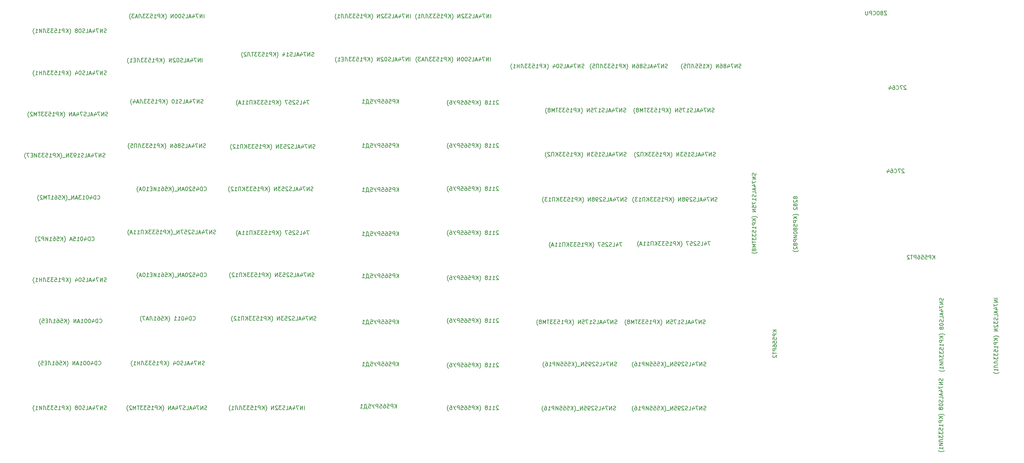
<source format=gbr>
%TF.GenerationSoftware,KiCad,Pcbnew,(6.0.10)*%
%TF.CreationDate,2023-03-31T21:36:48+03:00*%
%TF.ProjectId,delta48m,64656c74-6134-4386-9d2e-6b696361645f,1*%
%TF.SameCoordinates,Original*%
%TF.FileFunction,Legend,Bot*%
%TF.FilePolarity,Positive*%
%FSLAX46Y46*%
G04 Gerber Fmt 4.6, Leading zero omitted, Abs format (unit mm)*
G04 Created by KiCad (PCBNEW (6.0.10)) date 2023-03-31 21:36:48*
%MOMM*%
%LPD*%
G01*
G04 APERTURE LIST*
%ADD10C,0.150000*%
G04 APERTURE END LIST*
D10*
X184907476Y-198344380D02*
X184907476Y-197344380D01*
X184336047Y-198344380D02*
X184764619Y-197772952D01*
X184336047Y-197344380D02*
X184907476Y-197915809D01*
X183907476Y-198344380D02*
X183907476Y-197344380D01*
X183526523Y-197344380D01*
X183431285Y-197392000D01*
X183383666Y-197439619D01*
X183336047Y-197534857D01*
X183336047Y-197677714D01*
X183383666Y-197772952D01*
X183431285Y-197820571D01*
X183526523Y-197868190D01*
X183907476Y-197868190D01*
X182431285Y-197344380D02*
X182907476Y-197344380D01*
X182955095Y-197820571D01*
X182907476Y-197772952D01*
X182812238Y-197725333D01*
X182574142Y-197725333D01*
X182478904Y-197772952D01*
X182431285Y-197820571D01*
X182383666Y-197915809D01*
X182383666Y-198153904D01*
X182431285Y-198249142D01*
X182478904Y-198296761D01*
X182574142Y-198344380D01*
X182812238Y-198344380D01*
X182907476Y-198296761D01*
X182955095Y-198249142D01*
X181526523Y-197344380D02*
X181717000Y-197344380D01*
X181812238Y-197392000D01*
X181859857Y-197439619D01*
X181955095Y-197582476D01*
X182002714Y-197772952D01*
X182002714Y-198153904D01*
X181955095Y-198249142D01*
X181907476Y-198296761D01*
X181812238Y-198344380D01*
X181621761Y-198344380D01*
X181526523Y-198296761D01*
X181478904Y-198249142D01*
X181431285Y-198153904D01*
X181431285Y-197915809D01*
X181478904Y-197820571D01*
X181526523Y-197772952D01*
X181621761Y-197725333D01*
X181812238Y-197725333D01*
X181907476Y-197772952D01*
X181955095Y-197820571D01*
X182002714Y-197915809D01*
X180526523Y-197344380D02*
X181002714Y-197344380D01*
X181050333Y-197820571D01*
X181002714Y-197772952D01*
X180907476Y-197725333D01*
X180669380Y-197725333D01*
X180574142Y-197772952D01*
X180526523Y-197820571D01*
X180478904Y-197915809D01*
X180478904Y-198153904D01*
X180526523Y-198249142D01*
X180574142Y-198296761D01*
X180669380Y-198344380D01*
X180907476Y-198344380D01*
X181002714Y-198296761D01*
X181050333Y-198249142D01*
X180050333Y-198344380D02*
X180050333Y-197344380D01*
X179669380Y-197344380D01*
X179574142Y-197392000D01*
X179526523Y-197439619D01*
X179478904Y-197534857D01*
X179478904Y-197677714D01*
X179526523Y-197772952D01*
X179574142Y-197820571D01*
X179669380Y-197868190D01*
X180050333Y-197868190D01*
X179097952Y-197344380D02*
X178764619Y-198011047D01*
X178431285Y-197344380D02*
X178859857Y-198201523D01*
X178955095Y-198296761D01*
X179050333Y-198344380D01*
X179097952Y-198344380D01*
X177621761Y-197344380D02*
X178097952Y-197344380D01*
X178145571Y-197820571D01*
X178097952Y-197772952D01*
X178002714Y-197725333D01*
X177764619Y-197725333D01*
X177669380Y-197772952D01*
X177621761Y-197820571D01*
X177574142Y-197915809D01*
X177574142Y-198153904D01*
X177621761Y-198249142D01*
X177669380Y-198296761D01*
X177764619Y-198344380D01*
X178002714Y-198344380D01*
X178097952Y-198296761D01*
X178145571Y-198249142D01*
X176383666Y-198582476D02*
X176383666Y-198344380D01*
X177240809Y-198344380D01*
X177240809Y-198582476D01*
X176574142Y-198344380D02*
X176574142Y-197344380D01*
X176812238Y-197344380D01*
X176907476Y-197392000D01*
X176955095Y-197439619D01*
X177002714Y-197534857D01*
X177097952Y-198344380D01*
X175478904Y-198344380D02*
X176050333Y-198344380D01*
X175764619Y-198344380D02*
X175764619Y-197344380D01*
X175859857Y-197487238D01*
X175955095Y-197582476D01*
X176050333Y-197630095D01*
X184907476Y-175484380D02*
X184907476Y-174484380D01*
X184336047Y-175484380D02*
X184764619Y-174912952D01*
X184336047Y-174484380D02*
X184907476Y-175055809D01*
X183907476Y-175484380D02*
X183907476Y-174484380D01*
X183526523Y-174484380D01*
X183431285Y-174532000D01*
X183383666Y-174579619D01*
X183336047Y-174674857D01*
X183336047Y-174817714D01*
X183383666Y-174912952D01*
X183431285Y-174960571D01*
X183526523Y-175008190D01*
X183907476Y-175008190D01*
X182431285Y-174484380D02*
X182907476Y-174484380D01*
X182955095Y-174960571D01*
X182907476Y-174912952D01*
X182812238Y-174865333D01*
X182574142Y-174865333D01*
X182478904Y-174912952D01*
X182431285Y-174960571D01*
X182383666Y-175055809D01*
X182383666Y-175293904D01*
X182431285Y-175389142D01*
X182478904Y-175436761D01*
X182574142Y-175484380D01*
X182812238Y-175484380D01*
X182907476Y-175436761D01*
X182955095Y-175389142D01*
X181526523Y-174484380D02*
X181717000Y-174484380D01*
X181812238Y-174532000D01*
X181859857Y-174579619D01*
X181955095Y-174722476D01*
X182002714Y-174912952D01*
X182002714Y-175293904D01*
X181955095Y-175389142D01*
X181907476Y-175436761D01*
X181812238Y-175484380D01*
X181621761Y-175484380D01*
X181526523Y-175436761D01*
X181478904Y-175389142D01*
X181431285Y-175293904D01*
X181431285Y-175055809D01*
X181478904Y-174960571D01*
X181526523Y-174912952D01*
X181621761Y-174865333D01*
X181812238Y-174865333D01*
X181907476Y-174912952D01*
X181955095Y-174960571D01*
X182002714Y-175055809D01*
X180526523Y-174484380D02*
X181002714Y-174484380D01*
X181050333Y-174960571D01*
X181002714Y-174912952D01*
X180907476Y-174865333D01*
X180669380Y-174865333D01*
X180574142Y-174912952D01*
X180526523Y-174960571D01*
X180478904Y-175055809D01*
X180478904Y-175293904D01*
X180526523Y-175389142D01*
X180574142Y-175436761D01*
X180669380Y-175484380D01*
X180907476Y-175484380D01*
X181002714Y-175436761D01*
X181050333Y-175389142D01*
X180050333Y-175484380D02*
X180050333Y-174484380D01*
X179669380Y-174484380D01*
X179574142Y-174532000D01*
X179526523Y-174579619D01*
X179478904Y-174674857D01*
X179478904Y-174817714D01*
X179526523Y-174912952D01*
X179574142Y-174960571D01*
X179669380Y-175008190D01*
X180050333Y-175008190D01*
X179097952Y-174484380D02*
X178764619Y-175151047D01*
X178431285Y-174484380D02*
X178859857Y-175341523D01*
X178955095Y-175436761D01*
X179050333Y-175484380D01*
X179097952Y-175484380D01*
X177621761Y-174484380D02*
X178097952Y-174484380D01*
X178145571Y-174960571D01*
X178097952Y-174912952D01*
X178002714Y-174865333D01*
X177764619Y-174865333D01*
X177669380Y-174912952D01*
X177621761Y-174960571D01*
X177574142Y-175055809D01*
X177574142Y-175293904D01*
X177621761Y-175389142D01*
X177669380Y-175436761D01*
X177764619Y-175484380D01*
X178002714Y-175484380D01*
X178097952Y-175436761D01*
X178145571Y-175389142D01*
X176383666Y-175722476D02*
X176383666Y-175484380D01*
X177240809Y-175484380D01*
X177240809Y-175722476D01*
X176574142Y-175484380D02*
X176574142Y-174484380D01*
X176812238Y-174484380D01*
X176907476Y-174532000D01*
X176955095Y-174579619D01*
X177002714Y-174674857D01*
X177097952Y-175484380D01*
X175478904Y-175484380D02*
X176050333Y-175484380D01*
X175764619Y-175484380D02*
X175764619Y-174484380D01*
X175859857Y-174627238D01*
X175955095Y-174722476D01*
X176050333Y-174770095D01*
X184907476Y-153132380D02*
X184907476Y-152132380D01*
X184336047Y-153132380D02*
X184764619Y-152560952D01*
X184336047Y-152132380D02*
X184907476Y-152703809D01*
X183907476Y-153132380D02*
X183907476Y-152132380D01*
X183526523Y-152132380D01*
X183431285Y-152180000D01*
X183383666Y-152227619D01*
X183336047Y-152322857D01*
X183336047Y-152465714D01*
X183383666Y-152560952D01*
X183431285Y-152608571D01*
X183526523Y-152656190D01*
X183907476Y-152656190D01*
X182431285Y-152132380D02*
X182907476Y-152132380D01*
X182955095Y-152608571D01*
X182907476Y-152560952D01*
X182812238Y-152513333D01*
X182574142Y-152513333D01*
X182478904Y-152560952D01*
X182431285Y-152608571D01*
X182383666Y-152703809D01*
X182383666Y-152941904D01*
X182431285Y-153037142D01*
X182478904Y-153084761D01*
X182574142Y-153132380D01*
X182812238Y-153132380D01*
X182907476Y-153084761D01*
X182955095Y-153037142D01*
X181526523Y-152132380D02*
X181717000Y-152132380D01*
X181812238Y-152180000D01*
X181859857Y-152227619D01*
X181955095Y-152370476D01*
X182002714Y-152560952D01*
X182002714Y-152941904D01*
X181955095Y-153037142D01*
X181907476Y-153084761D01*
X181812238Y-153132380D01*
X181621761Y-153132380D01*
X181526523Y-153084761D01*
X181478904Y-153037142D01*
X181431285Y-152941904D01*
X181431285Y-152703809D01*
X181478904Y-152608571D01*
X181526523Y-152560952D01*
X181621761Y-152513333D01*
X181812238Y-152513333D01*
X181907476Y-152560952D01*
X181955095Y-152608571D01*
X182002714Y-152703809D01*
X180526523Y-152132380D02*
X181002714Y-152132380D01*
X181050333Y-152608571D01*
X181002714Y-152560952D01*
X180907476Y-152513333D01*
X180669380Y-152513333D01*
X180574142Y-152560952D01*
X180526523Y-152608571D01*
X180478904Y-152703809D01*
X180478904Y-152941904D01*
X180526523Y-153037142D01*
X180574142Y-153084761D01*
X180669380Y-153132380D01*
X180907476Y-153132380D01*
X181002714Y-153084761D01*
X181050333Y-153037142D01*
X180050333Y-153132380D02*
X180050333Y-152132380D01*
X179669380Y-152132380D01*
X179574142Y-152180000D01*
X179526523Y-152227619D01*
X179478904Y-152322857D01*
X179478904Y-152465714D01*
X179526523Y-152560952D01*
X179574142Y-152608571D01*
X179669380Y-152656190D01*
X180050333Y-152656190D01*
X179097952Y-152132380D02*
X178764619Y-152799047D01*
X178431285Y-152132380D02*
X178859857Y-152989523D01*
X178955095Y-153084761D01*
X179050333Y-153132380D01*
X179097952Y-153132380D01*
X177621761Y-152132380D02*
X178097952Y-152132380D01*
X178145571Y-152608571D01*
X178097952Y-152560952D01*
X178002714Y-152513333D01*
X177764619Y-152513333D01*
X177669380Y-152560952D01*
X177621761Y-152608571D01*
X177574142Y-152703809D01*
X177574142Y-152941904D01*
X177621761Y-153037142D01*
X177669380Y-153084761D01*
X177764619Y-153132380D01*
X178002714Y-153132380D01*
X178097952Y-153084761D01*
X178145571Y-153037142D01*
X176383666Y-153370476D02*
X176383666Y-153132380D01*
X177240809Y-153132380D01*
X177240809Y-153370476D01*
X176574142Y-153132380D02*
X176574142Y-152132380D01*
X176812238Y-152132380D01*
X176907476Y-152180000D01*
X176955095Y-152227619D01*
X177002714Y-152322857D01*
X177097952Y-153132380D01*
X175478904Y-153132380D02*
X176050333Y-153132380D01*
X175764619Y-153132380D02*
X175764619Y-152132380D01*
X175859857Y-152275238D01*
X175955095Y-152370476D01*
X176050333Y-152418095D01*
X184399476Y-209266380D02*
X184399476Y-208266380D01*
X183828047Y-209266380D02*
X184256619Y-208694952D01*
X183828047Y-208266380D02*
X184399476Y-208837809D01*
X183399476Y-209266380D02*
X183399476Y-208266380D01*
X183018523Y-208266380D01*
X182923285Y-208314000D01*
X182875666Y-208361619D01*
X182828047Y-208456857D01*
X182828047Y-208599714D01*
X182875666Y-208694952D01*
X182923285Y-208742571D01*
X183018523Y-208790190D01*
X183399476Y-208790190D01*
X181923285Y-208266380D02*
X182399476Y-208266380D01*
X182447095Y-208742571D01*
X182399476Y-208694952D01*
X182304238Y-208647333D01*
X182066142Y-208647333D01*
X181970904Y-208694952D01*
X181923285Y-208742571D01*
X181875666Y-208837809D01*
X181875666Y-209075904D01*
X181923285Y-209171142D01*
X181970904Y-209218761D01*
X182066142Y-209266380D01*
X182304238Y-209266380D01*
X182399476Y-209218761D01*
X182447095Y-209171142D01*
X181018523Y-208266380D02*
X181209000Y-208266380D01*
X181304238Y-208314000D01*
X181351857Y-208361619D01*
X181447095Y-208504476D01*
X181494714Y-208694952D01*
X181494714Y-209075904D01*
X181447095Y-209171142D01*
X181399476Y-209218761D01*
X181304238Y-209266380D01*
X181113761Y-209266380D01*
X181018523Y-209218761D01*
X180970904Y-209171142D01*
X180923285Y-209075904D01*
X180923285Y-208837809D01*
X180970904Y-208742571D01*
X181018523Y-208694952D01*
X181113761Y-208647333D01*
X181304238Y-208647333D01*
X181399476Y-208694952D01*
X181447095Y-208742571D01*
X181494714Y-208837809D01*
X180018523Y-208266380D02*
X180494714Y-208266380D01*
X180542333Y-208742571D01*
X180494714Y-208694952D01*
X180399476Y-208647333D01*
X180161380Y-208647333D01*
X180066142Y-208694952D01*
X180018523Y-208742571D01*
X179970904Y-208837809D01*
X179970904Y-209075904D01*
X180018523Y-209171142D01*
X180066142Y-209218761D01*
X180161380Y-209266380D01*
X180399476Y-209266380D01*
X180494714Y-209218761D01*
X180542333Y-209171142D01*
X179542333Y-209266380D02*
X179542333Y-208266380D01*
X179161380Y-208266380D01*
X179066142Y-208314000D01*
X179018523Y-208361619D01*
X178970904Y-208456857D01*
X178970904Y-208599714D01*
X179018523Y-208694952D01*
X179066142Y-208742571D01*
X179161380Y-208790190D01*
X179542333Y-208790190D01*
X178589952Y-208266380D02*
X178256619Y-208933047D01*
X177923285Y-208266380D02*
X178351857Y-209123523D01*
X178447095Y-209218761D01*
X178542333Y-209266380D01*
X178589952Y-209266380D01*
X177113761Y-208266380D02*
X177589952Y-208266380D01*
X177637571Y-208742571D01*
X177589952Y-208694952D01*
X177494714Y-208647333D01*
X177256619Y-208647333D01*
X177161380Y-208694952D01*
X177113761Y-208742571D01*
X177066142Y-208837809D01*
X177066142Y-209075904D01*
X177113761Y-209171142D01*
X177161380Y-209218761D01*
X177256619Y-209266380D01*
X177494714Y-209266380D01*
X177589952Y-209218761D01*
X177637571Y-209171142D01*
X175875666Y-209504476D02*
X175875666Y-209266380D01*
X176732809Y-209266380D01*
X176732809Y-209504476D01*
X176066142Y-209266380D02*
X176066142Y-208266380D01*
X176304238Y-208266380D01*
X176399476Y-208314000D01*
X176447095Y-208361619D01*
X176494714Y-208456857D01*
X176589952Y-209266380D01*
X174970904Y-209266380D02*
X175542333Y-209266380D01*
X175256619Y-209266380D02*
X175256619Y-208266380D01*
X175351857Y-208409238D01*
X175447095Y-208504476D01*
X175542333Y-208552095D01*
X184907476Y-164562380D02*
X184907476Y-163562380D01*
X184336047Y-164562380D02*
X184764619Y-163990952D01*
X184336047Y-163562380D02*
X184907476Y-164133809D01*
X183907476Y-164562380D02*
X183907476Y-163562380D01*
X183526523Y-163562380D01*
X183431285Y-163610000D01*
X183383666Y-163657619D01*
X183336047Y-163752857D01*
X183336047Y-163895714D01*
X183383666Y-163990952D01*
X183431285Y-164038571D01*
X183526523Y-164086190D01*
X183907476Y-164086190D01*
X182431285Y-163562380D02*
X182907476Y-163562380D01*
X182955095Y-164038571D01*
X182907476Y-163990952D01*
X182812238Y-163943333D01*
X182574142Y-163943333D01*
X182478904Y-163990952D01*
X182431285Y-164038571D01*
X182383666Y-164133809D01*
X182383666Y-164371904D01*
X182431285Y-164467142D01*
X182478904Y-164514761D01*
X182574142Y-164562380D01*
X182812238Y-164562380D01*
X182907476Y-164514761D01*
X182955095Y-164467142D01*
X181526523Y-163562380D02*
X181717000Y-163562380D01*
X181812238Y-163610000D01*
X181859857Y-163657619D01*
X181955095Y-163800476D01*
X182002714Y-163990952D01*
X182002714Y-164371904D01*
X181955095Y-164467142D01*
X181907476Y-164514761D01*
X181812238Y-164562380D01*
X181621761Y-164562380D01*
X181526523Y-164514761D01*
X181478904Y-164467142D01*
X181431285Y-164371904D01*
X181431285Y-164133809D01*
X181478904Y-164038571D01*
X181526523Y-163990952D01*
X181621761Y-163943333D01*
X181812238Y-163943333D01*
X181907476Y-163990952D01*
X181955095Y-164038571D01*
X182002714Y-164133809D01*
X180526523Y-163562380D02*
X181002714Y-163562380D01*
X181050333Y-164038571D01*
X181002714Y-163990952D01*
X180907476Y-163943333D01*
X180669380Y-163943333D01*
X180574142Y-163990952D01*
X180526523Y-164038571D01*
X180478904Y-164133809D01*
X180478904Y-164371904D01*
X180526523Y-164467142D01*
X180574142Y-164514761D01*
X180669380Y-164562380D01*
X180907476Y-164562380D01*
X181002714Y-164514761D01*
X181050333Y-164467142D01*
X180050333Y-164562380D02*
X180050333Y-163562380D01*
X179669380Y-163562380D01*
X179574142Y-163610000D01*
X179526523Y-163657619D01*
X179478904Y-163752857D01*
X179478904Y-163895714D01*
X179526523Y-163990952D01*
X179574142Y-164038571D01*
X179669380Y-164086190D01*
X180050333Y-164086190D01*
X179097952Y-163562380D02*
X178764619Y-164229047D01*
X178431285Y-163562380D02*
X178859857Y-164419523D01*
X178955095Y-164514761D01*
X179050333Y-164562380D01*
X179097952Y-164562380D01*
X177621761Y-163562380D02*
X178097952Y-163562380D01*
X178145571Y-164038571D01*
X178097952Y-163990952D01*
X178002714Y-163943333D01*
X177764619Y-163943333D01*
X177669380Y-163990952D01*
X177621761Y-164038571D01*
X177574142Y-164133809D01*
X177574142Y-164371904D01*
X177621761Y-164467142D01*
X177669380Y-164514761D01*
X177764619Y-164562380D01*
X178002714Y-164562380D01*
X178097952Y-164514761D01*
X178145571Y-164467142D01*
X176383666Y-164800476D02*
X176383666Y-164562380D01*
X177240809Y-164562380D01*
X177240809Y-164800476D01*
X176574142Y-164562380D02*
X176574142Y-163562380D01*
X176812238Y-163562380D01*
X176907476Y-163610000D01*
X176955095Y-163657619D01*
X177002714Y-163752857D01*
X177097952Y-164562380D01*
X175478904Y-164562380D02*
X176050333Y-164562380D01*
X175764619Y-164562380D02*
X175764619Y-163562380D01*
X175859857Y-163705238D01*
X175955095Y-163800476D01*
X176050333Y-163848095D01*
X184907476Y-187422380D02*
X184907476Y-186422380D01*
X184336047Y-187422380D02*
X184764619Y-186850952D01*
X184336047Y-186422380D02*
X184907476Y-186993809D01*
X183907476Y-187422380D02*
X183907476Y-186422380D01*
X183526523Y-186422380D01*
X183431285Y-186470000D01*
X183383666Y-186517619D01*
X183336047Y-186612857D01*
X183336047Y-186755714D01*
X183383666Y-186850952D01*
X183431285Y-186898571D01*
X183526523Y-186946190D01*
X183907476Y-186946190D01*
X182431285Y-186422380D02*
X182907476Y-186422380D01*
X182955095Y-186898571D01*
X182907476Y-186850952D01*
X182812238Y-186803333D01*
X182574142Y-186803333D01*
X182478904Y-186850952D01*
X182431285Y-186898571D01*
X182383666Y-186993809D01*
X182383666Y-187231904D01*
X182431285Y-187327142D01*
X182478904Y-187374761D01*
X182574142Y-187422380D01*
X182812238Y-187422380D01*
X182907476Y-187374761D01*
X182955095Y-187327142D01*
X181526523Y-186422380D02*
X181717000Y-186422380D01*
X181812238Y-186470000D01*
X181859857Y-186517619D01*
X181955095Y-186660476D01*
X182002714Y-186850952D01*
X182002714Y-187231904D01*
X181955095Y-187327142D01*
X181907476Y-187374761D01*
X181812238Y-187422380D01*
X181621761Y-187422380D01*
X181526523Y-187374761D01*
X181478904Y-187327142D01*
X181431285Y-187231904D01*
X181431285Y-186993809D01*
X181478904Y-186898571D01*
X181526523Y-186850952D01*
X181621761Y-186803333D01*
X181812238Y-186803333D01*
X181907476Y-186850952D01*
X181955095Y-186898571D01*
X182002714Y-186993809D01*
X180526523Y-186422380D02*
X181002714Y-186422380D01*
X181050333Y-186898571D01*
X181002714Y-186850952D01*
X180907476Y-186803333D01*
X180669380Y-186803333D01*
X180574142Y-186850952D01*
X180526523Y-186898571D01*
X180478904Y-186993809D01*
X180478904Y-187231904D01*
X180526523Y-187327142D01*
X180574142Y-187374761D01*
X180669380Y-187422380D01*
X180907476Y-187422380D01*
X181002714Y-187374761D01*
X181050333Y-187327142D01*
X180050333Y-187422380D02*
X180050333Y-186422380D01*
X179669380Y-186422380D01*
X179574142Y-186470000D01*
X179526523Y-186517619D01*
X179478904Y-186612857D01*
X179478904Y-186755714D01*
X179526523Y-186850952D01*
X179574142Y-186898571D01*
X179669380Y-186946190D01*
X180050333Y-186946190D01*
X179097952Y-186422380D02*
X178764619Y-187089047D01*
X178431285Y-186422380D02*
X178859857Y-187279523D01*
X178955095Y-187374761D01*
X179050333Y-187422380D01*
X179097952Y-187422380D01*
X177621761Y-186422380D02*
X178097952Y-186422380D01*
X178145571Y-186898571D01*
X178097952Y-186850952D01*
X178002714Y-186803333D01*
X177764619Y-186803333D01*
X177669380Y-186850952D01*
X177621761Y-186898571D01*
X177574142Y-186993809D01*
X177574142Y-187231904D01*
X177621761Y-187327142D01*
X177669380Y-187374761D01*
X177764619Y-187422380D01*
X178002714Y-187422380D01*
X178097952Y-187374761D01*
X178145571Y-187327142D01*
X176383666Y-187660476D02*
X176383666Y-187422380D01*
X177240809Y-187422380D01*
X177240809Y-187660476D01*
X176574142Y-187422380D02*
X176574142Y-186422380D01*
X176812238Y-186422380D01*
X176907476Y-186470000D01*
X176955095Y-186517619D01*
X177002714Y-186612857D01*
X177097952Y-187422380D01*
X175478904Y-187422380D02*
X176050333Y-187422380D01*
X175764619Y-187422380D02*
X175764619Y-186422380D01*
X175859857Y-186565238D01*
X175955095Y-186660476D01*
X176050333Y-186708095D01*
X184907476Y-141702380D02*
X184907476Y-140702380D01*
X184336047Y-141702380D02*
X184764619Y-141130952D01*
X184336047Y-140702380D02*
X184907476Y-141273809D01*
X183907476Y-141702380D02*
X183907476Y-140702380D01*
X183526523Y-140702380D01*
X183431285Y-140750000D01*
X183383666Y-140797619D01*
X183336047Y-140892857D01*
X183336047Y-141035714D01*
X183383666Y-141130952D01*
X183431285Y-141178571D01*
X183526523Y-141226190D01*
X183907476Y-141226190D01*
X182431285Y-140702380D02*
X182907476Y-140702380D01*
X182955095Y-141178571D01*
X182907476Y-141130952D01*
X182812238Y-141083333D01*
X182574142Y-141083333D01*
X182478904Y-141130952D01*
X182431285Y-141178571D01*
X182383666Y-141273809D01*
X182383666Y-141511904D01*
X182431285Y-141607142D01*
X182478904Y-141654761D01*
X182574142Y-141702380D01*
X182812238Y-141702380D01*
X182907476Y-141654761D01*
X182955095Y-141607142D01*
X181526523Y-140702380D02*
X181717000Y-140702380D01*
X181812238Y-140750000D01*
X181859857Y-140797619D01*
X181955095Y-140940476D01*
X182002714Y-141130952D01*
X182002714Y-141511904D01*
X181955095Y-141607142D01*
X181907476Y-141654761D01*
X181812238Y-141702380D01*
X181621761Y-141702380D01*
X181526523Y-141654761D01*
X181478904Y-141607142D01*
X181431285Y-141511904D01*
X181431285Y-141273809D01*
X181478904Y-141178571D01*
X181526523Y-141130952D01*
X181621761Y-141083333D01*
X181812238Y-141083333D01*
X181907476Y-141130952D01*
X181955095Y-141178571D01*
X182002714Y-141273809D01*
X180526523Y-140702380D02*
X181002714Y-140702380D01*
X181050333Y-141178571D01*
X181002714Y-141130952D01*
X180907476Y-141083333D01*
X180669380Y-141083333D01*
X180574142Y-141130952D01*
X180526523Y-141178571D01*
X180478904Y-141273809D01*
X180478904Y-141511904D01*
X180526523Y-141607142D01*
X180574142Y-141654761D01*
X180669380Y-141702380D01*
X180907476Y-141702380D01*
X181002714Y-141654761D01*
X181050333Y-141607142D01*
X180050333Y-141702380D02*
X180050333Y-140702380D01*
X179669380Y-140702380D01*
X179574142Y-140750000D01*
X179526523Y-140797619D01*
X179478904Y-140892857D01*
X179478904Y-141035714D01*
X179526523Y-141130952D01*
X179574142Y-141178571D01*
X179669380Y-141226190D01*
X180050333Y-141226190D01*
X179097952Y-140702380D02*
X178764619Y-141369047D01*
X178431285Y-140702380D02*
X178859857Y-141559523D01*
X178955095Y-141654761D01*
X179050333Y-141702380D01*
X179097952Y-141702380D01*
X177621761Y-140702380D02*
X178097952Y-140702380D01*
X178145571Y-141178571D01*
X178097952Y-141130952D01*
X178002714Y-141083333D01*
X177764619Y-141083333D01*
X177669380Y-141130952D01*
X177621761Y-141178571D01*
X177574142Y-141273809D01*
X177574142Y-141511904D01*
X177621761Y-141607142D01*
X177669380Y-141654761D01*
X177764619Y-141702380D01*
X178002714Y-141702380D01*
X178097952Y-141654761D01*
X178145571Y-141607142D01*
X176383666Y-141940476D02*
X176383666Y-141702380D01*
X177240809Y-141702380D01*
X177240809Y-141940476D01*
X176574142Y-141702380D02*
X176574142Y-140702380D01*
X176812238Y-140702380D01*
X176907476Y-140750000D01*
X176955095Y-140797619D01*
X177002714Y-140892857D01*
X177097952Y-141702380D01*
X175478904Y-141702380D02*
X176050333Y-141702380D01*
X175764619Y-141702380D02*
X175764619Y-140702380D01*
X175859857Y-140845238D01*
X175955095Y-140940476D01*
X176050333Y-140988095D01*
X184907476Y-130272380D02*
X184907476Y-129272380D01*
X184336047Y-130272380D02*
X184764619Y-129700952D01*
X184336047Y-129272380D02*
X184907476Y-129843809D01*
X183907476Y-130272380D02*
X183907476Y-129272380D01*
X183526523Y-129272380D01*
X183431285Y-129320000D01*
X183383666Y-129367619D01*
X183336047Y-129462857D01*
X183336047Y-129605714D01*
X183383666Y-129700952D01*
X183431285Y-129748571D01*
X183526523Y-129796190D01*
X183907476Y-129796190D01*
X182431285Y-129272380D02*
X182907476Y-129272380D01*
X182955095Y-129748571D01*
X182907476Y-129700952D01*
X182812238Y-129653333D01*
X182574142Y-129653333D01*
X182478904Y-129700952D01*
X182431285Y-129748571D01*
X182383666Y-129843809D01*
X182383666Y-130081904D01*
X182431285Y-130177142D01*
X182478904Y-130224761D01*
X182574142Y-130272380D01*
X182812238Y-130272380D01*
X182907476Y-130224761D01*
X182955095Y-130177142D01*
X181526523Y-129272380D02*
X181717000Y-129272380D01*
X181812238Y-129320000D01*
X181859857Y-129367619D01*
X181955095Y-129510476D01*
X182002714Y-129700952D01*
X182002714Y-130081904D01*
X181955095Y-130177142D01*
X181907476Y-130224761D01*
X181812238Y-130272380D01*
X181621761Y-130272380D01*
X181526523Y-130224761D01*
X181478904Y-130177142D01*
X181431285Y-130081904D01*
X181431285Y-129843809D01*
X181478904Y-129748571D01*
X181526523Y-129700952D01*
X181621761Y-129653333D01*
X181812238Y-129653333D01*
X181907476Y-129700952D01*
X181955095Y-129748571D01*
X182002714Y-129843809D01*
X180526523Y-129272380D02*
X181002714Y-129272380D01*
X181050333Y-129748571D01*
X181002714Y-129700952D01*
X180907476Y-129653333D01*
X180669380Y-129653333D01*
X180574142Y-129700952D01*
X180526523Y-129748571D01*
X180478904Y-129843809D01*
X180478904Y-130081904D01*
X180526523Y-130177142D01*
X180574142Y-130224761D01*
X180669380Y-130272380D01*
X180907476Y-130272380D01*
X181002714Y-130224761D01*
X181050333Y-130177142D01*
X180050333Y-130272380D02*
X180050333Y-129272380D01*
X179669380Y-129272380D01*
X179574142Y-129320000D01*
X179526523Y-129367619D01*
X179478904Y-129462857D01*
X179478904Y-129605714D01*
X179526523Y-129700952D01*
X179574142Y-129748571D01*
X179669380Y-129796190D01*
X180050333Y-129796190D01*
X179097952Y-129272380D02*
X178764619Y-129939047D01*
X178431285Y-129272380D02*
X178859857Y-130129523D01*
X178955095Y-130224761D01*
X179050333Y-130272380D01*
X179097952Y-130272380D01*
X177621761Y-129272380D02*
X178097952Y-129272380D01*
X178145571Y-129748571D01*
X178097952Y-129700952D01*
X178002714Y-129653333D01*
X177764619Y-129653333D01*
X177669380Y-129700952D01*
X177621761Y-129748571D01*
X177574142Y-129843809D01*
X177574142Y-130081904D01*
X177621761Y-130177142D01*
X177669380Y-130224761D01*
X177764619Y-130272380D01*
X178002714Y-130272380D01*
X178097952Y-130224761D01*
X178145571Y-130177142D01*
X176383666Y-130510476D02*
X176383666Y-130272380D01*
X177240809Y-130272380D01*
X177240809Y-130510476D01*
X176574142Y-130272380D02*
X176574142Y-129272380D01*
X176812238Y-129272380D01*
X176907476Y-129320000D01*
X176955095Y-129367619D01*
X177002714Y-129462857D01*
X177097952Y-130272380D01*
X175478904Y-130272380D02*
X176050333Y-130272380D01*
X175764619Y-130272380D02*
X175764619Y-129272380D01*
X175859857Y-129415238D01*
X175955095Y-129510476D01*
X176050333Y-129558095D01*
%TO.C,U11*%
X134487857Y-108174380D02*
X134487857Y-107174380D01*
X134011666Y-108174380D02*
X134011666Y-107174380D01*
X133440238Y-108174380D01*
X133440238Y-107174380D01*
X133059285Y-107174380D02*
X132392619Y-107174380D01*
X132821190Y-108174380D01*
X131583095Y-107507714D02*
X131583095Y-108174380D01*
X131821190Y-107126761D02*
X132059285Y-107841047D01*
X131440238Y-107841047D01*
X131106904Y-107888666D02*
X130630714Y-107888666D01*
X131202142Y-108174380D02*
X130868809Y-107174380D01*
X130535476Y-108174380D01*
X129725952Y-108174380D02*
X130202142Y-108174380D01*
X130202142Y-107174380D01*
X129440238Y-108126761D02*
X129297380Y-108174380D01*
X129059285Y-108174380D01*
X128964047Y-108126761D01*
X128916428Y-108079142D01*
X128868809Y-107983904D01*
X128868809Y-107888666D01*
X128916428Y-107793428D01*
X128964047Y-107745809D01*
X129059285Y-107698190D01*
X129249761Y-107650571D01*
X129345000Y-107602952D01*
X129392619Y-107555333D01*
X129440238Y-107460095D01*
X129440238Y-107364857D01*
X129392619Y-107269619D01*
X129345000Y-107222000D01*
X129249761Y-107174380D01*
X129011666Y-107174380D01*
X128868809Y-107222000D01*
X128249761Y-107174380D02*
X128154523Y-107174380D01*
X128059285Y-107222000D01*
X128011666Y-107269619D01*
X127964047Y-107364857D01*
X127916428Y-107555333D01*
X127916428Y-107793428D01*
X127964047Y-107983904D01*
X128011666Y-108079142D01*
X128059285Y-108126761D01*
X128154523Y-108174380D01*
X128249761Y-108174380D01*
X128345000Y-108126761D01*
X128392619Y-108079142D01*
X128440238Y-107983904D01*
X128487857Y-107793428D01*
X128487857Y-107555333D01*
X128440238Y-107364857D01*
X128392619Y-107269619D01*
X128345000Y-107222000D01*
X128249761Y-107174380D01*
X127297380Y-107174380D02*
X127202142Y-107174380D01*
X127106904Y-107222000D01*
X127059285Y-107269619D01*
X127011666Y-107364857D01*
X126964047Y-107555333D01*
X126964047Y-107793428D01*
X127011666Y-107983904D01*
X127059285Y-108079142D01*
X127106904Y-108126761D01*
X127202142Y-108174380D01*
X127297380Y-108174380D01*
X127392619Y-108126761D01*
X127440238Y-108079142D01*
X127487857Y-107983904D01*
X127535476Y-107793428D01*
X127535476Y-107555333D01*
X127487857Y-107364857D01*
X127440238Y-107269619D01*
X127392619Y-107222000D01*
X127297380Y-107174380D01*
X126535476Y-108174380D02*
X126535476Y-107174380D01*
X125964047Y-108174380D01*
X125964047Y-107174380D01*
X124440238Y-108555333D02*
X124487857Y-108507714D01*
X124583095Y-108364857D01*
X124630714Y-108269619D01*
X124678333Y-108126761D01*
X124725952Y-107888666D01*
X124725952Y-107698190D01*
X124678333Y-107460095D01*
X124630714Y-107317238D01*
X124583095Y-107222000D01*
X124487857Y-107079142D01*
X124440238Y-107031523D01*
X124059285Y-108174380D02*
X124059285Y-107174380D01*
X123487857Y-108174380D02*
X123916428Y-107602952D01*
X123487857Y-107174380D02*
X124059285Y-107745809D01*
X123059285Y-108174380D02*
X123059285Y-107174380D01*
X122678333Y-107174380D01*
X122583095Y-107222000D01*
X122535476Y-107269619D01*
X122487857Y-107364857D01*
X122487857Y-107507714D01*
X122535476Y-107602952D01*
X122583095Y-107650571D01*
X122678333Y-107698190D01*
X123059285Y-107698190D01*
X121535476Y-108174380D02*
X122106904Y-108174380D01*
X121821190Y-108174380D02*
X121821190Y-107174380D01*
X121916428Y-107317238D01*
X122011666Y-107412476D01*
X122106904Y-107460095D01*
X120630714Y-107174380D02*
X121106904Y-107174380D01*
X121154523Y-107650571D01*
X121106904Y-107602952D01*
X121011666Y-107555333D01*
X120773571Y-107555333D01*
X120678333Y-107602952D01*
X120630714Y-107650571D01*
X120583095Y-107745809D01*
X120583095Y-107983904D01*
X120630714Y-108079142D01*
X120678333Y-108126761D01*
X120773571Y-108174380D01*
X121011666Y-108174380D01*
X121106904Y-108126761D01*
X121154523Y-108079142D01*
X120249761Y-107174380D02*
X119630714Y-107174380D01*
X119964047Y-107555333D01*
X119821190Y-107555333D01*
X119725952Y-107602952D01*
X119678333Y-107650571D01*
X119630714Y-107745809D01*
X119630714Y-107983904D01*
X119678333Y-108079142D01*
X119725952Y-108126761D01*
X119821190Y-108174380D01*
X120106904Y-108174380D01*
X120202142Y-108126761D01*
X120249761Y-108079142D01*
X119297380Y-107174380D02*
X118678333Y-107174380D01*
X119011666Y-107555333D01*
X118868809Y-107555333D01*
X118773571Y-107602952D01*
X118725952Y-107650571D01*
X118678333Y-107745809D01*
X118678333Y-107983904D01*
X118725952Y-108079142D01*
X118773571Y-108126761D01*
X118868809Y-108174380D01*
X119154523Y-108174380D01*
X119249761Y-108126761D01*
X119297380Y-108079142D01*
X117678333Y-108174380D02*
X117678333Y-107174380D01*
X117821190Y-107174380D01*
X117964047Y-107222000D01*
X118059285Y-107317238D01*
X118106904Y-107460095D01*
X118202142Y-108031523D01*
X118249761Y-108126761D01*
X118345000Y-108174380D01*
X118392619Y-108174380D01*
X117249761Y-107888666D02*
X116773571Y-107888666D01*
X117345000Y-108174380D02*
X117011666Y-107174380D01*
X116678333Y-108174380D01*
X116440238Y-107174380D02*
X115821190Y-107174380D01*
X116154523Y-107555333D01*
X116011666Y-107555333D01*
X115916428Y-107602952D01*
X115868809Y-107650571D01*
X115821190Y-107745809D01*
X115821190Y-107983904D01*
X115868809Y-108079142D01*
X115916428Y-108126761D01*
X116011666Y-108174380D01*
X116297380Y-108174380D01*
X116392619Y-108126761D01*
X116440238Y-108079142D01*
X115487857Y-108555333D02*
X115440238Y-108507714D01*
X115345000Y-108364857D01*
X115297380Y-108269619D01*
X115249761Y-108126761D01*
X115202142Y-107888666D01*
X115202142Y-107698190D01*
X115249761Y-107460095D01*
X115297380Y-107317238D01*
X115345000Y-107222000D01*
X115440238Y-107079142D01*
X115487857Y-107031523D01*
%TO.C,U57*%
X241326619Y-198296761D02*
X241183761Y-198344380D01*
X240945666Y-198344380D01*
X240850428Y-198296761D01*
X240802809Y-198249142D01*
X240755190Y-198153904D01*
X240755190Y-198058666D01*
X240802809Y-197963428D01*
X240850428Y-197915809D01*
X240945666Y-197868190D01*
X241136142Y-197820571D01*
X241231380Y-197772952D01*
X241279000Y-197725333D01*
X241326619Y-197630095D01*
X241326619Y-197534857D01*
X241279000Y-197439619D01*
X241231380Y-197392000D01*
X241136142Y-197344380D01*
X240898047Y-197344380D01*
X240755190Y-197392000D01*
X240326619Y-198344380D02*
X240326619Y-197344380D01*
X239755190Y-198344380D01*
X239755190Y-197344380D01*
X239374238Y-197344380D02*
X238707571Y-197344380D01*
X239136142Y-198344380D01*
X237898047Y-197677714D02*
X237898047Y-198344380D01*
X238136142Y-197296761D02*
X238374238Y-198011047D01*
X237755190Y-198011047D01*
X236898047Y-198344380D02*
X237374238Y-198344380D01*
X237374238Y-197344380D01*
X236612333Y-198296761D02*
X236469476Y-198344380D01*
X236231380Y-198344380D01*
X236136142Y-198296761D01*
X236088523Y-198249142D01*
X236040904Y-198153904D01*
X236040904Y-198058666D01*
X236088523Y-197963428D01*
X236136142Y-197915809D01*
X236231380Y-197868190D01*
X236421857Y-197820571D01*
X236517095Y-197772952D01*
X236564714Y-197725333D01*
X236612333Y-197630095D01*
X236612333Y-197534857D01*
X236564714Y-197439619D01*
X236517095Y-197392000D01*
X236421857Y-197344380D01*
X236183761Y-197344380D01*
X236040904Y-197392000D01*
X235659952Y-197439619D02*
X235612333Y-197392000D01*
X235517095Y-197344380D01*
X235279000Y-197344380D01*
X235183761Y-197392000D01*
X235136142Y-197439619D01*
X235088523Y-197534857D01*
X235088523Y-197630095D01*
X235136142Y-197772952D01*
X235707571Y-198344380D01*
X235088523Y-198344380D01*
X234612333Y-198344380D02*
X234421857Y-198344380D01*
X234326619Y-198296761D01*
X234279000Y-198249142D01*
X234183761Y-198106285D01*
X234136142Y-197915809D01*
X234136142Y-197534857D01*
X234183761Y-197439619D01*
X234231380Y-197392000D01*
X234326619Y-197344380D01*
X234517095Y-197344380D01*
X234612333Y-197392000D01*
X234659952Y-197439619D01*
X234707571Y-197534857D01*
X234707571Y-197772952D01*
X234659952Y-197868190D01*
X234612333Y-197915809D01*
X234517095Y-197963428D01*
X234326619Y-197963428D01*
X234231380Y-197915809D01*
X234183761Y-197868190D01*
X234136142Y-197772952D01*
X233231380Y-197344380D02*
X233707571Y-197344380D01*
X233755190Y-197820571D01*
X233707571Y-197772952D01*
X233612333Y-197725333D01*
X233374238Y-197725333D01*
X233279000Y-197772952D01*
X233231380Y-197820571D01*
X233183761Y-197915809D01*
X233183761Y-198153904D01*
X233231380Y-198249142D01*
X233279000Y-198296761D01*
X233374238Y-198344380D01*
X233612333Y-198344380D01*
X233707571Y-198296761D01*
X233755190Y-198249142D01*
X232755190Y-198344380D02*
X232755190Y-197344380D01*
X232183761Y-198344380D01*
X232183761Y-197344380D01*
X231945666Y-198439619D02*
X231183761Y-198439619D01*
X230659952Y-198725333D02*
X230707571Y-198677714D01*
X230802809Y-198534857D01*
X230850428Y-198439619D01*
X230898047Y-198296761D01*
X230945666Y-198058666D01*
X230945666Y-197868190D01*
X230898047Y-197630095D01*
X230850428Y-197487238D01*
X230802809Y-197392000D01*
X230707571Y-197249142D01*
X230659952Y-197201523D01*
X230279000Y-198344380D02*
X230279000Y-197344380D01*
X229707571Y-198344380D02*
X230136142Y-197772952D01*
X229707571Y-197344380D02*
X230279000Y-197915809D01*
X228802809Y-197344380D02*
X229279000Y-197344380D01*
X229326619Y-197820571D01*
X229279000Y-197772952D01*
X229183761Y-197725333D01*
X228945666Y-197725333D01*
X228850428Y-197772952D01*
X228802809Y-197820571D01*
X228755190Y-197915809D01*
X228755190Y-198153904D01*
X228802809Y-198249142D01*
X228850428Y-198296761D01*
X228945666Y-198344380D01*
X229183761Y-198344380D01*
X229279000Y-198296761D01*
X229326619Y-198249142D01*
X227850428Y-197344380D02*
X228326619Y-197344380D01*
X228374238Y-197820571D01*
X228326619Y-197772952D01*
X228231380Y-197725333D01*
X227993285Y-197725333D01*
X227898047Y-197772952D01*
X227850428Y-197820571D01*
X227802809Y-197915809D01*
X227802809Y-198153904D01*
X227850428Y-198249142D01*
X227898047Y-198296761D01*
X227993285Y-198344380D01*
X228231380Y-198344380D01*
X228326619Y-198296761D01*
X228374238Y-198249142D01*
X226898047Y-197344380D02*
X227374238Y-197344380D01*
X227421857Y-197820571D01*
X227374238Y-197772952D01*
X227279000Y-197725333D01*
X227040904Y-197725333D01*
X226945666Y-197772952D01*
X226898047Y-197820571D01*
X226850428Y-197915809D01*
X226850428Y-198153904D01*
X226898047Y-198249142D01*
X226945666Y-198296761D01*
X227040904Y-198344380D01*
X227279000Y-198344380D01*
X227374238Y-198296761D01*
X227421857Y-198249142D01*
X226421857Y-197344380D02*
X226421857Y-198344380D01*
X225850428Y-197344380D01*
X225850428Y-198344380D01*
X225374238Y-198344380D02*
X225374238Y-197344380D01*
X224993285Y-197344380D01*
X224898047Y-197392000D01*
X224850428Y-197439619D01*
X224802809Y-197534857D01*
X224802809Y-197677714D01*
X224850428Y-197772952D01*
X224898047Y-197820571D01*
X224993285Y-197868190D01*
X225374238Y-197868190D01*
X223850428Y-198344380D02*
X224421857Y-198344380D01*
X224136142Y-198344380D02*
X224136142Y-197344380D01*
X224231380Y-197487238D01*
X224326619Y-197582476D01*
X224421857Y-197630095D01*
X222993285Y-197344380D02*
X223183761Y-197344380D01*
X223279000Y-197392000D01*
X223326619Y-197439619D01*
X223421857Y-197582476D01*
X223469476Y-197772952D01*
X223469476Y-198153904D01*
X223421857Y-198249142D01*
X223374238Y-198296761D01*
X223279000Y-198344380D01*
X223088523Y-198344380D01*
X222993285Y-198296761D01*
X222945666Y-198249142D01*
X222898047Y-198153904D01*
X222898047Y-197915809D01*
X222945666Y-197820571D01*
X222993285Y-197772952D01*
X223088523Y-197725333D01*
X223279000Y-197725333D01*
X223374238Y-197772952D01*
X223421857Y-197820571D01*
X223469476Y-197915809D01*
X222564714Y-198725333D02*
X222517095Y-198677714D01*
X222421857Y-198534857D01*
X222374238Y-198439619D01*
X222326619Y-198296761D01*
X222279000Y-198058666D01*
X222279000Y-197868190D01*
X222326619Y-197630095D01*
X222374238Y-197487238D01*
X222421857Y-197392000D01*
X222517095Y-197249142D01*
X222564714Y-197201523D01*
%TO.C,U27*%
X163483380Y-186448861D02*
X163340523Y-186496480D01*
X163102428Y-186496480D01*
X163007190Y-186448861D01*
X162959571Y-186401242D01*
X162911952Y-186306004D01*
X162911952Y-186210766D01*
X162959571Y-186115528D01*
X163007190Y-186067909D01*
X163102428Y-186020290D01*
X163292904Y-185972671D01*
X163388142Y-185925052D01*
X163435761Y-185877433D01*
X163483380Y-185782195D01*
X163483380Y-185686957D01*
X163435761Y-185591719D01*
X163388142Y-185544100D01*
X163292904Y-185496480D01*
X163054809Y-185496480D01*
X162911952Y-185544100D01*
X162483380Y-186496480D02*
X162483380Y-185496480D01*
X161911952Y-186496480D01*
X161911952Y-185496480D01*
X161531000Y-185496480D02*
X160864333Y-185496480D01*
X161292904Y-186496480D01*
X160054809Y-185829814D02*
X160054809Y-186496480D01*
X160292904Y-185448861D02*
X160531000Y-186163147D01*
X159911952Y-186163147D01*
X159578619Y-186210766D02*
X159102428Y-186210766D01*
X159673857Y-186496480D02*
X159340523Y-185496480D01*
X159007190Y-186496480D01*
X158197666Y-186496480D02*
X158673857Y-186496480D01*
X158673857Y-185496480D01*
X157911952Y-186448861D02*
X157769095Y-186496480D01*
X157531000Y-186496480D01*
X157435761Y-186448861D01*
X157388142Y-186401242D01*
X157340523Y-186306004D01*
X157340523Y-186210766D01*
X157388142Y-186115528D01*
X157435761Y-186067909D01*
X157531000Y-186020290D01*
X157721476Y-185972671D01*
X157816714Y-185925052D01*
X157864333Y-185877433D01*
X157911952Y-185782195D01*
X157911952Y-185686957D01*
X157864333Y-185591719D01*
X157816714Y-185544100D01*
X157721476Y-185496480D01*
X157483380Y-185496480D01*
X157340523Y-185544100D01*
X156959571Y-185591719D02*
X156911952Y-185544100D01*
X156816714Y-185496480D01*
X156578619Y-185496480D01*
X156483380Y-185544100D01*
X156435761Y-185591719D01*
X156388142Y-185686957D01*
X156388142Y-185782195D01*
X156435761Y-185925052D01*
X157007190Y-186496480D01*
X156388142Y-186496480D01*
X155483380Y-185496480D02*
X155959571Y-185496480D01*
X156007190Y-185972671D01*
X155959571Y-185925052D01*
X155864333Y-185877433D01*
X155626238Y-185877433D01*
X155531000Y-185925052D01*
X155483380Y-185972671D01*
X155435761Y-186067909D01*
X155435761Y-186306004D01*
X155483380Y-186401242D01*
X155531000Y-186448861D01*
X155626238Y-186496480D01*
X155864333Y-186496480D01*
X155959571Y-186448861D01*
X156007190Y-186401242D01*
X155102428Y-185496480D02*
X154483380Y-185496480D01*
X154816714Y-185877433D01*
X154673857Y-185877433D01*
X154578619Y-185925052D01*
X154531000Y-185972671D01*
X154483380Y-186067909D01*
X154483380Y-186306004D01*
X154531000Y-186401242D01*
X154578619Y-186448861D01*
X154673857Y-186496480D01*
X154959571Y-186496480D01*
X155054809Y-186448861D01*
X155102428Y-186401242D01*
X154054809Y-186496480D02*
X154054809Y-185496480D01*
X153483380Y-186496480D01*
X153483380Y-185496480D01*
X151959571Y-186877433D02*
X152007190Y-186829814D01*
X152102428Y-186686957D01*
X152150047Y-186591719D01*
X152197666Y-186448861D01*
X152245285Y-186210766D01*
X152245285Y-186020290D01*
X152197666Y-185782195D01*
X152150047Y-185639338D01*
X152102428Y-185544100D01*
X152007190Y-185401242D01*
X151959571Y-185353623D01*
X151578619Y-186496480D02*
X151578619Y-185496480D01*
X151007190Y-186496480D02*
X151435761Y-185925052D01*
X151007190Y-185496480D02*
X151578619Y-186067909D01*
X150578619Y-186496480D02*
X150578619Y-185496480D01*
X150197666Y-185496480D01*
X150102428Y-185544100D01*
X150054809Y-185591719D01*
X150007190Y-185686957D01*
X150007190Y-185829814D01*
X150054809Y-185925052D01*
X150102428Y-185972671D01*
X150197666Y-186020290D01*
X150578619Y-186020290D01*
X149054809Y-186496480D02*
X149626238Y-186496480D01*
X149340523Y-186496480D02*
X149340523Y-185496480D01*
X149435761Y-185639338D01*
X149531000Y-185734576D01*
X149626238Y-185782195D01*
X148150047Y-185496480D02*
X148626238Y-185496480D01*
X148673857Y-185972671D01*
X148626238Y-185925052D01*
X148531000Y-185877433D01*
X148292904Y-185877433D01*
X148197666Y-185925052D01*
X148150047Y-185972671D01*
X148102428Y-186067909D01*
X148102428Y-186306004D01*
X148150047Y-186401242D01*
X148197666Y-186448861D01*
X148292904Y-186496480D01*
X148531000Y-186496480D01*
X148626238Y-186448861D01*
X148673857Y-186401242D01*
X147769095Y-185496480D02*
X147150047Y-185496480D01*
X147483380Y-185877433D01*
X147340523Y-185877433D01*
X147245285Y-185925052D01*
X147197666Y-185972671D01*
X147150047Y-186067909D01*
X147150047Y-186306004D01*
X147197666Y-186401242D01*
X147245285Y-186448861D01*
X147340523Y-186496480D01*
X147626238Y-186496480D01*
X147721476Y-186448861D01*
X147769095Y-186401242D01*
X146816714Y-185496480D02*
X146197666Y-185496480D01*
X146531000Y-185877433D01*
X146388142Y-185877433D01*
X146292904Y-185925052D01*
X146245285Y-185972671D01*
X146197666Y-186067909D01*
X146197666Y-186306004D01*
X146245285Y-186401242D01*
X146292904Y-186448861D01*
X146388142Y-186496480D01*
X146673857Y-186496480D01*
X146769095Y-186448861D01*
X146816714Y-186401242D01*
X145769095Y-186496480D02*
X145769095Y-185496480D01*
X145197666Y-186496480D02*
X145626238Y-185925052D01*
X145197666Y-185496480D02*
X145769095Y-186067909D01*
X144769095Y-186496480D02*
X144769095Y-185496480D01*
X144197666Y-185496480D01*
X144197666Y-186496480D01*
X143197666Y-186496480D02*
X143769095Y-186496480D01*
X143483380Y-186496480D02*
X143483380Y-185496480D01*
X143578619Y-185639338D01*
X143673857Y-185734576D01*
X143769095Y-185782195D01*
X142816714Y-185591719D02*
X142769095Y-185544100D01*
X142673857Y-185496480D01*
X142435761Y-185496480D01*
X142340523Y-185544100D01*
X142292904Y-185591719D01*
X142245285Y-185686957D01*
X142245285Y-185782195D01*
X142292904Y-185925052D01*
X142864333Y-186496480D01*
X142245285Y-186496480D01*
X141911952Y-186877433D02*
X141864333Y-186829814D01*
X141769095Y-186686957D01*
X141721476Y-186591719D01*
X141673857Y-186448861D01*
X141626238Y-186210766D01*
X141626238Y-186020290D01*
X141673857Y-185782195D01*
X141721476Y-185639338D01*
X141769095Y-185544100D01*
X141864333Y-185401242D01*
X141911952Y-185353623D01*
%TO.C,U3*%
X109548142Y-133526761D02*
X109405285Y-133574380D01*
X109167190Y-133574380D01*
X109071952Y-133526761D01*
X109024333Y-133479142D01*
X108976714Y-133383904D01*
X108976714Y-133288666D01*
X109024333Y-133193428D01*
X109071952Y-133145809D01*
X109167190Y-133098190D01*
X109357666Y-133050571D01*
X109452904Y-133002952D01*
X109500523Y-132955333D01*
X109548142Y-132860095D01*
X109548142Y-132764857D01*
X109500523Y-132669619D01*
X109452904Y-132622000D01*
X109357666Y-132574380D01*
X109119571Y-132574380D01*
X108976714Y-132622000D01*
X108548142Y-133574380D02*
X108548142Y-132574380D01*
X107976714Y-133574380D01*
X107976714Y-132574380D01*
X107595761Y-132574380D02*
X106929095Y-132574380D01*
X107357666Y-133574380D01*
X106119571Y-132907714D02*
X106119571Y-133574380D01*
X106357666Y-132526761D02*
X106595761Y-133241047D01*
X105976714Y-133241047D01*
X105643380Y-133288666D02*
X105167190Y-133288666D01*
X105738619Y-133574380D02*
X105405285Y-132574380D01*
X105071952Y-133574380D01*
X104262428Y-133574380D02*
X104738619Y-133574380D01*
X104738619Y-132574380D01*
X103976714Y-133526761D02*
X103833857Y-133574380D01*
X103595761Y-133574380D01*
X103500523Y-133526761D01*
X103452904Y-133479142D01*
X103405285Y-133383904D01*
X103405285Y-133288666D01*
X103452904Y-133193428D01*
X103500523Y-133145809D01*
X103595761Y-133098190D01*
X103786238Y-133050571D01*
X103881476Y-133002952D01*
X103929095Y-132955333D01*
X103976714Y-132860095D01*
X103976714Y-132764857D01*
X103929095Y-132669619D01*
X103881476Y-132622000D01*
X103786238Y-132574380D01*
X103548142Y-132574380D01*
X103405285Y-132622000D01*
X103071952Y-132574380D02*
X102405285Y-132574380D01*
X102833857Y-133574380D01*
X101595761Y-132907714D02*
X101595761Y-133574380D01*
X101833857Y-132526761D02*
X102071952Y-133241047D01*
X101452904Y-133241047D01*
X101119571Y-133288666D02*
X100643380Y-133288666D01*
X101214809Y-133574380D02*
X100881476Y-132574380D01*
X100548142Y-133574380D01*
X100214809Y-133574380D02*
X100214809Y-132574380D01*
X99643380Y-133574380D01*
X99643380Y-132574380D01*
X98119571Y-133955333D02*
X98167190Y-133907714D01*
X98262428Y-133764857D01*
X98310047Y-133669619D01*
X98357666Y-133526761D01*
X98405285Y-133288666D01*
X98405285Y-133098190D01*
X98357666Y-132860095D01*
X98310047Y-132717238D01*
X98262428Y-132622000D01*
X98167190Y-132479142D01*
X98119571Y-132431523D01*
X97738619Y-133574380D02*
X97738619Y-132574380D01*
X97167190Y-133574380D02*
X97595761Y-133002952D01*
X97167190Y-132574380D02*
X97738619Y-133145809D01*
X96738619Y-133574380D02*
X96738619Y-132574380D01*
X96357666Y-132574380D01*
X96262428Y-132622000D01*
X96214809Y-132669619D01*
X96167190Y-132764857D01*
X96167190Y-132907714D01*
X96214809Y-133002952D01*
X96262428Y-133050571D01*
X96357666Y-133098190D01*
X96738619Y-133098190D01*
X95214809Y-133574380D02*
X95786238Y-133574380D01*
X95500523Y-133574380D02*
X95500523Y-132574380D01*
X95595761Y-132717238D01*
X95691000Y-132812476D01*
X95786238Y-132860095D01*
X94310047Y-132574380D02*
X94786238Y-132574380D01*
X94833857Y-133050571D01*
X94786238Y-133002952D01*
X94691000Y-132955333D01*
X94452904Y-132955333D01*
X94357666Y-133002952D01*
X94310047Y-133050571D01*
X94262428Y-133145809D01*
X94262428Y-133383904D01*
X94310047Y-133479142D01*
X94357666Y-133526761D01*
X94452904Y-133574380D01*
X94691000Y-133574380D01*
X94786238Y-133526761D01*
X94833857Y-133479142D01*
X93929095Y-132574380D02*
X93310047Y-132574380D01*
X93643380Y-132955333D01*
X93500523Y-132955333D01*
X93405285Y-133002952D01*
X93357666Y-133050571D01*
X93310047Y-133145809D01*
X93310047Y-133383904D01*
X93357666Y-133479142D01*
X93405285Y-133526761D01*
X93500523Y-133574380D01*
X93786238Y-133574380D01*
X93881476Y-133526761D01*
X93929095Y-133479142D01*
X92976714Y-132574380D02*
X92357666Y-132574380D01*
X92691000Y-132955333D01*
X92548142Y-132955333D01*
X92452904Y-133002952D01*
X92405285Y-133050571D01*
X92357666Y-133145809D01*
X92357666Y-133383904D01*
X92405285Y-133479142D01*
X92452904Y-133526761D01*
X92548142Y-133574380D01*
X92833857Y-133574380D01*
X92929095Y-133526761D01*
X92976714Y-133479142D01*
X92071952Y-132574380D02*
X91500523Y-132574380D01*
X91786238Y-133574380D02*
X91786238Y-132574380D01*
X91167190Y-133574380D02*
X91167190Y-132574380D01*
X90833857Y-133288666D01*
X90500523Y-132574380D01*
X90500523Y-133574380D01*
X90071952Y-132669619D02*
X90024333Y-132622000D01*
X89929095Y-132574380D01*
X89691000Y-132574380D01*
X89595761Y-132622000D01*
X89548142Y-132669619D01*
X89500523Y-132764857D01*
X89500523Y-132860095D01*
X89548142Y-133002952D01*
X90119571Y-133574380D01*
X89500523Y-133574380D01*
X89167190Y-133955333D02*
X89119571Y-133907714D01*
X89024333Y-133764857D01*
X88976714Y-133669619D01*
X88929095Y-133526761D01*
X88881476Y-133288666D01*
X88881476Y-133098190D01*
X88929095Y-132860095D01*
X88976714Y-132717238D01*
X89024333Y-132622000D01*
X89119571Y-132479142D01*
X89167190Y-132431523D01*
%TO.C,U43*%
X210735857Y-151973619D02*
X210688238Y-151926000D01*
X210593000Y-151878380D01*
X210354904Y-151878380D01*
X210259666Y-151926000D01*
X210212047Y-151973619D01*
X210164428Y-152068857D01*
X210164428Y-152164095D01*
X210212047Y-152306952D01*
X210783476Y-152878380D01*
X210164428Y-152878380D01*
X209212047Y-152878380D02*
X209783476Y-152878380D01*
X209497761Y-152878380D02*
X209497761Y-151878380D01*
X209593000Y-152021238D01*
X209688238Y-152116476D01*
X209783476Y-152164095D01*
X208259666Y-152878380D02*
X208831095Y-152878380D01*
X208545380Y-152878380D02*
X208545380Y-151878380D01*
X208640619Y-152021238D01*
X208735857Y-152116476D01*
X208831095Y-152164095D01*
X207688238Y-152306952D02*
X207783476Y-152259333D01*
X207831095Y-152211714D01*
X207878714Y-152116476D01*
X207878714Y-152068857D01*
X207831095Y-151973619D01*
X207783476Y-151926000D01*
X207688238Y-151878380D01*
X207497761Y-151878380D01*
X207402523Y-151926000D01*
X207354904Y-151973619D01*
X207307285Y-152068857D01*
X207307285Y-152116476D01*
X207354904Y-152211714D01*
X207402523Y-152259333D01*
X207497761Y-152306952D01*
X207688238Y-152306952D01*
X207783476Y-152354571D01*
X207831095Y-152402190D01*
X207878714Y-152497428D01*
X207878714Y-152687904D01*
X207831095Y-152783142D01*
X207783476Y-152830761D01*
X207688238Y-152878380D01*
X207497761Y-152878380D01*
X207402523Y-152830761D01*
X207354904Y-152783142D01*
X207307285Y-152687904D01*
X207307285Y-152497428D01*
X207354904Y-152402190D01*
X207402523Y-152354571D01*
X207497761Y-152306952D01*
X205831095Y-153259333D02*
X205878714Y-153211714D01*
X205973952Y-153068857D01*
X206021571Y-152973619D01*
X206069190Y-152830761D01*
X206116809Y-152592666D01*
X206116809Y-152402190D01*
X206069190Y-152164095D01*
X206021571Y-152021238D01*
X205973952Y-151926000D01*
X205878714Y-151783142D01*
X205831095Y-151735523D01*
X205450142Y-152878380D02*
X205450142Y-151878380D01*
X204878714Y-152878380D02*
X205307285Y-152306952D01*
X204878714Y-151878380D02*
X205450142Y-152449809D01*
X204450142Y-152878380D02*
X204450142Y-151878380D01*
X204069190Y-151878380D01*
X203973952Y-151926000D01*
X203926333Y-151973619D01*
X203878714Y-152068857D01*
X203878714Y-152211714D01*
X203926333Y-152306952D01*
X203973952Y-152354571D01*
X204069190Y-152402190D01*
X204450142Y-152402190D01*
X202973952Y-151878380D02*
X203450142Y-151878380D01*
X203497761Y-152354571D01*
X203450142Y-152306952D01*
X203354904Y-152259333D01*
X203116809Y-152259333D01*
X203021571Y-152306952D01*
X202973952Y-152354571D01*
X202926333Y-152449809D01*
X202926333Y-152687904D01*
X202973952Y-152783142D01*
X203021571Y-152830761D01*
X203116809Y-152878380D01*
X203354904Y-152878380D01*
X203450142Y-152830761D01*
X203497761Y-152783142D01*
X202069190Y-151878380D02*
X202259666Y-151878380D01*
X202354904Y-151926000D01*
X202402523Y-151973619D01*
X202497761Y-152116476D01*
X202545380Y-152306952D01*
X202545380Y-152687904D01*
X202497761Y-152783142D01*
X202450142Y-152830761D01*
X202354904Y-152878380D01*
X202164428Y-152878380D01*
X202069190Y-152830761D01*
X202021571Y-152783142D01*
X201973952Y-152687904D01*
X201973952Y-152449809D01*
X202021571Y-152354571D01*
X202069190Y-152306952D01*
X202164428Y-152259333D01*
X202354904Y-152259333D01*
X202450142Y-152306952D01*
X202497761Y-152354571D01*
X202545380Y-152449809D01*
X201069190Y-151878380D02*
X201545380Y-151878380D01*
X201593000Y-152354571D01*
X201545380Y-152306952D01*
X201450142Y-152259333D01*
X201212047Y-152259333D01*
X201116809Y-152306952D01*
X201069190Y-152354571D01*
X201021571Y-152449809D01*
X201021571Y-152687904D01*
X201069190Y-152783142D01*
X201116809Y-152830761D01*
X201212047Y-152878380D01*
X201450142Y-152878380D01*
X201545380Y-152830761D01*
X201593000Y-152783142D01*
X200593000Y-152878380D02*
X200593000Y-151878380D01*
X200212047Y-151878380D01*
X200116809Y-151926000D01*
X200069190Y-151973619D01*
X200021571Y-152068857D01*
X200021571Y-152211714D01*
X200069190Y-152306952D01*
X200116809Y-152354571D01*
X200212047Y-152402190D01*
X200593000Y-152402190D01*
X199640619Y-151878380D02*
X199307285Y-152545047D01*
X198973952Y-151878380D02*
X199402523Y-152735523D01*
X199497761Y-152830761D01*
X199593000Y-152878380D01*
X199640619Y-152878380D01*
X198212047Y-151878380D02*
X198402523Y-151878380D01*
X198497761Y-151926000D01*
X198545380Y-151973619D01*
X198640619Y-152116476D01*
X198688238Y-152306952D01*
X198688238Y-152687904D01*
X198640619Y-152783142D01*
X198593000Y-152830761D01*
X198497761Y-152878380D01*
X198307285Y-152878380D01*
X198212047Y-152830761D01*
X198164428Y-152783142D01*
X198116809Y-152687904D01*
X198116809Y-152449809D01*
X198164428Y-152354571D01*
X198212047Y-152306952D01*
X198307285Y-152259333D01*
X198497761Y-152259333D01*
X198593000Y-152306952D01*
X198640619Y-152354571D01*
X198688238Y-152449809D01*
X197783476Y-153259333D02*
X197735857Y-153211714D01*
X197640619Y-153068857D01*
X197593000Y-152973619D01*
X197545380Y-152830761D01*
X197497761Y-152592666D01*
X197497761Y-152402190D01*
X197545380Y-152164095D01*
X197593000Y-152021238D01*
X197640619Y-151926000D01*
X197735857Y-151783142D01*
X197783476Y-151735523D01*
%TO.C,U48*%
X210735857Y-208752619D02*
X210688238Y-208705000D01*
X210593000Y-208657380D01*
X210354904Y-208657380D01*
X210259666Y-208705000D01*
X210212047Y-208752619D01*
X210164428Y-208847857D01*
X210164428Y-208943095D01*
X210212047Y-209085952D01*
X210783476Y-209657380D01*
X210164428Y-209657380D01*
X209212047Y-209657380D02*
X209783476Y-209657380D01*
X209497761Y-209657380D02*
X209497761Y-208657380D01*
X209593000Y-208800238D01*
X209688238Y-208895476D01*
X209783476Y-208943095D01*
X208259666Y-209657380D02*
X208831095Y-209657380D01*
X208545380Y-209657380D02*
X208545380Y-208657380D01*
X208640619Y-208800238D01*
X208735857Y-208895476D01*
X208831095Y-208943095D01*
X207688238Y-209085952D02*
X207783476Y-209038333D01*
X207831095Y-208990714D01*
X207878714Y-208895476D01*
X207878714Y-208847857D01*
X207831095Y-208752619D01*
X207783476Y-208705000D01*
X207688238Y-208657380D01*
X207497761Y-208657380D01*
X207402523Y-208705000D01*
X207354904Y-208752619D01*
X207307285Y-208847857D01*
X207307285Y-208895476D01*
X207354904Y-208990714D01*
X207402523Y-209038333D01*
X207497761Y-209085952D01*
X207688238Y-209085952D01*
X207783476Y-209133571D01*
X207831095Y-209181190D01*
X207878714Y-209276428D01*
X207878714Y-209466904D01*
X207831095Y-209562142D01*
X207783476Y-209609761D01*
X207688238Y-209657380D01*
X207497761Y-209657380D01*
X207402523Y-209609761D01*
X207354904Y-209562142D01*
X207307285Y-209466904D01*
X207307285Y-209276428D01*
X207354904Y-209181190D01*
X207402523Y-209133571D01*
X207497761Y-209085952D01*
X205831095Y-210038333D02*
X205878714Y-209990714D01*
X205973952Y-209847857D01*
X206021571Y-209752619D01*
X206069190Y-209609761D01*
X206116809Y-209371666D01*
X206116809Y-209181190D01*
X206069190Y-208943095D01*
X206021571Y-208800238D01*
X205973952Y-208705000D01*
X205878714Y-208562142D01*
X205831095Y-208514523D01*
X205450142Y-209657380D02*
X205450142Y-208657380D01*
X204878714Y-209657380D02*
X205307285Y-209085952D01*
X204878714Y-208657380D02*
X205450142Y-209228809D01*
X204450142Y-209657380D02*
X204450142Y-208657380D01*
X204069190Y-208657380D01*
X203973952Y-208705000D01*
X203926333Y-208752619D01*
X203878714Y-208847857D01*
X203878714Y-208990714D01*
X203926333Y-209085952D01*
X203973952Y-209133571D01*
X204069190Y-209181190D01*
X204450142Y-209181190D01*
X202973952Y-208657380D02*
X203450142Y-208657380D01*
X203497761Y-209133571D01*
X203450142Y-209085952D01*
X203354904Y-209038333D01*
X203116809Y-209038333D01*
X203021571Y-209085952D01*
X202973952Y-209133571D01*
X202926333Y-209228809D01*
X202926333Y-209466904D01*
X202973952Y-209562142D01*
X203021571Y-209609761D01*
X203116809Y-209657380D01*
X203354904Y-209657380D01*
X203450142Y-209609761D01*
X203497761Y-209562142D01*
X202069190Y-208657380D02*
X202259666Y-208657380D01*
X202354904Y-208705000D01*
X202402523Y-208752619D01*
X202497761Y-208895476D01*
X202545380Y-209085952D01*
X202545380Y-209466904D01*
X202497761Y-209562142D01*
X202450142Y-209609761D01*
X202354904Y-209657380D01*
X202164428Y-209657380D01*
X202069190Y-209609761D01*
X202021571Y-209562142D01*
X201973952Y-209466904D01*
X201973952Y-209228809D01*
X202021571Y-209133571D01*
X202069190Y-209085952D01*
X202164428Y-209038333D01*
X202354904Y-209038333D01*
X202450142Y-209085952D01*
X202497761Y-209133571D01*
X202545380Y-209228809D01*
X201069190Y-208657380D02*
X201545380Y-208657380D01*
X201593000Y-209133571D01*
X201545380Y-209085952D01*
X201450142Y-209038333D01*
X201212047Y-209038333D01*
X201116809Y-209085952D01*
X201069190Y-209133571D01*
X201021571Y-209228809D01*
X201021571Y-209466904D01*
X201069190Y-209562142D01*
X201116809Y-209609761D01*
X201212047Y-209657380D01*
X201450142Y-209657380D01*
X201545380Y-209609761D01*
X201593000Y-209562142D01*
X200593000Y-209657380D02*
X200593000Y-208657380D01*
X200212047Y-208657380D01*
X200116809Y-208705000D01*
X200069190Y-208752619D01*
X200021571Y-208847857D01*
X200021571Y-208990714D01*
X200069190Y-209085952D01*
X200116809Y-209133571D01*
X200212047Y-209181190D01*
X200593000Y-209181190D01*
X199640619Y-208657380D02*
X199307285Y-209324047D01*
X198973952Y-208657380D02*
X199402523Y-209514523D01*
X199497761Y-209609761D01*
X199593000Y-209657380D01*
X199640619Y-209657380D01*
X198212047Y-208657380D02*
X198402523Y-208657380D01*
X198497761Y-208705000D01*
X198545380Y-208752619D01*
X198640619Y-208895476D01*
X198688238Y-209085952D01*
X198688238Y-209466904D01*
X198640619Y-209562142D01*
X198593000Y-209609761D01*
X198497761Y-209657380D01*
X198307285Y-209657380D01*
X198212047Y-209609761D01*
X198164428Y-209562142D01*
X198116809Y-209466904D01*
X198116809Y-209228809D01*
X198164428Y-209133571D01*
X198212047Y-209085952D01*
X198307285Y-209038333D01*
X198497761Y-209038333D01*
X198593000Y-209085952D01*
X198640619Y-209133571D01*
X198688238Y-209228809D01*
X197783476Y-210038333D02*
X197735857Y-209990714D01*
X197640619Y-209847857D01*
X197593000Y-209752619D01*
X197545380Y-209609761D01*
X197497761Y-209371666D01*
X197497761Y-209181190D01*
X197545380Y-208943095D01*
X197593000Y-208800238D01*
X197640619Y-208705000D01*
X197735857Y-208562142D01*
X197783476Y-208514523D01*
%TO.C,U64*%
X264440619Y-198296761D02*
X264297761Y-198344380D01*
X264059666Y-198344380D01*
X263964428Y-198296761D01*
X263916809Y-198249142D01*
X263869190Y-198153904D01*
X263869190Y-198058666D01*
X263916809Y-197963428D01*
X263964428Y-197915809D01*
X264059666Y-197868190D01*
X264250142Y-197820571D01*
X264345380Y-197772952D01*
X264393000Y-197725333D01*
X264440619Y-197630095D01*
X264440619Y-197534857D01*
X264393000Y-197439619D01*
X264345380Y-197392000D01*
X264250142Y-197344380D01*
X264012047Y-197344380D01*
X263869190Y-197392000D01*
X263440619Y-198344380D02*
X263440619Y-197344380D01*
X262869190Y-198344380D01*
X262869190Y-197344380D01*
X262488238Y-197344380D02*
X261821571Y-197344380D01*
X262250142Y-198344380D01*
X261012047Y-197677714D02*
X261012047Y-198344380D01*
X261250142Y-197296761D02*
X261488238Y-198011047D01*
X260869190Y-198011047D01*
X260012047Y-198344380D02*
X260488238Y-198344380D01*
X260488238Y-197344380D01*
X259726333Y-198296761D02*
X259583476Y-198344380D01*
X259345380Y-198344380D01*
X259250142Y-198296761D01*
X259202523Y-198249142D01*
X259154904Y-198153904D01*
X259154904Y-198058666D01*
X259202523Y-197963428D01*
X259250142Y-197915809D01*
X259345380Y-197868190D01*
X259535857Y-197820571D01*
X259631095Y-197772952D01*
X259678714Y-197725333D01*
X259726333Y-197630095D01*
X259726333Y-197534857D01*
X259678714Y-197439619D01*
X259631095Y-197392000D01*
X259535857Y-197344380D01*
X259297761Y-197344380D01*
X259154904Y-197392000D01*
X258773952Y-197439619D02*
X258726333Y-197392000D01*
X258631095Y-197344380D01*
X258393000Y-197344380D01*
X258297761Y-197392000D01*
X258250142Y-197439619D01*
X258202523Y-197534857D01*
X258202523Y-197630095D01*
X258250142Y-197772952D01*
X258821571Y-198344380D01*
X258202523Y-198344380D01*
X257726333Y-198344380D02*
X257535857Y-198344380D01*
X257440619Y-198296761D01*
X257393000Y-198249142D01*
X257297761Y-198106285D01*
X257250142Y-197915809D01*
X257250142Y-197534857D01*
X257297761Y-197439619D01*
X257345380Y-197392000D01*
X257440619Y-197344380D01*
X257631095Y-197344380D01*
X257726333Y-197392000D01*
X257773952Y-197439619D01*
X257821571Y-197534857D01*
X257821571Y-197772952D01*
X257773952Y-197868190D01*
X257726333Y-197915809D01*
X257631095Y-197963428D01*
X257440619Y-197963428D01*
X257345380Y-197915809D01*
X257297761Y-197868190D01*
X257250142Y-197772952D01*
X256345380Y-197344380D02*
X256821571Y-197344380D01*
X256869190Y-197820571D01*
X256821571Y-197772952D01*
X256726333Y-197725333D01*
X256488238Y-197725333D01*
X256393000Y-197772952D01*
X256345380Y-197820571D01*
X256297761Y-197915809D01*
X256297761Y-198153904D01*
X256345380Y-198249142D01*
X256393000Y-198296761D01*
X256488238Y-198344380D01*
X256726333Y-198344380D01*
X256821571Y-198296761D01*
X256869190Y-198249142D01*
X255869190Y-198344380D02*
X255869190Y-197344380D01*
X255297761Y-198344380D01*
X255297761Y-197344380D01*
X255059666Y-198439619D02*
X254297761Y-198439619D01*
X253773952Y-198725333D02*
X253821571Y-198677714D01*
X253916809Y-198534857D01*
X253964428Y-198439619D01*
X254012047Y-198296761D01*
X254059666Y-198058666D01*
X254059666Y-197868190D01*
X254012047Y-197630095D01*
X253964428Y-197487238D01*
X253916809Y-197392000D01*
X253821571Y-197249142D01*
X253773952Y-197201523D01*
X253393000Y-198344380D02*
X253393000Y-197344380D01*
X252821571Y-198344380D02*
X253250142Y-197772952D01*
X252821571Y-197344380D02*
X253393000Y-197915809D01*
X251916809Y-197344380D02*
X252393000Y-197344380D01*
X252440619Y-197820571D01*
X252393000Y-197772952D01*
X252297761Y-197725333D01*
X252059666Y-197725333D01*
X251964428Y-197772952D01*
X251916809Y-197820571D01*
X251869190Y-197915809D01*
X251869190Y-198153904D01*
X251916809Y-198249142D01*
X251964428Y-198296761D01*
X252059666Y-198344380D01*
X252297761Y-198344380D01*
X252393000Y-198296761D01*
X252440619Y-198249142D01*
X250964428Y-197344380D02*
X251440619Y-197344380D01*
X251488238Y-197820571D01*
X251440619Y-197772952D01*
X251345380Y-197725333D01*
X251107285Y-197725333D01*
X251012047Y-197772952D01*
X250964428Y-197820571D01*
X250916809Y-197915809D01*
X250916809Y-198153904D01*
X250964428Y-198249142D01*
X251012047Y-198296761D01*
X251107285Y-198344380D01*
X251345380Y-198344380D01*
X251440619Y-198296761D01*
X251488238Y-198249142D01*
X250012047Y-197344380D02*
X250488238Y-197344380D01*
X250535857Y-197820571D01*
X250488238Y-197772952D01*
X250393000Y-197725333D01*
X250154904Y-197725333D01*
X250059666Y-197772952D01*
X250012047Y-197820571D01*
X249964428Y-197915809D01*
X249964428Y-198153904D01*
X250012047Y-198249142D01*
X250059666Y-198296761D01*
X250154904Y-198344380D01*
X250393000Y-198344380D01*
X250488238Y-198296761D01*
X250535857Y-198249142D01*
X249535857Y-197344380D02*
X249535857Y-198344380D01*
X248964428Y-197344380D01*
X248964428Y-198344380D01*
X248488238Y-198344380D02*
X248488238Y-197344380D01*
X248107285Y-197344380D01*
X248012047Y-197392000D01*
X247964428Y-197439619D01*
X247916809Y-197534857D01*
X247916809Y-197677714D01*
X247964428Y-197772952D01*
X248012047Y-197820571D01*
X248107285Y-197868190D01*
X248488238Y-197868190D01*
X246964428Y-198344380D02*
X247535857Y-198344380D01*
X247250142Y-198344380D02*
X247250142Y-197344380D01*
X247345380Y-197487238D01*
X247440619Y-197582476D01*
X247535857Y-197630095D01*
X246107285Y-197344380D02*
X246297761Y-197344380D01*
X246393000Y-197392000D01*
X246440619Y-197439619D01*
X246535857Y-197582476D01*
X246583476Y-197772952D01*
X246583476Y-198153904D01*
X246535857Y-198249142D01*
X246488238Y-198296761D01*
X246393000Y-198344380D01*
X246202523Y-198344380D01*
X246107285Y-198296761D01*
X246059666Y-198249142D01*
X246012047Y-198153904D01*
X246012047Y-197915809D01*
X246059666Y-197820571D01*
X246107285Y-197772952D01*
X246202523Y-197725333D01*
X246393000Y-197725333D01*
X246488238Y-197772952D01*
X246535857Y-197820571D01*
X246583476Y-197915809D01*
X245678714Y-198725333D02*
X245631095Y-198677714D01*
X245535857Y-198534857D01*
X245488238Y-198439619D01*
X245440619Y-198296761D01*
X245393000Y-198058666D01*
X245393000Y-197868190D01*
X245440619Y-197630095D01*
X245488238Y-197487238D01*
X245535857Y-197392000D01*
X245631095Y-197249142D01*
X245678714Y-197201523D01*
%TO.C,U23*%
X163229380Y-141908761D02*
X163086523Y-141956380D01*
X162848428Y-141956380D01*
X162753190Y-141908761D01*
X162705571Y-141861142D01*
X162657952Y-141765904D01*
X162657952Y-141670666D01*
X162705571Y-141575428D01*
X162753190Y-141527809D01*
X162848428Y-141480190D01*
X163038904Y-141432571D01*
X163134142Y-141384952D01*
X163181761Y-141337333D01*
X163229380Y-141242095D01*
X163229380Y-141146857D01*
X163181761Y-141051619D01*
X163134142Y-141004000D01*
X163038904Y-140956380D01*
X162800809Y-140956380D01*
X162657952Y-141004000D01*
X162229380Y-141956380D02*
X162229380Y-140956380D01*
X161657952Y-141956380D01*
X161657952Y-140956380D01*
X161277000Y-140956380D02*
X160610333Y-140956380D01*
X161038904Y-141956380D01*
X159800809Y-141289714D02*
X159800809Y-141956380D01*
X160038904Y-140908761D02*
X160277000Y-141623047D01*
X159657952Y-141623047D01*
X159324619Y-141670666D02*
X158848428Y-141670666D01*
X159419857Y-141956380D02*
X159086523Y-140956380D01*
X158753190Y-141956380D01*
X157943666Y-141956380D02*
X158419857Y-141956380D01*
X158419857Y-140956380D01*
X157657952Y-141908761D02*
X157515095Y-141956380D01*
X157277000Y-141956380D01*
X157181761Y-141908761D01*
X157134142Y-141861142D01*
X157086523Y-141765904D01*
X157086523Y-141670666D01*
X157134142Y-141575428D01*
X157181761Y-141527809D01*
X157277000Y-141480190D01*
X157467476Y-141432571D01*
X157562714Y-141384952D01*
X157610333Y-141337333D01*
X157657952Y-141242095D01*
X157657952Y-141146857D01*
X157610333Y-141051619D01*
X157562714Y-141004000D01*
X157467476Y-140956380D01*
X157229380Y-140956380D01*
X157086523Y-141004000D01*
X156705571Y-141051619D02*
X156657952Y-141004000D01*
X156562714Y-140956380D01*
X156324619Y-140956380D01*
X156229380Y-141004000D01*
X156181761Y-141051619D01*
X156134142Y-141146857D01*
X156134142Y-141242095D01*
X156181761Y-141384952D01*
X156753190Y-141956380D01*
X156134142Y-141956380D01*
X155229380Y-140956380D02*
X155705571Y-140956380D01*
X155753190Y-141432571D01*
X155705571Y-141384952D01*
X155610333Y-141337333D01*
X155372238Y-141337333D01*
X155277000Y-141384952D01*
X155229380Y-141432571D01*
X155181761Y-141527809D01*
X155181761Y-141765904D01*
X155229380Y-141861142D01*
X155277000Y-141908761D01*
X155372238Y-141956380D01*
X155610333Y-141956380D01*
X155705571Y-141908761D01*
X155753190Y-141861142D01*
X154848428Y-140956380D02*
X154229380Y-140956380D01*
X154562714Y-141337333D01*
X154419857Y-141337333D01*
X154324619Y-141384952D01*
X154277000Y-141432571D01*
X154229380Y-141527809D01*
X154229380Y-141765904D01*
X154277000Y-141861142D01*
X154324619Y-141908761D01*
X154419857Y-141956380D01*
X154705571Y-141956380D01*
X154800809Y-141908761D01*
X154848428Y-141861142D01*
X153800809Y-141956380D02*
X153800809Y-140956380D01*
X153229380Y-141956380D01*
X153229380Y-140956380D01*
X151705571Y-142337333D02*
X151753190Y-142289714D01*
X151848428Y-142146857D01*
X151896047Y-142051619D01*
X151943666Y-141908761D01*
X151991285Y-141670666D01*
X151991285Y-141480190D01*
X151943666Y-141242095D01*
X151896047Y-141099238D01*
X151848428Y-141004000D01*
X151753190Y-140861142D01*
X151705571Y-140813523D01*
X151324619Y-141956380D02*
X151324619Y-140956380D01*
X150753190Y-141956380D02*
X151181761Y-141384952D01*
X150753190Y-140956380D02*
X151324619Y-141527809D01*
X150324619Y-141956380D02*
X150324619Y-140956380D01*
X149943666Y-140956380D01*
X149848428Y-141004000D01*
X149800809Y-141051619D01*
X149753190Y-141146857D01*
X149753190Y-141289714D01*
X149800809Y-141384952D01*
X149848428Y-141432571D01*
X149943666Y-141480190D01*
X150324619Y-141480190D01*
X148800809Y-141956380D02*
X149372238Y-141956380D01*
X149086523Y-141956380D02*
X149086523Y-140956380D01*
X149181761Y-141099238D01*
X149277000Y-141194476D01*
X149372238Y-141242095D01*
X147896047Y-140956380D02*
X148372238Y-140956380D01*
X148419857Y-141432571D01*
X148372238Y-141384952D01*
X148277000Y-141337333D01*
X148038904Y-141337333D01*
X147943666Y-141384952D01*
X147896047Y-141432571D01*
X147848428Y-141527809D01*
X147848428Y-141765904D01*
X147896047Y-141861142D01*
X147943666Y-141908761D01*
X148038904Y-141956380D01*
X148277000Y-141956380D01*
X148372238Y-141908761D01*
X148419857Y-141861142D01*
X147515095Y-140956380D02*
X146896047Y-140956380D01*
X147229380Y-141337333D01*
X147086523Y-141337333D01*
X146991285Y-141384952D01*
X146943666Y-141432571D01*
X146896047Y-141527809D01*
X146896047Y-141765904D01*
X146943666Y-141861142D01*
X146991285Y-141908761D01*
X147086523Y-141956380D01*
X147372238Y-141956380D01*
X147467476Y-141908761D01*
X147515095Y-141861142D01*
X146562714Y-140956380D02*
X145943666Y-140956380D01*
X146277000Y-141337333D01*
X146134142Y-141337333D01*
X146038904Y-141384952D01*
X145991285Y-141432571D01*
X145943666Y-141527809D01*
X145943666Y-141765904D01*
X145991285Y-141861142D01*
X146038904Y-141908761D01*
X146134142Y-141956380D01*
X146419857Y-141956380D01*
X146515095Y-141908761D01*
X146562714Y-141861142D01*
X145515095Y-141956380D02*
X145515095Y-140956380D01*
X144943666Y-141956380D02*
X145372238Y-141384952D01*
X144943666Y-140956380D02*
X145515095Y-141527809D01*
X144515095Y-141956380D02*
X144515095Y-140956380D01*
X143943666Y-140956380D01*
X143943666Y-141956380D01*
X142943666Y-141956380D02*
X143515095Y-141956380D01*
X143229380Y-141956380D02*
X143229380Y-140956380D01*
X143324619Y-141099238D01*
X143419857Y-141194476D01*
X143515095Y-141242095D01*
X142562714Y-141051619D02*
X142515095Y-141004000D01*
X142419857Y-140956380D01*
X142181761Y-140956380D01*
X142086523Y-141004000D01*
X142038904Y-141051619D01*
X141991285Y-141146857D01*
X141991285Y-141242095D01*
X142038904Y-141384952D01*
X142610333Y-141956380D01*
X141991285Y-141956380D01*
X141657952Y-142337333D02*
X141610333Y-142289714D01*
X141515095Y-142146857D01*
X141467476Y-142051619D01*
X141419857Y-141908761D01*
X141372238Y-141670666D01*
X141372238Y-141480190D01*
X141419857Y-141242095D01*
X141467476Y-141099238D01*
X141515095Y-141004000D01*
X141610333Y-140861142D01*
X141657952Y-140813523D01*
%TO.C,U49*%
X232897000Y-121080761D02*
X232754142Y-121128380D01*
X232516047Y-121128380D01*
X232420809Y-121080761D01*
X232373190Y-121033142D01*
X232325571Y-120937904D01*
X232325571Y-120842666D01*
X232373190Y-120747428D01*
X232420809Y-120699809D01*
X232516047Y-120652190D01*
X232706523Y-120604571D01*
X232801761Y-120556952D01*
X232849380Y-120509333D01*
X232897000Y-120414095D01*
X232897000Y-120318857D01*
X232849380Y-120223619D01*
X232801761Y-120176000D01*
X232706523Y-120128380D01*
X232468428Y-120128380D01*
X232325571Y-120176000D01*
X231897000Y-121128380D02*
X231897000Y-120128380D01*
X231325571Y-121128380D01*
X231325571Y-120128380D01*
X230944619Y-120128380D02*
X230277952Y-120128380D01*
X230706523Y-121128380D01*
X229468428Y-120461714D02*
X229468428Y-121128380D01*
X229706523Y-120080761D02*
X229944619Y-120795047D01*
X229325571Y-120795047D01*
X228992238Y-120842666D02*
X228516047Y-120842666D01*
X229087476Y-121128380D02*
X228754142Y-120128380D01*
X228420809Y-121128380D01*
X227611285Y-121128380D02*
X228087476Y-121128380D01*
X228087476Y-120128380D01*
X227325571Y-121080761D02*
X227182714Y-121128380D01*
X226944619Y-121128380D01*
X226849380Y-121080761D01*
X226801761Y-121033142D01*
X226754142Y-120937904D01*
X226754142Y-120842666D01*
X226801761Y-120747428D01*
X226849380Y-120699809D01*
X226944619Y-120652190D01*
X227135095Y-120604571D01*
X227230333Y-120556952D01*
X227277952Y-120509333D01*
X227325571Y-120414095D01*
X227325571Y-120318857D01*
X227277952Y-120223619D01*
X227230333Y-120176000D01*
X227135095Y-120128380D01*
X226897000Y-120128380D01*
X226754142Y-120176000D01*
X226135095Y-120128380D02*
X226039857Y-120128380D01*
X225944619Y-120176000D01*
X225897000Y-120223619D01*
X225849380Y-120318857D01*
X225801761Y-120509333D01*
X225801761Y-120747428D01*
X225849380Y-120937904D01*
X225897000Y-121033142D01*
X225944619Y-121080761D01*
X226039857Y-121128380D01*
X226135095Y-121128380D01*
X226230333Y-121080761D01*
X226277952Y-121033142D01*
X226325571Y-120937904D01*
X226373190Y-120747428D01*
X226373190Y-120509333D01*
X226325571Y-120318857D01*
X226277952Y-120223619D01*
X226230333Y-120176000D01*
X226135095Y-120128380D01*
X224944619Y-120461714D02*
X224944619Y-121128380D01*
X225182714Y-120080761D02*
X225420809Y-120795047D01*
X224801761Y-120795047D01*
X223373190Y-121509333D02*
X223420809Y-121461714D01*
X223516047Y-121318857D01*
X223563666Y-121223619D01*
X223611285Y-121080761D01*
X223658904Y-120842666D01*
X223658904Y-120652190D01*
X223611285Y-120414095D01*
X223563666Y-120271238D01*
X223516047Y-120176000D01*
X223420809Y-120033142D01*
X223373190Y-119985523D01*
X222992238Y-121128380D02*
X222992238Y-120128380D01*
X222420809Y-121128380D02*
X222849380Y-120556952D01*
X222420809Y-120128380D02*
X222992238Y-120699809D01*
X221992238Y-121128380D02*
X221992238Y-120128380D01*
X221611285Y-120128380D01*
X221516047Y-120176000D01*
X221468428Y-120223619D01*
X221420809Y-120318857D01*
X221420809Y-120461714D01*
X221468428Y-120556952D01*
X221516047Y-120604571D01*
X221611285Y-120652190D01*
X221992238Y-120652190D01*
X220468428Y-121128380D02*
X221039857Y-121128380D01*
X220754142Y-121128380D02*
X220754142Y-120128380D01*
X220849380Y-120271238D01*
X220944619Y-120366476D01*
X221039857Y-120414095D01*
X219563666Y-120128380D02*
X220039857Y-120128380D01*
X220087476Y-120604571D01*
X220039857Y-120556952D01*
X219944619Y-120509333D01*
X219706523Y-120509333D01*
X219611285Y-120556952D01*
X219563666Y-120604571D01*
X219516047Y-120699809D01*
X219516047Y-120937904D01*
X219563666Y-121033142D01*
X219611285Y-121080761D01*
X219706523Y-121128380D01*
X219944619Y-121128380D01*
X220039857Y-121080761D01*
X220087476Y-121033142D01*
X219182714Y-120128380D02*
X218563666Y-120128380D01*
X218897000Y-120509333D01*
X218754142Y-120509333D01*
X218658904Y-120556952D01*
X218611285Y-120604571D01*
X218563666Y-120699809D01*
X218563666Y-120937904D01*
X218611285Y-121033142D01*
X218658904Y-121080761D01*
X218754142Y-121128380D01*
X219039857Y-121128380D01*
X219135095Y-121080761D01*
X219182714Y-121033142D01*
X218230333Y-120128380D02*
X217611285Y-120128380D01*
X217944619Y-120509333D01*
X217801761Y-120509333D01*
X217706523Y-120556952D01*
X217658904Y-120604571D01*
X217611285Y-120699809D01*
X217611285Y-120937904D01*
X217658904Y-121033142D01*
X217706523Y-121080761D01*
X217801761Y-121128380D01*
X218087476Y-121128380D01*
X218182714Y-121080761D01*
X218230333Y-121033142D01*
X216611285Y-121128380D02*
X216611285Y-120128380D01*
X216754142Y-120128380D01*
X216897000Y-120176000D01*
X216992238Y-120271238D01*
X217039857Y-120414095D01*
X217135095Y-120985523D01*
X217182714Y-121080761D01*
X217277952Y-121128380D01*
X217325571Y-121128380D01*
X216135095Y-121128380D02*
X216135095Y-120128380D01*
X216135095Y-120604571D02*
X215563666Y-120604571D01*
X215563666Y-121128380D02*
X215563666Y-120128380D01*
X214563666Y-121128380D02*
X215135095Y-121128380D01*
X214849380Y-121128380D02*
X214849380Y-120128380D01*
X214944619Y-120271238D01*
X215039857Y-120366476D01*
X215135095Y-120414095D01*
X214230333Y-121509333D02*
X214182714Y-121461714D01*
X214087476Y-121318857D01*
X214039857Y-121223619D01*
X213992238Y-121080761D01*
X213944619Y-120842666D01*
X213944619Y-120652190D01*
X213992238Y-120414095D01*
X214039857Y-120271238D01*
X214087476Y-120176000D01*
X214182714Y-120033142D01*
X214230333Y-119985523D01*
%TO.C,U59*%
X266567761Y-132510761D02*
X266424904Y-132558380D01*
X266186809Y-132558380D01*
X266091571Y-132510761D01*
X266043952Y-132463142D01*
X265996333Y-132367904D01*
X265996333Y-132272666D01*
X266043952Y-132177428D01*
X266091571Y-132129809D01*
X266186809Y-132082190D01*
X266377285Y-132034571D01*
X266472523Y-131986952D01*
X266520142Y-131939333D01*
X266567761Y-131844095D01*
X266567761Y-131748857D01*
X266520142Y-131653619D01*
X266472523Y-131606000D01*
X266377285Y-131558380D01*
X266139190Y-131558380D01*
X265996333Y-131606000D01*
X265567761Y-132558380D02*
X265567761Y-131558380D01*
X264996333Y-132558380D01*
X264996333Y-131558380D01*
X264615380Y-131558380D02*
X263948714Y-131558380D01*
X264377285Y-132558380D01*
X263139190Y-131891714D02*
X263139190Y-132558380D01*
X263377285Y-131510761D02*
X263615380Y-132225047D01*
X262996333Y-132225047D01*
X262663000Y-132272666D02*
X262186809Y-132272666D01*
X262758238Y-132558380D02*
X262424904Y-131558380D01*
X262091571Y-132558380D01*
X261282047Y-132558380D02*
X261758238Y-132558380D01*
X261758238Y-131558380D01*
X260996333Y-132510761D02*
X260853476Y-132558380D01*
X260615380Y-132558380D01*
X260520142Y-132510761D01*
X260472523Y-132463142D01*
X260424904Y-132367904D01*
X260424904Y-132272666D01*
X260472523Y-132177428D01*
X260520142Y-132129809D01*
X260615380Y-132082190D01*
X260805857Y-132034571D01*
X260901095Y-131986952D01*
X260948714Y-131939333D01*
X260996333Y-131844095D01*
X260996333Y-131748857D01*
X260948714Y-131653619D01*
X260901095Y-131606000D01*
X260805857Y-131558380D01*
X260567761Y-131558380D01*
X260424904Y-131606000D01*
X259472523Y-132558380D02*
X260043952Y-132558380D01*
X259758238Y-132558380D02*
X259758238Y-131558380D01*
X259853476Y-131701238D01*
X259948714Y-131796476D01*
X260043952Y-131844095D01*
X259139190Y-131558380D02*
X258472523Y-131558380D01*
X258901095Y-132558380D01*
X257615380Y-131558380D02*
X258091571Y-131558380D01*
X258139190Y-132034571D01*
X258091571Y-131986952D01*
X257996333Y-131939333D01*
X257758238Y-131939333D01*
X257663000Y-131986952D01*
X257615380Y-132034571D01*
X257567761Y-132129809D01*
X257567761Y-132367904D01*
X257615380Y-132463142D01*
X257663000Y-132510761D01*
X257758238Y-132558380D01*
X257996333Y-132558380D01*
X258091571Y-132510761D01*
X258139190Y-132463142D01*
X257139190Y-132558380D02*
X257139190Y-131558380D01*
X256567761Y-132558380D01*
X256567761Y-131558380D01*
X255043952Y-132939333D02*
X255091571Y-132891714D01*
X255186809Y-132748857D01*
X255234428Y-132653619D01*
X255282047Y-132510761D01*
X255329666Y-132272666D01*
X255329666Y-132082190D01*
X255282047Y-131844095D01*
X255234428Y-131701238D01*
X255186809Y-131606000D01*
X255091571Y-131463142D01*
X255043952Y-131415523D01*
X254663000Y-132558380D02*
X254663000Y-131558380D01*
X254091571Y-132558380D02*
X254520142Y-131986952D01*
X254091571Y-131558380D02*
X254663000Y-132129809D01*
X253663000Y-132558380D02*
X253663000Y-131558380D01*
X253282047Y-131558380D01*
X253186809Y-131606000D01*
X253139190Y-131653619D01*
X253091571Y-131748857D01*
X253091571Y-131891714D01*
X253139190Y-131986952D01*
X253186809Y-132034571D01*
X253282047Y-132082190D01*
X253663000Y-132082190D01*
X252139190Y-132558380D02*
X252710619Y-132558380D01*
X252424904Y-132558380D02*
X252424904Y-131558380D01*
X252520142Y-131701238D01*
X252615380Y-131796476D01*
X252710619Y-131844095D01*
X251234428Y-131558380D02*
X251710619Y-131558380D01*
X251758238Y-132034571D01*
X251710619Y-131986952D01*
X251615380Y-131939333D01*
X251377285Y-131939333D01*
X251282047Y-131986952D01*
X251234428Y-132034571D01*
X251186809Y-132129809D01*
X251186809Y-132367904D01*
X251234428Y-132463142D01*
X251282047Y-132510761D01*
X251377285Y-132558380D01*
X251615380Y-132558380D01*
X251710619Y-132510761D01*
X251758238Y-132463142D01*
X250853476Y-131558380D02*
X250234428Y-131558380D01*
X250567761Y-131939333D01*
X250424904Y-131939333D01*
X250329666Y-131986952D01*
X250282047Y-132034571D01*
X250234428Y-132129809D01*
X250234428Y-132367904D01*
X250282047Y-132463142D01*
X250329666Y-132510761D01*
X250424904Y-132558380D01*
X250710619Y-132558380D01*
X250805857Y-132510761D01*
X250853476Y-132463142D01*
X249901095Y-131558380D02*
X249282047Y-131558380D01*
X249615380Y-131939333D01*
X249472523Y-131939333D01*
X249377285Y-131986952D01*
X249329666Y-132034571D01*
X249282047Y-132129809D01*
X249282047Y-132367904D01*
X249329666Y-132463142D01*
X249377285Y-132510761D01*
X249472523Y-132558380D01*
X249758238Y-132558380D01*
X249853476Y-132510761D01*
X249901095Y-132463142D01*
X248996333Y-131558380D02*
X248424904Y-131558380D01*
X248710619Y-132558380D02*
X248710619Y-131558380D01*
X248091571Y-132558380D02*
X248091571Y-131558380D01*
X247758238Y-132272666D01*
X247424904Y-131558380D01*
X247424904Y-132558380D01*
X246805857Y-131986952D02*
X246901095Y-131939333D01*
X246948714Y-131891714D01*
X246996333Y-131796476D01*
X246996333Y-131748857D01*
X246948714Y-131653619D01*
X246901095Y-131606000D01*
X246805857Y-131558380D01*
X246615380Y-131558380D01*
X246520142Y-131606000D01*
X246472523Y-131653619D01*
X246424904Y-131748857D01*
X246424904Y-131796476D01*
X246472523Y-131891714D01*
X246520142Y-131939333D01*
X246615380Y-131986952D01*
X246805857Y-131986952D01*
X246901095Y-132034571D01*
X246948714Y-132082190D01*
X246996333Y-132177428D01*
X246996333Y-132367904D01*
X246948714Y-132463142D01*
X246901095Y-132510761D01*
X246805857Y-132558380D01*
X246615380Y-132558380D01*
X246520142Y-132510761D01*
X246472523Y-132463142D01*
X246424904Y-132367904D01*
X246424904Y-132177428D01*
X246472523Y-132082190D01*
X246520142Y-132034571D01*
X246615380Y-131986952D01*
X246091571Y-132939333D02*
X246043952Y-132891714D01*
X245948714Y-132748857D01*
X245901095Y-132653619D01*
X245853476Y-132510761D01*
X245805857Y-132272666D01*
X245805857Y-132082190D01*
X245853476Y-131844095D01*
X245901095Y-131701238D01*
X245948714Y-131606000D01*
X246043952Y-131463142D01*
X246091571Y-131415523D01*
%TO.C,U7*%
X109199000Y-176452761D02*
X109056142Y-176500380D01*
X108818047Y-176500380D01*
X108722809Y-176452761D01*
X108675190Y-176405142D01*
X108627571Y-176309904D01*
X108627571Y-176214666D01*
X108675190Y-176119428D01*
X108722809Y-176071809D01*
X108818047Y-176024190D01*
X109008523Y-175976571D01*
X109103761Y-175928952D01*
X109151380Y-175881333D01*
X109199000Y-175786095D01*
X109199000Y-175690857D01*
X109151380Y-175595619D01*
X109103761Y-175548000D01*
X109008523Y-175500380D01*
X108770428Y-175500380D01*
X108627571Y-175548000D01*
X108199000Y-176500380D02*
X108199000Y-175500380D01*
X107627571Y-176500380D01*
X107627571Y-175500380D01*
X107246619Y-175500380D02*
X106579952Y-175500380D01*
X107008523Y-176500380D01*
X105770428Y-175833714D02*
X105770428Y-176500380D01*
X106008523Y-175452761D02*
X106246619Y-176167047D01*
X105627571Y-176167047D01*
X105294238Y-176214666D02*
X104818047Y-176214666D01*
X105389476Y-176500380D02*
X105056142Y-175500380D01*
X104722809Y-176500380D01*
X103913285Y-176500380D02*
X104389476Y-176500380D01*
X104389476Y-175500380D01*
X103627571Y-176452761D02*
X103484714Y-176500380D01*
X103246619Y-176500380D01*
X103151380Y-176452761D01*
X103103761Y-176405142D01*
X103056142Y-176309904D01*
X103056142Y-176214666D01*
X103103761Y-176119428D01*
X103151380Y-176071809D01*
X103246619Y-176024190D01*
X103437095Y-175976571D01*
X103532333Y-175928952D01*
X103579952Y-175881333D01*
X103627571Y-175786095D01*
X103627571Y-175690857D01*
X103579952Y-175595619D01*
X103532333Y-175548000D01*
X103437095Y-175500380D01*
X103199000Y-175500380D01*
X103056142Y-175548000D01*
X102437095Y-175500380D02*
X102341857Y-175500380D01*
X102246619Y-175548000D01*
X102199000Y-175595619D01*
X102151380Y-175690857D01*
X102103761Y-175881333D01*
X102103761Y-176119428D01*
X102151380Y-176309904D01*
X102199000Y-176405142D01*
X102246619Y-176452761D01*
X102341857Y-176500380D01*
X102437095Y-176500380D01*
X102532333Y-176452761D01*
X102579952Y-176405142D01*
X102627571Y-176309904D01*
X102675190Y-176119428D01*
X102675190Y-175881333D01*
X102627571Y-175690857D01*
X102579952Y-175595619D01*
X102532333Y-175548000D01*
X102437095Y-175500380D01*
X101246619Y-175833714D02*
X101246619Y-176500380D01*
X101484714Y-175452761D02*
X101722809Y-176167047D01*
X101103761Y-176167047D01*
X99675190Y-176881333D02*
X99722809Y-176833714D01*
X99818047Y-176690857D01*
X99865666Y-176595619D01*
X99913285Y-176452761D01*
X99960904Y-176214666D01*
X99960904Y-176024190D01*
X99913285Y-175786095D01*
X99865666Y-175643238D01*
X99818047Y-175548000D01*
X99722809Y-175405142D01*
X99675190Y-175357523D01*
X99294238Y-176500380D02*
X99294238Y-175500380D01*
X98722809Y-176500380D02*
X99151380Y-175928952D01*
X98722809Y-175500380D02*
X99294238Y-176071809D01*
X98294238Y-176500380D02*
X98294238Y-175500380D01*
X97913285Y-175500380D01*
X97818047Y-175548000D01*
X97770428Y-175595619D01*
X97722809Y-175690857D01*
X97722809Y-175833714D01*
X97770428Y-175928952D01*
X97818047Y-175976571D01*
X97913285Y-176024190D01*
X98294238Y-176024190D01*
X96770428Y-176500380D02*
X97341857Y-176500380D01*
X97056142Y-176500380D02*
X97056142Y-175500380D01*
X97151380Y-175643238D01*
X97246619Y-175738476D01*
X97341857Y-175786095D01*
X95865666Y-175500380D02*
X96341857Y-175500380D01*
X96389476Y-175976571D01*
X96341857Y-175928952D01*
X96246619Y-175881333D01*
X96008523Y-175881333D01*
X95913285Y-175928952D01*
X95865666Y-175976571D01*
X95818047Y-176071809D01*
X95818047Y-176309904D01*
X95865666Y-176405142D01*
X95913285Y-176452761D01*
X96008523Y-176500380D01*
X96246619Y-176500380D01*
X96341857Y-176452761D01*
X96389476Y-176405142D01*
X95484714Y-175500380D02*
X94865666Y-175500380D01*
X95199000Y-175881333D01*
X95056142Y-175881333D01*
X94960904Y-175928952D01*
X94913285Y-175976571D01*
X94865666Y-176071809D01*
X94865666Y-176309904D01*
X94913285Y-176405142D01*
X94960904Y-176452761D01*
X95056142Y-176500380D01*
X95341857Y-176500380D01*
X95437095Y-176452761D01*
X95484714Y-176405142D01*
X94532333Y-175500380D02*
X93913285Y-175500380D01*
X94246619Y-175881333D01*
X94103761Y-175881333D01*
X94008523Y-175928952D01*
X93960904Y-175976571D01*
X93913285Y-176071809D01*
X93913285Y-176309904D01*
X93960904Y-176405142D01*
X94008523Y-176452761D01*
X94103761Y-176500380D01*
X94389476Y-176500380D01*
X94484714Y-176452761D01*
X94532333Y-176405142D01*
X92913285Y-176500380D02*
X92913285Y-175500380D01*
X93056142Y-175500380D01*
X93199000Y-175548000D01*
X93294238Y-175643238D01*
X93341857Y-175786095D01*
X93437095Y-176357523D01*
X93484714Y-176452761D01*
X93579952Y-176500380D01*
X93627571Y-176500380D01*
X92437095Y-176500380D02*
X92437095Y-175500380D01*
X92437095Y-175976571D02*
X91865666Y-175976571D01*
X91865666Y-176500380D02*
X91865666Y-175500380D01*
X90865666Y-176500380D02*
X91437095Y-176500380D01*
X91151380Y-176500380D02*
X91151380Y-175500380D01*
X91246619Y-175643238D01*
X91341857Y-175738476D01*
X91437095Y-175786095D01*
X90532333Y-176881333D02*
X90484714Y-176833714D01*
X90389476Y-176690857D01*
X90341857Y-176595619D01*
X90294238Y-176452761D01*
X90246619Y-176214666D01*
X90246619Y-176024190D01*
X90294238Y-175786095D01*
X90341857Y-175643238D01*
X90389476Y-175548000D01*
X90484714Y-175405142D01*
X90532333Y-175357523D01*
%TO.C,U30*%
X187851666Y-119350380D02*
X187851666Y-118350380D01*
X187375476Y-119350380D02*
X187375476Y-118350380D01*
X186804047Y-119350380D01*
X186804047Y-118350380D01*
X186423095Y-118350380D02*
X185756428Y-118350380D01*
X186185000Y-119350380D01*
X184946904Y-118683714D02*
X184946904Y-119350380D01*
X185185000Y-118302761D02*
X185423095Y-119017047D01*
X184804047Y-119017047D01*
X184470714Y-119064666D02*
X183994523Y-119064666D01*
X184565952Y-119350380D02*
X184232619Y-118350380D01*
X183899285Y-119350380D01*
X183089761Y-119350380D02*
X183565952Y-119350380D01*
X183565952Y-118350380D01*
X182804047Y-119302761D02*
X182661190Y-119350380D01*
X182423095Y-119350380D01*
X182327857Y-119302761D01*
X182280238Y-119255142D01*
X182232619Y-119159904D01*
X182232619Y-119064666D01*
X182280238Y-118969428D01*
X182327857Y-118921809D01*
X182423095Y-118874190D01*
X182613571Y-118826571D01*
X182708809Y-118778952D01*
X182756428Y-118731333D01*
X182804047Y-118636095D01*
X182804047Y-118540857D01*
X182756428Y-118445619D01*
X182708809Y-118398000D01*
X182613571Y-118350380D01*
X182375476Y-118350380D01*
X182232619Y-118398000D01*
X181613571Y-118350380D02*
X181518333Y-118350380D01*
X181423095Y-118398000D01*
X181375476Y-118445619D01*
X181327857Y-118540857D01*
X181280238Y-118731333D01*
X181280238Y-118969428D01*
X181327857Y-119159904D01*
X181375476Y-119255142D01*
X181423095Y-119302761D01*
X181518333Y-119350380D01*
X181613571Y-119350380D01*
X181708809Y-119302761D01*
X181756428Y-119255142D01*
X181804047Y-119159904D01*
X181851666Y-118969428D01*
X181851666Y-118731333D01*
X181804047Y-118540857D01*
X181756428Y-118445619D01*
X181708809Y-118398000D01*
X181613571Y-118350380D01*
X180899285Y-118445619D02*
X180851666Y-118398000D01*
X180756428Y-118350380D01*
X180518333Y-118350380D01*
X180423095Y-118398000D01*
X180375476Y-118445619D01*
X180327857Y-118540857D01*
X180327857Y-118636095D01*
X180375476Y-118778952D01*
X180946904Y-119350380D01*
X180327857Y-119350380D01*
X179899285Y-119350380D02*
X179899285Y-118350380D01*
X179327857Y-119350380D01*
X179327857Y-118350380D01*
X177804047Y-119731333D02*
X177851666Y-119683714D01*
X177946904Y-119540857D01*
X177994523Y-119445619D01*
X178042142Y-119302761D01*
X178089761Y-119064666D01*
X178089761Y-118874190D01*
X178042142Y-118636095D01*
X177994523Y-118493238D01*
X177946904Y-118398000D01*
X177851666Y-118255142D01*
X177804047Y-118207523D01*
X177423095Y-119350380D02*
X177423095Y-118350380D01*
X176851666Y-119350380D02*
X177280238Y-118778952D01*
X176851666Y-118350380D02*
X177423095Y-118921809D01*
X176423095Y-119350380D02*
X176423095Y-118350380D01*
X176042142Y-118350380D01*
X175946904Y-118398000D01*
X175899285Y-118445619D01*
X175851666Y-118540857D01*
X175851666Y-118683714D01*
X175899285Y-118778952D01*
X175946904Y-118826571D01*
X176042142Y-118874190D01*
X176423095Y-118874190D01*
X174899285Y-119350380D02*
X175470714Y-119350380D01*
X175185000Y-119350380D02*
X175185000Y-118350380D01*
X175280238Y-118493238D01*
X175375476Y-118588476D01*
X175470714Y-118636095D01*
X173994523Y-118350380D02*
X174470714Y-118350380D01*
X174518333Y-118826571D01*
X174470714Y-118778952D01*
X174375476Y-118731333D01*
X174137380Y-118731333D01*
X174042142Y-118778952D01*
X173994523Y-118826571D01*
X173946904Y-118921809D01*
X173946904Y-119159904D01*
X173994523Y-119255142D01*
X174042142Y-119302761D01*
X174137380Y-119350380D01*
X174375476Y-119350380D01*
X174470714Y-119302761D01*
X174518333Y-119255142D01*
X173613571Y-118350380D02*
X172994523Y-118350380D01*
X173327857Y-118731333D01*
X173185000Y-118731333D01*
X173089761Y-118778952D01*
X173042142Y-118826571D01*
X172994523Y-118921809D01*
X172994523Y-119159904D01*
X173042142Y-119255142D01*
X173089761Y-119302761D01*
X173185000Y-119350380D01*
X173470714Y-119350380D01*
X173565952Y-119302761D01*
X173613571Y-119255142D01*
X172661190Y-118350380D02*
X172042142Y-118350380D01*
X172375476Y-118731333D01*
X172232619Y-118731333D01*
X172137380Y-118778952D01*
X172089761Y-118826571D01*
X172042142Y-118921809D01*
X172042142Y-119159904D01*
X172089761Y-119255142D01*
X172137380Y-119302761D01*
X172232619Y-119350380D01*
X172518333Y-119350380D01*
X172613571Y-119302761D01*
X172661190Y-119255142D01*
X171042142Y-119350380D02*
X171042142Y-118350380D01*
X171185000Y-118350380D01*
X171327857Y-118398000D01*
X171423095Y-118493238D01*
X171470714Y-118636095D01*
X171565952Y-119207523D01*
X171613571Y-119302761D01*
X171708809Y-119350380D01*
X171756428Y-119350380D01*
X170565952Y-118826571D02*
X170232619Y-118826571D01*
X170089761Y-119350380D02*
X170565952Y-119350380D01*
X170565952Y-118350380D01*
X170089761Y-118350380D01*
X169137380Y-119350380D02*
X169708809Y-119350380D01*
X169423095Y-119350380D02*
X169423095Y-118350380D01*
X169518333Y-118493238D01*
X169613571Y-118588476D01*
X169708809Y-118636095D01*
X168804047Y-119731333D02*
X168756428Y-119683714D01*
X168661190Y-119540857D01*
X168613571Y-119445619D01*
X168565952Y-119302761D01*
X168518333Y-119064666D01*
X168518333Y-118874190D01*
X168565952Y-118636095D01*
X168613571Y-118493238D01*
X168661190Y-118398000D01*
X168756428Y-118255142D01*
X168804047Y-118207523D01*
%TO.C,U47*%
X210735857Y-197693619D02*
X210688238Y-197646000D01*
X210593000Y-197598380D01*
X210354904Y-197598380D01*
X210259666Y-197646000D01*
X210212047Y-197693619D01*
X210164428Y-197788857D01*
X210164428Y-197884095D01*
X210212047Y-198026952D01*
X210783476Y-198598380D01*
X210164428Y-198598380D01*
X209212047Y-198598380D02*
X209783476Y-198598380D01*
X209497761Y-198598380D02*
X209497761Y-197598380D01*
X209593000Y-197741238D01*
X209688238Y-197836476D01*
X209783476Y-197884095D01*
X208259666Y-198598380D02*
X208831095Y-198598380D01*
X208545380Y-198598380D02*
X208545380Y-197598380D01*
X208640619Y-197741238D01*
X208735857Y-197836476D01*
X208831095Y-197884095D01*
X207688238Y-198026952D02*
X207783476Y-197979333D01*
X207831095Y-197931714D01*
X207878714Y-197836476D01*
X207878714Y-197788857D01*
X207831095Y-197693619D01*
X207783476Y-197646000D01*
X207688238Y-197598380D01*
X207497761Y-197598380D01*
X207402523Y-197646000D01*
X207354904Y-197693619D01*
X207307285Y-197788857D01*
X207307285Y-197836476D01*
X207354904Y-197931714D01*
X207402523Y-197979333D01*
X207497761Y-198026952D01*
X207688238Y-198026952D01*
X207783476Y-198074571D01*
X207831095Y-198122190D01*
X207878714Y-198217428D01*
X207878714Y-198407904D01*
X207831095Y-198503142D01*
X207783476Y-198550761D01*
X207688238Y-198598380D01*
X207497761Y-198598380D01*
X207402523Y-198550761D01*
X207354904Y-198503142D01*
X207307285Y-198407904D01*
X207307285Y-198217428D01*
X207354904Y-198122190D01*
X207402523Y-198074571D01*
X207497761Y-198026952D01*
X205831095Y-198979333D02*
X205878714Y-198931714D01*
X205973952Y-198788857D01*
X206021571Y-198693619D01*
X206069190Y-198550761D01*
X206116809Y-198312666D01*
X206116809Y-198122190D01*
X206069190Y-197884095D01*
X206021571Y-197741238D01*
X205973952Y-197646000D01*
X205878714Y-197503142D01*
X205831095Y-197455523D01*
X205450142Y-198598380D02*
X205450142Y-197598380D01*
X204878714Y-198598380D02*
X205307285Y-198026952D01*
X204878714Y-197598380D02*
X205450142Y-198169809D01*
X204450142Y-198598380D02*
X204450142Y-197598380D01*
X204069190Y-197598380D01*
X203973952Y-197646000D01*
X203926333Y-197693619D01*
X203878714Y-197788857D01*
X203878714Y-197931714D01*
X203926333Y-198026952D01*
X203973952Y-198074571D01*
X204069190Y-198122190D01*
X204450142Y-198122190D01*
X202973952Y-197598380D02*
X203450142Y-197598380D01*
X203497761Y-198074571D01*
X203450142Y-198026952D01*
X203354904Y-197979333D01*
X203116809Y-197979333D01*
X203021571Y-198026952D01*
X202973952Y-198074571D01*
X202926333Y-198169809D01*
X202926333Y-198407904D01*
X202973952Y-198503142D01*
X203021571Y-198550761D01*
X203116809Y-198598380D01*
X203354904Y-198598380D01*
X203450142Y-198550761D01*
X203497761Y-198503142D01*
X202069190Y-197598380D02*
X202259666Y-197598380D01*
X202354904Y-197646000D01*
X202402523Y-197693619D01*
X202497761Y-197836476D01*
X202545380Y-198026952D01*
X202545380Y-198407904D01*
X202497761Y-198503142D01*
X202450142Y-198550761D01*
X202354904Y-198598380D01*
X202164428Y-198598380D01*
X202069190Y-198550761D01*
X202021571Y-198503142D01*
X201973952Y-198407904D01*
X201973952Y-198169809D01*
X202021571Y-198074571D01*
X202069190Y-198026952D01*
X202164428Y-197979333D01*
X202354904Y-197979333D01*
X202450142Y-198026952D01*
X202497761Y-198074571D01*
X202545380Y-198169809D01*
X201069190Y-197598380D02*
X201545380Y-197598380D01*
X201593000Y-198074571D01*
X201545380Y-198026952D01*
X201450142Y-197979333D01*
X201212047Y-197979333D01*
X201116809Y-198026952D01*
X201069190Y-198074571D01*
X201021571Y-198169809D01*
X201021571Y-198407904D01*
X201069190Y-198503142D01*
X201116809Y-198550761D01*
X201212047Y-198598380D01*
X201450142Y-198598380D01*
X201545380Y-198550761D01*
X201593000Y-198503142D01*
X200593000Y-198598380D02*
X200593000Y-197598380D01*
X200212047Y-197598380D01*
X200116809Y-197646000D01*
X200069190Y-197693619D01*
X200021571Y-197788857D01*
X200021571Y-197931714D01*
X200069190Y-198026952D01*
X200116809Y-198074571D01*
X200212047Y-198122190D01*
X200593000Y-198122190D01*
X199640619Y-197598380D02*
X199307285Y-198265047D01*
X198973952Y-197598380D02*
X199402523Y-198455523D01*
X199497761Y-198550761D01*
X199593000Y-198598380D01*
X199640619Y-198598380D01*
X198212047Y-197598380D02*
X198402523Y-197598380D01*
X198497761Y-197646000D01*
X198545380Y-197693619D01*
X198640619Y-197836476D01*
X198688238Y-198026952D01*
X198688238Y-198407904D01*
X198640619Y-198503142D01*
X198593000Y-198550761D01*
X198497761Y-198598380D01*
X198307285Y-198598380D01*
X198212047Y-198550761D01*
X198164428Y-198503142D01*
X198116809Y-198407904D01*
X198116809Y-198169809D01*
X198164428Y-198074571D01*
X198212047Y-198026952D01*
X198307285Y-197979333D01*
X198497761Y-197979333D01*
X198593000Y-198026952D01*
X198640619Y-198074571D01*
X198688238Y-198169809D01*
X197783476Y-198979333D02*
X197735857Y-198931714D01*
X197640619Y-198788857D01*
X197593000Y-198693619D01*
X197545380Y-198550761D01*
X197497761Y-198312666D01*
X197497761Y-198122190D01*
X197545380Y-197884095D01*
X197593000Y-197741238D01*
X197640619Y-197646000D01*
X197735857Y-197503142D01*
X197783476Y-197455523D01*
%TO.C,U52*%
X243707761Y-132510761D02*
X243564904Y-132558380D01*
X243326809Y-132558380D01*
X243231571Y-132510761D01*
X243183952Y-132463142D01*
X243136333Y-132367904D01*
X243136333Y-132272666D01*
X243183952Y-132177428D01*
X243231571Y-132129809D01*
X243326809Y-132082190D01*
X243517285Y-132034571D01*
X243612523Y-131986952D01*
X243660142Y-131939333D01*
X243707761Y-131844095D01*
X243707761Y-131748857D01*
X243660142Y-131653619D01*
X243612523Y-131606000D01*
X243517285Y-131558380D01*
X243279190Y-131558380D01*
X243136333Y-131606000D01*
X242707761Y-132558380D02*
X242707761Y-131558380D01*
X242136333Y-132558380D01*
X242136333Y-131558380D01*
X241755380Y-131558380D02*
X241088714Y-131558380D01*
X241517285Y-132558380D01*
X240279190Y-131891714D02*
X240279190Y-132558380D01*
X240517285Y-131510761D02*
X240755380Y-132225047D01*
X240136333Y-132225047D01*
X239803000Y-132272666D02*
X239326809Y-132272666D01*
X239898238Y-132558380D02*
X239564904Y-131558380D01*
X239231571Y-132558380D01*
X238422047Y-132558380D02*
X238898238Y-132558380D01*
X238898238Y-131558380D01*
X238136333Y-132510761D02*
X237993476Y-132558380D01*
X237755380Y-132558380D01*
X237660142Y-132510761D01*
X237612523Y-132463142D01*
X237564904Y-132367904D01*
X237564904Y-132272666D01*
X237612523Y-132177428D01*
X237660142Y-132129809D01*
X237755380Y-132082190D01*
X237945857Y-132034571D01*
X238041095Y-131986952D01*
X238088714Y-131939333D01*
X238136333Y-131844095D01*
X238136333Y-131748857D01*
X238088714Y-131653619D01*
X238041095Y-131606000D01*
X237945857Y-131558380D01*
X237707761Y-131558380D01*
X237564904Y-131606000D01*
X236612523Y-132558380D02*
X237183952Y-132558380D01*
X236898238Y-132558380D02*
X236898238Y-131558380D01*
X236993476Y-131701238D01*
X237088714Y-131796476D01*
X237183952Y-131844095D01*
X236279190Y-131558380D02*
X235612523Y-131558380D01*
X236041095Y-132558380D01*
X234755380Y-131558380D02*
X235231571Y-131558380D01*
X235279190Y-132034571D01*
X235231571Y-131986952D01*
X235136333Y-131939333D01*
X234898238Y-131939333D01*
X234803000Y-131986952D01*
X234755380Y-132034571D01*
X234707761Y-132129809D01*
X234707761Y-132367904D01*
X234755380Y-132463142D01*
X234803000Y-132510761D01*
X234898238Y-132558380D01*
X235136333Y-132558380D01*
X235231571Y-132510761D01*
X235279190Y-132463142D01*
X234279190Y-132558380D02*
X234279190Y-131558380D01*
X233707761Y-132558380D01*
X233707761Y-131558380D01*
X232183952Y-132939333D02*
X232231571Y-132891714D01*
X232326809Y-132748857D01*
X232374428Y-132653619D01*
X232422047Y-132510761D01*
X232469666Y-132272666D01*
X232469666Y-132082190D01*
X232422047Y-131844095D01*
X232374428Y-131701238D01*
X232326809Y-131606000D01*
X232231571Y-131463142D01*
X232183952Y-131415523D01*
X231803000Y-132558380D02*
X231803000Y-131558380D01*
X231231571Y-132558380D02*
X231660142Y-131986952D01*
X231231571Y-131558380D02*
X231803000Y-132129809D01*
X230803000Y-132558380D02*
X230803000Y-131558380D01*
X230422047Y-131558380D01*
X230326809Y-131606000D01*
X230279190Y-131653619D01*
X230231571Y-131748857D01*
X230231571Y-131891714D01*
X230279190Y-131986952D01*
X230326809Y-132034571D01*
X230422047Y-132082190D01*
X230803000Y-132082190D01*
X229279190Y-132558380D02*
X229850619Y-132558380D01*
X229564904Y-132558380D02*
X229564904Y-131558380D01*
X229660142Y-131701238D01*
X229755380Y-131796476D01*
X229850619Y-131844095D01*
X228374428Y-131558380D02*
X228850619Y-131558380D01*
X228898238Y-132034571D01*
X228850619Y-131986952D01*
X228755380Y-131939333D01*
X228517285Y-131939333D01*
X228422047Y-131986952D01*
X228374428Y-132034571D01*
X228326809Y-132129809D01*
X228326809Y-132367904D01*
X228374428Y-132463142D01*
X228422047Y-132510761D01*
X228517285Y-132558380D01*
X228755380Y-132558380D01*
X228850619Y-132510761D01*
X228898238Y-132463142D01*
X227993476Y-131558380D02*
X227374428Y-131558380D01*
X227707761Y-131939333D01*
X227564904Y-131939333D01*
X227469666Y-131986952D01*
X227422047Y-132034571D01*
X227374428Y-132129809D01*
X227374428Y-132367904D01*
X227422047Y-132463142D01*
X227469666Y-132510761D01*
X227564904Y-132558380D01*
X227850619Y-132558380D01*
X227945857Y-132510761D01*
X227993476Y-132463142D01*
X227041095Y-131558380D02*
X226422047Y-131558380D01*
X226755380Y-131939333D01*
X226612523Y-131939333D01*
X226517285Y-131986952D01*
X226469666Y-132034571D01*
X226422047Y-132129809D01*
X226422047Y-132367904D01*
X226469666Y-132463142D01*
X226517285Y-132510761D01*
X226612523Y-132558380D01*
X226898238Y-132558380D01*
X226993476Y-132510761D01*
X227041095Y-132463142D01*
X226136333Y-131558380D02*
X225564904Y-131558380D01*
X225850619Y-132558380D02*
X225850619Y-131558380D01*
X225231571Y-132558380D02*
X225231571Y-131558380D01*
X224898238Y-132272666D01*
X224564904Y-131558380D01*
X224564904Y-132558380D01*
X223945857Y-131986952D02*
X224041095Y-131939333D01*
X224088714Y-131891714D01*
X224136333Y-131796476D01*
X224136333Y-131748857D01*
X224088714Y-131653619D01*
X224041095Y-131606000D01*
X223945857Y-131558380D01*
X223755380Y-131558380D01*
X223660142Y-131606000D01*
X223612523Y-131653619D01*
X223564904Y-131748857D01*
X223564904Y-131796476D01*
X223612523Y-131891714D01*
X223660142Y-131939333D01*
X223755380Y-131986952D01*
X223945857Y-131986952D01*
X224041095Y-132034571D01*
X224088714Y-132082190D01*
X224136333Y-132177428D01*
X224136333Y-132367904D01*
X224088714Y-132463142D01*
X224041095Y-132510761D01*
X223945857Y-132558380D01*
X223755380Y-132558380D01*
X223660142Y-132510761D01*
X223612523Y-132463142D01*
X223564904Y-132367904D01*
X223564904Y-132177428D01*
X223612523Y-132082190D01*
X223660142Y-132034571D01*
X223755380Y-131986952D01*
X223231571Y-132939333D02*
X223183952Y-132891714D01*
X223088714Y-132748857D01*
X223041095Y-132653619D01*
X222993476Y-132510761D01*
X222945857Y-132272666D01*
X222945857Y-132082190D01*
X222993476Y-131844095D01*
X223041095Y-131701238D01*
X223088714Y-131606000D01*
X223183952Y-131463142D01*
X223231571Y-131415523D01*
%TO.C,U39*%
X208751095Y-108174380D02*
X208751095Y-107174380D01*
X208274904Y-108174380D02*
X208274904Y-107174380D01*
X207703476Y-108174380D01*
X207703476Y-107174380D01*
X207322523Y-107174380D02*
X206655857Y-107174380D01*
X207084428Y-108174380D01*
X205846333Y-107507714D02*
X205846333Y-108174380D01*
X206084428Y-107126761D02*
X206322523Y-107841047D01*
X205703476Y-107841047D01*
X205370142Y-107888666D02*
X204893952Y-107888666D01*
X205465380Y-108174380D02*
X205132047Y-107174380D01*
X204798714Y-108174380D01*
X203989190Y-108174380D02*
X204465380Y-108174380D01*
X204465380Y-107174380D01*
X203703476Y-108126761D02*
X203560619Y-108174380D01*
X203322523Y-108174380D01*
X203227285Y-108126761D01*
X203179666Y-108079142D01*
X203132047Y-107983904D01*
X203132047Y-107888666D01*
X203179666Y-107793428D01*
X203227285Y-107745809D01*
X203322523Y-107698190D01*
X203513000Y-107650571D01*
X203608238Y-107602952D01*
X203655857Y-107555333D01*
X203703476Y-107460095D01*
X203703476Y-107364857D01*
X203655857Y-107269619D01*
X203608238Y-107222000D01*
X203513000Y-107174380D01*
X203274904Y-107174380D01*
X203132047Y-107222000D01*
X202798714Y-107174380D02*
X202179666Y-107174380D01*
X202513000Y-107555333D01*
X202370142Y-107555333D01*
X202274904Y-107602952D01*
X202227285Y-107650571D01*
X202179666Y-107745809D01*
X202179666Y-107983904D01*
X202227285Y-108079142D01*
X202274904Y-108126761D01*
X202370142Y-108174380D01*
X202655857Y-108174380D01*
X202751095Y-108126761D01*
X202798714Y-108079142D01*
X201798714Y-107269619D02*
X201751095Y-107222000D01*
X201655857Y-107174380D01*
X201417761Y-107174380D01*
X201322523Y-107222000D01*
X201274904Y-107269619D01*
X201227285Y-107364857D01*
X201227285Y-107460095D01*
X201274904Y-107602952D01*
X201846333Y-108174380D01*
X201227285Y-108174380D01*
X200798714Y-108174380D02*
X200798714Y-107174380D01*
X200227285Y-108174380D01*
X200227285Y-107174380D01*
X198703476Y-108555333D02*
X198751095Y-108507714D01*
X198846333Y-108364857D01*
X198893952Y-108269619D01*
X198941571Y-108126761D01*
X198989190Y-107888666D01*
X198989190Y-107698190D01*
X198941571Y-107460095D01*
X198893952Y-107317238D01*
X198846333Y-107222000D01*
X198751095Y-107079142D01*
X198703476Y-107031523D01*
X198322523Y-108174380D02*
X198322523Y-107174380D01*
X197751095Y-108174380D02*
X198179666Y-107602952D01*
X197751095Y-107174380D02*
X198322523Y-107745809D01*
X197322523Y-108174380D02*
X197322523Y-107174380D01*
X196941571Y-107174380D01*
X196846333Y-107222000D01*
X196798714Y-107269619D01*
X196751095Y-107364857D01*
X196751095Y-107507714D01*
X196798714Y-107602952D01*
X196846333Y-107650571D01*
X196941571Y-107698190D01*
X197322523Y-107698190D01*
X195798714Y-108174380D02*
X196370142Y-108174380D01*
X196084428Y-108174380D02*
X196084428Y-107174380D01*
X196179666Y-107317238D01*
X196274904Y-107412476D01*
X196370142Y-107460095D01*
X194893952Y-107174380D02*
X195370142Y-107174380D01*
X195417761Y-107650571D01*
X195370142Y-107602952D01*
X195274904Y-107555333D01*
X195036809Y-107555333D01*
X194941571Y-107602952D01*
X194893952Y-107650571D01*
X194846333Y-107745809D01*
X194846333Y-107983904D01*
X194893952Y-108079142D01*
X194941571Y-108126761D01*
X195036809Y-108174380D01*
X195274904Y-108174380D01*
X195370142Y-108126761D01*
X195417761Y-108079142D01*
X194513000Y-107174380D02*
X193893952Y-107174380D01*
X194227285Y-107555333D01*
X194084428Y-107555333D01*
X193989190Y-107602952D01*
X193941571Y-107650571D01*
X193893952Y-107745809D01*
X193893952Y-107983904D01*
X193941571Y-108079142D01*
X193989190Y-108126761D01*
X194084428Y-108174380D01*
X194370142Y-108174380D01*
X194465380Y-108126761D01*
X194513000Y-108079142D01*
X193560619Y-107174380D02*
X192941571Y-107174380D01*
X193274904Y-107555333D01*
X193132047Y-107555333D01*
X193036809Y-107602952D01*
X192989190Y-107650571D01*
X192941571Y-107745809D01*
X192941571Y-107983904D01*
X192989190Y-108079142D01*
X193036809Y-108126761D01*
X193132047Y-108174380D01*
X193417761Y-108174380D01*
X193513000Y-108126761D01*
X193560619Y-108079142D01*
X191941571Y-108174380D02*
X191941571Y-107174380D01*
X192084428Y-107174380D01*
X192227285Y-107222000D01*
X192322523Y-107317238D01*
X192370142Y-107460095D01*
X192465380Y-108031523D01*
X192513000Y-108126761D01*
X192608238Y-108174380D01*
X192655857Y-108174380D01*
X190893952Y-108174380D02*
X190893952Y-107174380D01*
X191036809Y-107174380D01*
X191179666Y-107222000D01*
X191274904Y-107317238D01*
X191322523Y-107460095D01*
X191417761Y-108031523D01*
X191465380Y-108126761D01*
X191560619Y-108174380D01*
X191608238Y-108174380D01*
X189893952Y-108174380D02*
X190465380Y-108174380D01*
X190179666Y-108174380D02*
X190179666Y-107174380D01*
X190274904Y-107317238D01*
X190370142Y-107412476D01*
X190465380Y-107460095D01*
X189560619Y-108555333D02*
X189513000Y-108507714D01*
X189417761Y-108364857D01*
X189370142Y-108269619D01*
X189322523Y-108126761D01*
X189274904Y-107888666D01*
X189274904Y-107698190D01*
X189322523Y-107460095D01*
X189370142Y-107317238D01*
X189417761Y-107222000D01*
X189513000Y-107079142D01*
X189560619Y-107031523D01*
%TO.C,U10*%
X109199000Y-209609761D02*
X109056142Y-209657380D01*
X108818047Y-209657380D01*
X108722809Y-209609761D01*
X108675190Y-209562142D01*
X108627571Y-209466904D01*
X108627571Y-209371666D01*
X108675190Y-209276428D01*
X108722809Y-209228809D01*
X108818047Y-209181190D01*
X109008523Y-209133571D01*
X109103761Y-209085952D01*
X109151380Y-209038333D01*
X109199000Y-208943095D01*
X109199000Y-208847857D01*
X109151380Y-208752619D01*
X109103761Y-208705000D01*
X109008523Y-208657380D01*
X108770428Y-208657380D01*
X108627571Y-208705000D01*
X108199000Y-209657380D02*
X108199000Y-208657380D01*
X107627571Y-209657380D01*
X107627571Y-208657380D01*
X107246619Y-208657380D02*
X106579952Y-208657380D01*
X107008523Y-209657380D01*
X105770428Y-208990714D02*
X105770428Y-209657380D01*
X106008523Y-208609761D02*
X106246619Y-209324047D01*
X105627571Y-209324047D01*
X105294238Y-209371666D02*
X104818047Y-209371666D01*
X105389476Y-209657380D02*
X105056142Y-208657380D01*
X104722809Y-209657380D01*
X103913285Y-209657380D02*
X104389476Y-209657380D01*
X104389476Y-208657380D01*
X103627571Y-209609761D02*
X103484714Y-209657380D01*
X103246619Y-209657380D01*
X103151380Y-209609761D01*
X103103761Y-209562142D01*
X103056142Y-209466904D01*
X103056142Y-209371666D01*
X103103761Y-209276428D01*
X103151380Y-209228809D01*
X103246619Y-209181190D01*
X103437095Y-209133571D01*
X103532333Y-209085952D01*
X103579952Y-209038333D01*
X103627571Y-208943095D01*
X103627571Y-208847857D01*
X103579952Y-208752619D01*
X103532333Y-208705000D01*
X103437095Y-208657380D01*
X103199000Y-208657380D01*
X103056142Y-208705000D01*
X102437095Y-208657380D02*
X102341857Y-208657380D01*
X102246619Y-208705000D01*
X102199000Y-208752619D01*
X102151380Y-208847857D01*
X102103761Y-209038333D01*
X102103761Y-209276428D01*
X102151380Y-209466904D01*
X102199000Y-209562142D01*
X102246619Y-209609761D01*
X102341857Y-209657380D01*
X102437095Y-209657380D01*
X102532333Y-209609761D01*
X102579952Y-209562142D01*
X102627571Y-209466904D01*
X102675190Y-209276428D01*
X102675190Y-209038333D01*
X102627571Y-208847857D01*
X102579952Y-208752619D01*
X102532333Y-208705000D01*
X102437095Y-208657380D01*
X101532333Y-209085952D02*
X101627571Y-209038333D01*
X101675190Y-208990714D01*
X101722809Y-208895476D01*
X101722809Y-208847857D01*
X101675190Y-208752619D01*
X101627571Y-208705000D01*
X101532333Y-208657380D01*
X101341857Y-208657380D01*
X101246619Y-208705000D01*
X101199000Y-208752619D01*
X101151380Y-208847857D01*
X101151380Y-208895476D01*
X101199000Y-208990714D01*
X101246619Y-209038333D01*
X101341857Y-209085952D01*
X101532333Y-209085952D01*
X101627571Y-209133571D01*
X101675190Y-209181190D01*
X101722809Y-209276428D01*
X101722809Y-209466904D01*
X101675190Y-209562142D01*
X101627571Y-209609761D01*
X101532333Y-209657380D01*
X101341857Y-209657380D01*
X101246619Y-209609761D01*
X101199000Y-209562142D01*
X101151380Y-209466904D01*
X101151380Y-209276428D01*
X101199000Y-209181190D01*
X101246619Y-209133571D01*
X101341857Y-209085952D01*
X99675190Y-210038333D02*
X99722809Y-209990714D01*
X99818047Y-209847857D01*
X99865666Y-209752619D01*
X99913285Y-209609761D01*
X99960904Y-209371666D01*
X99960904Y-209181190D01*
X99913285Y-208943095D01*
X99865666Y-208800238D01*
X99818047Y-208705000D01*
X99722809Y-208562142D01*
X99675190Y-208514523D01*
X99294238Y-209657380D02*
X99294238Y-208657380D01*
X98722809Y-209657380D02*
X99151380Y-209085952D01*
X98722809Y-208657380D02*
X99294238Y-209228809D01*
X98294238Y-209657380D02*
X98294238Y-208657380D01*
X97913285Y-208657380D01*
X97818047Y-208705000D01*
X97770428Y-208752619D01*
X97722809Y-208847857D01*
X97722809Y-208990714D01*
X97770428Y-209085952D01*
X97818047Y-209133571D01*
X97913285Y-209181190D01*
X98294238Y-209181190D01*
X96770428Y-209657380D02*
X97341857Y-209657380D01*
X97056142Y-209657380D02*
X97056142Y-208657380D01*
X97151380Y-208800238D01*
X97246619Y-208895476D01*
X97341857Y-208943095D01*
X95865666Y-208657380D02*
X96341857Y-208657380D01*
X96389476Y-209133571D01*
X96341857Y-209085952D01*
X96246619Y-209038333D01*
X96008523Y-209038333D01*
X95913285Y-209085952D01*
X95865666Y-209133571D01*
X95818047Y-209228809D01*
X95818047Y-209466904D01*
X95865666Y-209562142D01*
X95913285Y-209609761D01*
X96008523Y-209657380D01*
X96246619Y-209657380D01*
X96341857Y-209609761D01*
X96389476Y-209562142D01*
X95484714Y-208657380D02*
X94865666Y-208657380D01*
X95199000Y-209038333D01*
X95056142Y-209038333D01*
X94960904Y-209085952D01*
X94913285Y-209133571D01*
X94865666Y-209228809D01*
X94865666Y-209466904D01*
X94913285Y-209562142D01*
X94960904Y-209609761D01*
X95056142Y-209657380D01*
X95341857Y-209657380D01*
X95437095Y-209609761D01*
X95484714Y-209562142D01*
X94532333Y-208657380D02*
X93913285Y-208657380D01*
X94246619Y-209038333D01*
X94103761Y-209038333D01*
X94008523Y-209085952D01*
X93960904Y-209133571D01*
X93913285Y-209228809D01*
X93913285Y-209466904D01*
X93960904Y-209562142D01*
X94008523Y-209609761D01*
X94103761Y-209657380D01*
X94389476Y-209657380D01*
X94484714Y-209609761D01*
X94532333Y-209562142D01*
X92913285Y-209657380D02*
X92913285Y-208657380D01*
X93056142Y-208657380D01*
X93199000Y-208705000D01*
X93294238Y-208800238D01*
X93341857Y-208943095D01*
X93437095Y-209514523D01*
X93484714Y-209609761D01*
X93579952Y-209657380D01*
X93627571Y-209657380D01*
X92437095Y-208657380D02*
X92437095Y-209657380D01*
X91865666Y-208657380D01*
X91865666Y-209657380D01*
X90865666Y-209657380D02*
X91437095Y-209657380D01*
X91151380Y-209657380D02*
X91151380Y-208657380D01*
X91246619Y-208800238D01*
X91341857Y-208895476D01*
X91437095Y-208943095D01*
X90532333Y-210038333D02*
X90484714Y-209990714D01*
X90389476Y-209847857D01*
X90341857Y-209752619D01*
X90294238Y-209609761D01*
X90246619Y-209371666D01*
X90246619Y-209181190D01*
X90294238Y-208943095D01*
X90341857Y-208800238D01*
X90389476Y-208705000D01*
X90484714Y-208562142D01*
X90532333Y-208514523D01*
%TO.C,U61*%
X267369380Y-155624761D02*
X267226523Y-155672380D01*
X266988428Y-155672380D01*
X266893190Y-155624761D01*
X266845571Y-155577142D01*
X266797952Y-155481904D01*
X266797952Y-155386666D01*
X266845571Y-155291428D01*
X266893190Y-155243809D01*
X266988428Y-155196190D01*
X267178904Y-155148571D01*
X267274142Y-155100952D01*
X267321761Y-155053333D01*
X267369380Y-154958095D01*
X267369380Y-154862857D01*
X267321761Y-154767619D01*
X267274142Y-154720000D01*
X267178904Y-154672380D01*
X266940809Y-154672380D01*
X266797952Y-154720000D01*
X266369380Y-155672380D02*
X266369380Y-154672380D01*
X265797952Y-155672380D01*
X265797952Y-154672380D01*
X265417000Y-154672380D02*
X264750333Y-154672380D01*
X265178904Y-155672380D01*
X263940809Y-155005714D02*
X263940809Y-155672380D01*
X264178904Y-154624761D02*
X264417000Y-155339047D01*
X263797952Y-155339047D01*
X263464619Y-155386666D02*
X262988428Y-155386666D01*
X263559857Y-155672380D02*
X263226523Y-154672380D01*
X262893190Y-155672380D01*
X262083666Y-155672380D02*
X262559857Y-155672380D01*
X262559857Y-154672380D01*
X261797952Y-155624761D02*
X261655095Y-155672380D01*
X261417000Y-155672380D01*
X261321761Y-155624761D01*
X261274142Y-155577142D01*
X261226523Y-155481904D01*
X261226523Y-155386666D01*
X261274142Y-155291428D01*
X261321761Y-155243809D01*
X261417000Y-155196190D01*
X261607476Y-155148571D01*
X261702714Y-155100952D01*
X261750333Y-155053333D01*
X261797952Y-154958095D01*
X261797952Y-154862857D01*
X261750333Y-154767619D01*
X261702714Y-154720000D01*
X261607476Y-154672380D01*
X261369380Y-154672380D01*
X261226523Y-154720000D01*
X260845571Y-154767619D02*
X260797952Y-154720000D01*
X260702714Y-154672380D01*
X260464619Y-154672380D01*
X260369380Y-154720000D01*
X260321761Y-154767619D01*
X260274142Y-154862857D01*
X260274142Y-154958095D01*
X260321761Y-155100952D01*
X260893190Y-155672380D01*
X260274142Y-155672380D01*
X259797952Y-155672380D02*
X259607476Y-155672380D01*
X259512238Y-155624761D01*
X259464619Y-155577142D01*
X259369380Y-155434285D01*
X259321761Y-155243809D01*
X259321761Y-154862857D01*
X259369380Y-154767619D01*
X259417000Y-154720000D01*
X259512238Y-154672380D01*
X259702714Y-154672380D01*
X259797952Y-154720000D01*
X259845571Y-154767619D01*
X259893190Y-154862857D01*
X259893190Y-155100952D01*
X259845571Y-155196190D01*
X259797952Y-155243809D01*
X259702714Y-155291428D01*
X259512238Y-155291428D01*
X259417000Y-155243809D01*
X259369380Y-155196190D01*
X259321761Y-155100952D01*
X258750333Y-155100952D02*
X258845571Y-155053333D01*
X258893190Y-155005714D01*
X258940809Y-154910476D01*
X258940809Y-154862857D01*
X258893190Y-154767619D01*
X258845571Y-154720000D01*
X258750333Y-154672380D01*
X258559857Y-154672380D01*
X258464619Y-154720000D01*
X258417000Y-154767619D01*
X258369380Y-154862857D01*
X258369380Y-154910476D01*
X258417000Y-155005714D01*
X258464619Y-155053333D01*
X258559857Y-155100952D01*
X258750333Y-155100952D01*
X258845571Y-155148571D01*
X258893190Y-155196190D01*
X258940809Y-155291428D01*
X258940809Y-155481904D01*
X258893190Y-155577142D01*
X258845571Y-155624761D01*
X258750333Y-155672380D01*
X258559857Y-155672380D01*
X258464619Y-155624761D01*
X258417000Y-155577142D01*
X258369380Y-155481904D01*
X258369380Y-155291428D01*
X258417000Y-155196190D01*
X258464619Y-155148571D01*
X258559857Y-155100952D01*
X257940809Y-155672380D02*
X257940809Y-154672380D01*
X257369380Y-155672380D01*
X257369380Y-154672380D01*
X255845571Y-156053333D02*
X255893190Y-156005714D01*
X255988428Y-155862857D01*
X256036047Y-155767619D01*
X256083666Y-155624761D01*
X256131285Y-155386666D01*
X256131285Y-155196190D01*
X256083666Y-154958095D01*
X256036047Y-154815238D01*
X255988428Y-154720000D01*
X255893190Y-154577142D01*
X255845571Y-154529523D01*
X255464619Y-155672380D02*
X255464619Y-154672380D01*
X254893190Y-155672380D02*
X255321761Y-155100952D01*
X254893190Y-154672380D02*
X255464619Y-155243809D01*
X254464619Y-155672380D02*
X254464619Y-154672380D01*
X254083666Y-154672380D01*
X253988428Y-154720000D01*
X253940809Y-154767619D01*
X253893190Y-154862857D01*
X253893190Y-155005714D01*
X253940809Y-155100952D01*
X253988428Y-155148571D01*
X254083666Y-155196190D01*
X254464619Y-155196190D01*
X252940809Y-155672380D02*
X253512238Y-155672380D01*
X253226523Y-155672380D02*
X253226523Y-154672380D01*
X253321761Y-154815238D01*
X253417000Y-154910476D01*
X253512238Y-154958095D01*
X252036047Y-154672380D02*
X252512238Y-154672380D01*
X252559857Y-155148571D01*
X252512238Y-155100952D01*
X252417000Y-155053333D01*
X252178904Y-155053333D01*
X252083666Y-155100952D01*
X252036047Y-155148571D01*
X251988428Y-155243809D01*
X251988428Y-155481904D01*
X252036047Y-155577142D01*
X252083666Y-155624761D01*
X252178904Y-155672380D01*
X252417000Y-155672380D01*
X252512238Y-155624761D01*
X252559857Y-155577142D01*
X251655095Y-154672380D02*
X251036047Y-154672380D01*
X251369380Y-155053333D01*
X251226523Y-155053333D01*
X251131285Y-155100952D01*
X251083666Y-155148571D01*
X251036047Y-155243809D01*
X251036047Y-155481904D01*
X251083666Y-155577142D01*
X251131285Y-155624761D01*
X251226523Y-155672380D01*
X251512238Y-155672380D01*
X251607476Y-155624761D01*
X251655095Y-155577142D01*
X250702714Y-154672380D02*
X250083666Y-154672380D01*
X250417000Y-155053333D01*
X250274142Y-155053333D01*
X250178904Y-155100952D01*
X250131285Y-155148571D01*
X250083666Y-155243809D01*
X250083666Y-155481904D01*
X250131285Y-155577142D01*
X250178904Y-155624761D01*
X250274142Y-155672380D01*
X250559857Y-155672380D01*
X250655095Y-155624761D01*
X250702714Y-155577142D01*
X249655095Y-155672380D02*
X249655095Y-154672380D01*
X249083666Y-155672380D02*
X249512238Y-155100952D01*
X249083666Y-154672380D02*
X249655095Y-155243809D01*
X248655095Y-155672380D02*
X248655095Y-154672380D01*
X248083666Y-154672380D01*
X248083666Y-155672380D01*
X247083666Y-155672380D02*
X247655095Y-155672380D01*
X247369380Y-155672380D02*
X247369380Y-154672380D01*
X247464619Y-154815238D01*
X247559857Y-154910476D01*
X247655095Y-154958095D01*
X246750333Y-154672380D02*
X246131285Y-154672380D01*
X246464619Y-155053333D01*
X246321761Y-155053333D01*
X246226523Y-155100952D01*
X246178904Y-155148571D01*
X246131285Y-155243809D01*
X246131285Y-155481904D01*
X246178904Y-155577142D01*
X246226523Y-155624761D01*
X246321761Y-155672380D01*
X246607476Y-155672380D01*
X246702714Y-155624761D01*
X246750333Y-155577142D01*
X245797952Y-156053333D02*
X245750333Y-156005714D01*
X245655095Y-155862857D01*
X245607476Y-155767619D01*
X245559857Y-155624761D01*
X245512238Y-155386666D01*
X245512238Y-155196190D01*
X245559857Y-154958095D01*
X245607476Y-154815238D01*
X245655095Y-154720000D01*
X245750333Y-154577142D01*
X245797952Y-154529523D01*
%TO.C,U29*%
X187923095Y-108174380D02*
X187923095Y-107174380D01*
X187446904Y-108174380D02*
X187446904Y-107174380D01*
X186875476Y-108174380D01*
X186875476Y-107174380D01*
X186494523Y-107174380D02*
X185827857Y-107174380D01*
X186256428Y-108174380D01*
X185018333Y-107507714D02*
X185018333Y-108174380D01*
X185256428Y-107126761D02*
X185494523Y-107841047D01*
X184875476Y-107841047D01*
X184542142Y-107888666D02*
X184065952Y-107888666D01*
X184637380Y-108174380D02*
X184304047Y-107174380D01*
X183970714Y-108174380D01*
X183161190Y-108174380D02*
X183637380Y-108174380D01*
X183637380Y-107174380D01*
X182875476Y-108126761D02*
X182732619Y-108174380D01*
X182494523Y-108174380D01*
X182399285Y-108126761D01*
X182351666Y-108079142D01*
X182304047Y-107983904D01*
X182304047Y-107888666D01*
X182351666Y-107793428D01*
X182399285Y-107745809D01*
X182494523Y-107698190D01*
X182685000Y-107650571D01*
X182780238Y-107602952D01*
X182827857Y-107555333D01*
X182875476Y-107460095D01*
X182875476Y-107364857D01*
X182827857Y-107269619D01*
X182780238Y-107222000D01*
X182685000Y-107174380D01*
X182446904Y-107174380D01*
X182304047Y-107222000D01*
X181970714Y-107174380D02*
X181351666Y-107174380D01*
X181685000Y-107555333D01*
X181542142Y-107555333D01*
X181446904Y-107602952D01*
X181399285Y-107650571D01*
X181351666Y-107745809D01*
X181351666Y-107983904D01*
X181399285Y-108079142D01*
X181446904Y-108126761D01*
X181542142Y-108174380D01*
X181827857Y-108174380D01*
X181923095Y-108126761D01*
X181970714Y-108079142D01*
X180970714Y-107269619D02*
X180923095Y-107222000D01*
X180827857Y-107174380D01*
X180589761Y-107174380D01*
X180494523Y-107222000D01*
X180446904Y-107269619D01*
X180399285Y-107364857D01*
X180399285Y-107460095D01*
X180446904Y-107602952D01*
X181018333Y-108174380D01*
X180399285Y-108174380D01*
X179970714Y-108174380D02*
X179970714Y-107174380D01*
X179399285Y-108174380D01*
X179399285Y-107174380D01*
X177875476Y-108555333D02*
X177923095Y-108507714D01*
X178018333Y-108364857D01*
X178065952Y-108269619D01*
X178113571Y-108126761D01*
X178161190Y-107888666D01*
X178161190Y-107698190D01*
X178113571Y-107460095D01*
X178065952Y-107317238D01*
X178018333Y-107222000D01*
X177923095Y-107079142D01*
X177875476Y-107031523D01*
X177494523Y-108174380D02*
X177494523Y-107174380D01*
X176923095Y-108174380D02*
X177351666Y-107602952D01*
X176923095Y-107174380D02*
X177494523Y-107745809D01*
X176494523Y-108174380D02*
X176494523Y-107174380D01*
X176113571Y-107174380D01*
X176018333Y-107222000D01*
X175970714Y-107269619D01*
X175923095Y-107364857D01*
X175923095Y-107507714D01*
X175970714Y-107602952D01*
X176018333Y-107650571D01*
X176113571Y-107698190D01*
X176494523Y-107698190D01*
X174970714Y-108174380D02*
X175542142Y-108174380D01*
X175256428Y-108174380D02*
X175256428Y-107174380D01*
X175351666Y-107317238D01*
X175446904Y-107412476D01*
X175542142Y-107460095D01*
X174065952Y-107174380D02*
X174542142Y-107174380D01*
X174589761Y-107650571D01*
X174542142Y-107602952D01*
X174446904Y-107555333D01*
X174208809Y-107555333D01*
X174113571Y-107602952D01*
X174065952Y-107650571D01*
X174018333Y-107745809D01*
X174018333Y-107983904D01*
X174065952Y-108079142D01*
X174113571Y-108126761D01*
X174208809Y-108174380D01*
X174446904Y-108174380D01*
X174542142Y-108126761D01*
X174589761Y-108079142D01*
X173685000Y-107174380D02*
X173065952Y-107174380D01*
X173399285Y-107555333D01*
X173256428Y-107555333D01*
X173161190Y-107602952D01*
X173113571Y-107650571D01*
X173065952Y-107745809D01*
X173065952Y-107983904D01*
X173113571Y-108079142D01*
X173161190Y-108126761D01*
X173256428Y-108174380D01*
X173542142Y-108174380D01*
X173637380Y-108126761D01*
X173685000Y-108079142D01*
X172732619Y-107174380D02*
X172113571Y-107174380D01*
X172446904Y-107555333D01*
X172304047Y-107555333D01*
X172208809Y-107602952D01*
X172161190Y-107650571D01*
X172113571Y-107745809D01*
X172113571Y-107983904D01*
X172161190Y-108079142D01*
X172208809Y-108126761D01*
X172304047Y-108174380D01*
X172589761Y-108174380D01*
X172685000Y-108126761D01*
X172732619Y-108079142D01*
X171113571Y-108174380D02*
X171113571Y-107174380D01*
X171256428Y-107174380D01*
X171399285Y-107222000D01*
X171494523Y-107317238D01*
X171542142Y-107460095D01*
X171637380Y-108031523D01*
X171685000Y-108126761D01*
X171780238Y-108174380D01*
X171827857Y-108174380D01*
X170065952Y-108174380D02*
X170065952Y-107174380D01*
X170208809Y-107174380D01*
X170351666Y-107222000D01*
X170446904Y-107317238D01*
X170494523Y-107460095D01*
X170589761Y-108031523D01*
X170637380Y-108126761D01*
X170732619Y-108174380D01*
X170780238Y-108174380D01*
X169065952Y-108174380D02*
X169637380Y-108174380D01*
X169351666Y-108174380D02*
X169351666Y-107174380D01*
X169446904Y-107317238D01*
X169542142Y-107412476D01*
X169637380Y-107460095D01*
X168732619Y-108555333D02*
X168685000Y-108507714D01*
X168589761Y-108364857D01*
X168542142Y-108269619D01*
X168494523Y-108126761D01*
X168446904Y-107888666D01*
X168446904Y-107698190D01*
X168494523Y-107460095D01*
X168542142Y-107317238D01*
X168589761Y-107222000D01*
X168685000Y-107079142D01*
X168732619Y-107031523D01*
%TO.C,U8*%
X107429190Y-187073142D02*
X107476809Y-187120761D01*
X107619666Y-187168380D01*
X107714904Y-187168380D01*
X107857761Y-187120761D01*
X107953000Y-187025523D01*
X108000619Y-186930285D01*
X108048238Y-186739809D01*
X108048238Y-186596952D01*
X108000619Y-186406476D01*
X107953000Y-186311238D01*
X107857761Y-186216000D01*
X107714904Y-186168380D01*
X107619666Y-186168380D01*
X107476809Y-186216000D01*
X107429190Y-186263619D01*
X107000619Y-187168380D02*
X107000619Y-186168380D01*
X106762523Y-186168380D01*
X106619666Y-186216000D01*
X106524428Y-186311238D01*
X106476809Y-186406476D01*
X106429190Y-186596952D01*
X106429190Y-186739809D01*
X106476809Y-186930285D01*
X106524428Y-187025523D01*
X106619666Y-187120761D01*
X106762523Y-187168380D01*
X107000619Y-187168380D01*
X105572047Y-186501714D02*
X105572047Y-187168380D01*
X105810142Y-186120761D02*
X106048238Y-186835047D01*
X105429190Y-186835047D01*
X104857761Y-186168380D02*
X104762523Y-186168380D01*
X104667285Y-186216000D01*
X104619666Y-186263619D01*
X104572047Y-186358857D01*
X104524428Y-186549333D01*
X104524428Y-186787428D01*
X104572047Y-186977904D01*
X104619666Y-187073142D01*
X104667285Y-187120761D01*
X104762523Y-187168380D01*
X104857761Y-187168380D01*
X104953000Y-187120761D01*
X105000619Y-187073142D01*
X105048238Y-186977904D01*
X105095857Y-186787428D01*
X105095857Y-186549333D01*
X105048238Y-186358857D01*
X105000619Y-186263619D01*
X104953000Y-186216000D01*
X104857761Y-186168380D01*
X103905380Y-186168380D02*
X103810142Y-186168380D01*
X103714904Y-186216000D01*
X103667285Y-186263619D01*
X103619666Y-186358857D01*
X103572047Y-186549333D01*
X103572047Y-186787428D01*
X103619666Y-186977904D01*
X103667285Y-187073142D01*
X103714904Y-187120761D01*
X103810142Y-187168380D01*
X103905380Y-187168380D01*
X104000619Y-187120761D01*
X104048238Y-187073142D01*
X104095857Y-186977904D01*
X104143476Y-186787428D01*
X104143476Y-186549333D01*
X104095857Y-186358857D01*
X104048238Y-186263619D01*
X104000619Y-186216000D01*
X103905380Y-186168380D01*
X102619666Y-187168380D02*
X103191095Y-187168380D01*
X102905380Y-187168380D02*
X102905380Y-186168380D01*
X103000619Y-186311238D01*
X103095857Y-186406476D01*
X103191095Y-186454095D01*
X102238714Y-186882666D02*
X101762523Y-186882666D01*
X102333952Y-187168380D02*
X102000619Y-186168380D01*
X101667285Y-187168380D01*
X101333952Y-187168380D02*
X101333952Y-186168380D01*
X100762523Y-187168380D01*
X100762523Y-186168380D01*
X99238714Y-187549333D02*
X99286333Y-187501714D01*
X99381571Y-187358857D01*
X99429190Y-187263619D01*
X99476809Y-187120761D01*
X99524428Y-186882666D01*
X99524428Y-186692190D01*
X99476809Y-186454095D01*
X99429190Y-186311238D01*
X99381571Y-186216000D01*
X99286333Y-186073142D01*
X99238714Y-186025523D01*
X98857761Y-187168380D02*
X98857761Y-186168380D01*
X98286333Y-187168380D02*
X98714904Y-186596952D01*
X98286333Y-186168380D02*
X98857761Y-186739809D01*
X97381571Y-186168380D02*
X97857761Y-186168380D01*
X97905380Y-186644571D01*
X97857761Y-186596952D01*
X97762523Y-186549333D01*
X97524428Y-186549333D01*
X97429190Y-186596952D01*
X97381571Y-186644571D01*
X97333952Y-186739809D01*
X97333952Y-186977904D01*
X97381571Y-187073142D01*
X97429190Y-187120761D01*
X97524428Y-187168380D01*
X97762523Y-187168380D01*
X97857761Y-187120761D01*
X97905380Y-187073142D01*
X96476809Y-186168380D02*
X96667285Y-186168380D01*
X96762523Y-186216000D01*
X96810142Y-186263619D01*
X96905380Y-186406476D01*
X96953000Y-186596952D01*
X96953000Y-186977904D01*
X96905380Y-187073142D01*
X96857761Y-187120761D01*
X96762523Y-187168380D01*
X96572047Y-187168380D01*
X96476809Y-187120761D01*
X96429190Y-187073142D01*
X96381571Y-186977904D01*
X96381571Y-186739809D01*
X96429190Y-186644571D01*
X96476809Y-186596952D01*
X96572047Y-186549333D01*
X96762523Y-186549333D01*
X96857761Y-186596952D01*
X96905380Y-186644571D01*
X96953000Y-186739809D01*
X95429190Y-187168380D02*
X96000619Y-187168380D01*
X95714904Y-187168380D02*
X95714904Y-186168380D01*
X95810142Y-186311238D01*
X95905380Y-186406476D01*
X96000619Y-186454095D01*
X94429190Y-187168380D02*
X94429190Y-186168380D01*
X94572047Y-186168380D01*
X94714904Y-186216000D01*
X94810142Y-186311238D01*
X94857761Y-186454095D01*
X94953000Y-187025523D01*
X95000619Y-187120761D01*
X95095857Y-187168380D01*
X95143476Y-187168380D01*
X93953000Y-186644571D02*
X93619666Y-186644571D01*
X93476809Y-187168380D02*
X93953000Y-187168380D01*
X93953000Y-186168380D01*
X93476809Y-186168380D01*
X92572047Y-186168380D02*
X93048238Y-186168380D01*
X93095857Y-186644571D01*
X93048238Y-186596952D01*
X92953000Y-186549333D01*
X92714904Y-186549333D01*
X92619666Y-186596952D01*
X92572047Y-186644571D01*
X92524428Y-186739809D01*
X92524428Y-186977904D01*
X92572047Y-187073142D01*
X92619666Y-187120761D01*
X92714904Y-187168380D01*
X92953000Y-187168380D01*
X93048238Y-187120761D01*
X93095857Y-187073142D01*
X92191095Y-187549333D02*
X92143476Y-187501714D01*
X92048238Y-187358857D01*
X92000619Y-187263619D01*
X91953000Y-187120761D01*
X91905380Y-186882666D01*
X91905380Y-186692190D01*
X91953000Y-186454095D01*
X92000619Y-186311238D01*
X92048238Y-186216000D01*
X92143476Y-186073142D01*
X92191095Y-186025523D01*
%TO.C,U72*%
X323718619Y-170658380D02*
X323718619Y-169658380D01*
X323147190Y-170658380D02*
X323575761Y-170086952D01*
X323147190Y-169658380D02*
X323718619Y-170229809D01*
X322718619Y-170658380D02*
X322718619Y-169658380D01*
X322337666Y-169658380D01*
X322242428Y-169706000D01*
X322194809Y-169753619D01*
X322147190Y-169848857D01*
X322147190Y-169991714D01*
X322194809Y-170086952D01*
X322242428Y-170134571D01*
X322337666Y-170182190D01*
X322718619Y-170182190D01*
X321242428Y-169658380D02*
X321718619Y-169658380D01*
X321766238Y-170134571D01*
X321718619Y-170086952D01*
X321623380Y-170039333D01*
X321385285Y-170039333D01*
X321290047Y-170086952D01*
X321242428Y-170134571D01*
X321194809Y-170229809D01*
X321194809Y-170467904D01*
X321242428Y-170563142D01*
X321290047Y-170610761D01*
X321385285Y-170658380D01*
X321623380Y-170658380D01*
X321718619Y-170610761D01*
X321766238Y-170563142D01*
X320290047Y-169658380D02*
X320766238Y-169658380D01*
X320813857Y-170134571D01*
X320766238Y-170086952D01*
X320671000Y-170039333D01*
X320432904Y-170039333D01*
X320337666Y-170086952D01*
X320290047Y-170134571D01*
X320242428Y-170229809D01*
X320242428Y-170467904D01*
X320290047Y-170563142D01*
X320337666Y-170610761D01*
X320432904Y-170658380D01*
X320671000Y-170658380D01*
X320766238Y-170610761D01*
X320813857Y-170563142D01*
X319385285Y-169658380D02*
X319575761Y-169658380D01*
X319671000Y-169706000D01*
X319718619Y-169753619D01*
X319813857Y-169896476D01*
X319861476Y-170086952D01*
X319861476Y-170467904D01*
X319813857Y-170563142D01*
X319766238Y-170610761D01*
X319671000Y-170658380D01*
X319480523Y-170658380D01*
X319385285Y-170610761D01*
X319337666Y-170563142D01*
X319290047Y-170467904D01*
X319290047Y-170229809D01*
X319337666Y-170134571D01*
X319385285Y-170086952D01*
X319480523Y-170039333D01*
X319671000Y-170039333D01*
X319766238Y-170086952D01*
X319813857Y-170134571D01*
X319861476Y-170229809D01*
X318861476Y-170658380D02*
X318861476Y-169658380D01*
X318480523Y-169658380D01*
X318385285Y-169706000D01*
X318337666Y-169753619D01*
X318290047Y-169848857D01*
X318290047Y-169991714D01*
X318337666Y-170086952D01*
X318385285Y-170134571D01*
X318480523Y-170182190D01*
X318861476Y-170182190D01*
X318004333Y-169658380D02*
X317432904Y-169658380D01*
X317718619Y-170658380D02*
X317718619Y-169658380D01*
X317147190Y-169753619D02*
X317099571Y-169706000D01*
X317004333Y-169658380D01*
X316766238Y-169658380D01*
X316671000Y-169706000D01*
X316623380Y-169753619D01*
X316575761Y-169848857D01*
X316575761Y-169944095D01*
X316623380Y-170086952D01*
X317194809Y-170658380D01*
X316575761Y-170658380D01*
%TO.C,U13*%
X134249761Y-130224761D02*
X134106904Y-130272380D01*
X133868809Y-130272380D01*
X133773571Y-130224761D01*
X133725952Y-130177142D01*
X133678333Y-130081904D01*
X133678333Y-129986666D01*
X133725952Y-129891428D01*
X133773571Y-129843809D01*
X133868809Y-129796190D01*
X134059285Y-129748571D01*
X134154523Y-129700952D01*
X134202142Y-129653333D01*
X134249761Y-129558095D01*
X134249761Y-129462857D01*
X134202142Y-129367619D01*
X134154523Y-129320000D01*
X134059285Y-129272380D01*
X133821190Y-129272380D01*
X133678333Y-129320000D01*
X133249761Y-130272380D02*
X133249761Y-129272380D01*
X132678333Y-130272380D01*
X132678333Y-129272380D01*
X132297380Y-129272380D02*
X131630714Y-129272380D01*
X132059285Y-130272380D01*
X130821190Y-129605714D02*
X130821190Y-130272380D01*
X131059285Y-129224761D02*
X131297380Y-129939047D01*
X130678333Y-129939047D01*
X130345000Y-129986666D02*
X129868809Y-129986666D01*
X130440238Y-130272380D02*
X130106904Y-129272380D01*
X129773571Y-130272380D01*
X128964047Y-130272380D02*
X129440238Y-130272380D01*
X129440238Y-129272380D01*
X128678333Y-130224761D02*
X128535476Y-130272380D01*
X128297380Y-130272380D01*
X128202142Y-130224761D01*
X128154523Y-130177142D01*
X128106904Y-130081904D01*
X128106904Y-129986666D01*
X128154523Y-129891428D01*
X128202142Y-129843809D01*
X128297380Y-129796190D01*
X128487857Y-129748571D01*
X128583095Y-129700952D01*
X128630714Y-129653333D01*
X128678333Y-129558095D01*
X128678333Y-129462857D01*
X128630714Y-129367619D01*
X128583095Y-129320000D01*
X128487857Y-129272380D01*
X128249761Y-129272380D01*
X128106904Y-129320000D01*
X127154523Y-130272380D02*
X127725952Y-130272380D01*
X127440238Y-130272380D02*
X127440238Y-129272380D01*
X127535476Y-129415238D01*
X127630714Y-129510476D01*
X127725952Y-129558095D01*
X126535476Y-129272380D02*
X126440238Y-129272380D01*
X126345000Y-129320000D01*
X126297380Y-129367619D01*
X126249761Y-129462857D01*
X126202142Y-129653333D01*
X126202142Y-129891428D01*
X126249761Y-130081904D01*
X126297380Y-130177142D01*
X126345000Y-130224761D01*
X126440238Y-130272380D01*
X126535476Y-130272380D01*
X126630714Y-130224761D01*
X126678333Y-130177142D01*
X126725952Y-130081904D01*
X126773571Y-129891428D01*
X126773571Y-129653333D01*
X126725952Y-129462857D01*
X126678333Y-129367619D01*
X126630714Y-129320000D01*
X126535476Y-129272380D01*
X124725952Y-130653333D02*
X124773571Y-130605714D01*
X124868809Y-130462857D01*
X124916428Y-130367619D01*
X124964047Y-130224761D01*
X125011666Y-129986666D01*
X125011666Y-129796190D01*
X124964047Y-129558095D01*
X124916428Y-129415238D01*
X124868809Y-129320000D01*
X124773571Y-129177142D01*
X124725952Y-129129523D01*
X124345000Y-130272380D02*
X124345000Y-129272380D01*
X123773571Y-130272380D02*
X124202142Y-129700952D01*
X123773571Y-129272380D02*
X124345000Y-129843809D01*
X123345000Y-130272380D02*
X123345000Y-129272380D01*
X122964047Y-129272380D01*
X122868809Y-129320000D01*
X122821190Y-129367619D01*
X122773571Y-129462857D01*
X122773571Y-129605714D01*
X122821190Y-129700952D01*
X122868809Y-129748571D01*
X122964047Y-129796190D01*
X123345000Y-129796190D01*
X121821190Y-130272380D02*
X122392619Y-130272380D01*
X122106904Y-130272380D02*
X122106904Y-129272380D01*
X122202142Y-129415238D01*
X122297380Y-129510476D01*
X122392619Y-129558095D01*
X120916428Y-129272380D02*
X121392619Y-129272380D01*
X121440238Y-129748571D01*
X121392619Y-129700952D01*
X121297380Y-129653333D01*
X121059285Y-129653333D01*
X120964047Y-129700952D01*
X120916428Y-129748571D01*
X120868809Y-129843809D01*
X120868809Y-130081904D01*
X120916428Y-130177142D01*
X120964047Y-130224761D01*
X121059285Y-130272380D01*
X121297380Y-130272380D01*
X121392619Y-130224761D01*
X121440238Y-130177142D01*
X120535476Y-129272380D02*
X119916428Y-129272380D01*
X120249761Y-129653333D01*
X120106904Y-129653333D01*
X120011666Y-129700952D01*
X119964047Y-129748571D01*
X119916428Y-129843809D01*
X119916428Y-130081904D01*
X119964047Y-130177142D01*
X120011666Y-130224761D01*
X120106904Y-130272380D01*
X120392619Y-130272380D01*
X120487857Y-130224761D01*
X120535476Y-130177142D01*
X119583095Y-129272380D02*
X118964047Y-129272380D01*
X119297380Y-129653333D01*
X119154523Y-129653333D01*
X119059285Y-129700952D01*
X119011666Y-129748571D01*
X118964047Y-129843809D01*
X118964047Y-130081904D01*
X119011666Y-130177142D01*
X119059285Y-130224761D01*
X119154523Y-130272380D01*
X119440238Y-130272380D01*
X119535476Y-130224761D01*
X119583095Y-130177142D01*
X117964047Y-130272380D02*
X117964047Y-129272380D01*
X118106904Y-129272380D01*
X118249761Y-129320000D01*
X118345000Y-129415238D01*
X118392619Y-129558095D01*
X118487857Y-130129523D01*
X118535476Y-130224761D01*
X118630714Y-130272380D01*
X118678333Y-130272380D01*
X117535476Y-129986666D02*
X117059285Y-129986666D01*
X117630714Y-130272380D02*
X117297380Y-129272380D01*
X116964047Y-130272380D01*
X116202142Y-129605714D02*
X116202142Y-130272380D01*
X116440238Y-129224761D02*
X116678333Y-129939047D01*
X116059285Y-129939047D01*
X115773571Y-130653333D02*
X115725952Y-130605714D01*
X115630714Y-130462857D01*
X115583095Y-130367619D01*
X115535476Y-130224761D01*
X115487857Y-129986666D01*
X115487857Y-129796190D01*
X115535476Y-129558095D01*
X115583095Y-129415238D01*
X115630714Y-129320000D01*
X115725952Y-129177142D01*
X115773571Y-129129523D01*
%TO.C,U60*%
X266893190Y-143940761D02*
X266750333Y-143988380D01*
X266512238Y-143988380D01*
X266417000Y-143940761D01*
X266369380Y-143893142D01*
X266321761Y-143797904D01*
X266321761Y-143702666D01*
X266369380Y-143607428D01*
X266417000Y-143559809D01*
X266512238Y-143512190D01*
X266702714Y-143464571D01*
X266797952Y-143416952D01*
X266845571Y-143369333D01*
X266893190Y-143274095D01*
X266893190Y-143178857D01*
X266845571Y-143083619D01*
X266797952Y-143036000D01*
X266702714Y-142988380D01*
X266464619Y-142988380D01*
X266321761Y-143036000D01*
X265893190Y-143988380D02*
X265893190Y-142988380D01*
X265321761Y-143988380D01*
X265321761Y-142988380D01*
X264940809Y-142988380D02*
X264274142Y-142988380D01*
X264702714Y-143988380D01*
X263464619Y-143321714D02*
X263464619Y-143988380D01*
X263702714Y-142940761D02*
X263940809Y-143655047D01*
X263321761Y-143655047D01*
X262988428Y-143702666D02*
X262512238Y-143702666D01*
X263083666Y-143988380D02*
X262750333Y-142988380D01*
X262417000Y-143988380D01*
X261607476Y-143988380D02*
X262083666Y-143988380D01*
X262083666Y-142988380D01*
X261321761Y-143940761D02*
X261178904Y-143988380D01*
X260940809Y-143988380D01*
X260845571Y-143940761D01*
X260797952Y-143893142D01*
X260750333Y-143797904D01*
X260750333Y-143702666D01*
X260797952Y-143607428D01*
X260845571Y-143559809D01*
X260940809Y-143512190D01*
X261131285Y-143464571D01*
X261226523Y-143416952D01*
X261274142Y-143369333D01*
X261321761Y-143274095D01*
X261321761Y-143178857D01*
X261274142Y-143083619D01*
X261226523Y-143036000D01*
X261131285Y-142988380D01*
X260893190Y-142988380D01*
X260750333Y-143036000D01*
X259797952Y-143988380D02*
X260369380Y-143988380D01*
X260083666Y-143988380D02*
X260083666Y-142988380D01*
X260178904Y-143131238D01*
X260274142Y-143226476D01*
X260369380Y-143274095D01*
X258893190Y-142988380D02*
X259369380Y-142988380D01*
X259417000Y-143464571D01*
X259369380Y-143416952D01*
X259274142Y-143369333D01*
X259036047Y-143369333D01*
X258940809Y-143416952D01*
X258893190Y-143464571D01*
X258845571Y-143559809D01*
X258845571Y-143797904D01*
X258893190Y-143893142D01*
X258940809Y-143940761D01*
X259036047Y-143988380D01*
X259274142Y-143988380D01*
X259369380Y-143940761D01*
X259417000Y-143893142D01*
X258512238Y-142988380D02*
X257893190Y-142988380D01*
X258226523Y-143369333D01*
X258083666Y-143369333D01*
X257988428Y-143416952D01*
X257940809Y-143464571D01*
X257893190Y-143559809D01*
X257893190Y-143797904D01*
X257940809Y-143893142D01*
X257988428Y-143940761D01*
X258083666Y-143988380D01*
X258369380Y-143988380D01*
X258464619Y-143940761D01*
X258512238Y-143893142D01*
X257464619Y-143988380D02*
X257464619Y-142988380D01*
X256893190Y-143988380D01*
X256893190Y-142988380D01*
X255369380Y-144369333D02*
X255417000Y-144321714D01*
X255512238Y-144178857D01*
X255559857Y-144083619D01*
X255607476Y-143940761D01*
X255655095Y-143702666D01*
X255655095Y-143512190D01*
X255607476Y-143274095D01*
X255559857Y-143131238D01*
X255512238Y-143036000D01*
X255417000Y-142893142D01*
X255369380Y-142845523D01*
X254988428Y-143988380D02*
X254988428Y-142988380D01*
X254417000Y-143988380D02*
X254845571Y-143416952D01*
X254417000Y-142988380D02*
X254988428Y-143559809D01*
X253988428Y-143988380D02*
X253988428Y-142988380D01*
X253607476Y-142988380D01*
X253512238Y-143036000D01*
X253464619Y-143083619D01*
X253417000Y-143178857D01*
X253417000Y-143321714D01*
X253464619Y-143416952D01*
X253512238Y-143464571D01*
X253607476Y-143512190D01*
X253988428Y-143512190D01*
X252464619Y-143988380D02*
X253036047Y-143988380D01*
X252750333Y-143988380D02*
X252750333Y-142988380D01*
X252845571Y-143131238D01*
X252940809Y-143226476D01*
X253036047Y-143274095D01*
X251559857Y-142988380D02*
X252036047Y-142988380D01*
X252083666Y-143464571D01*
X252036047Y-143416952D01*
X251940809Y-143369333D01*
X251702714Y-143369333D01*
X251607476Y-143416952D01*
X251559857Y-143464571D01*
X251512238Y-143559809D01*
X251512238Y-143797904D01*
X251559857Y-143893142D01*
X251607476Y-143940761D01*
X251702714Y-143988380D01*
X251940809Y-143988380D01*
X252036047Y-143940761D01*
X252083666Y-143893142D01*
X251178904Y-142988380D02*
X250559857Y-142988380D01*
X250893190Y-143369333D01*
X250750333Y-143369333D01*
X250655095Y-143416952D01*
X250607476Y-143464571D01*
X250559857Y-143559809D01*
X250559857Y-143797904D01*
X250607476Y-143893142D01*
X250655095Y-143940761D01*
X250750333Y-143988380D01*
X251036047Y-143988380D01*
X251131285Y-143940761D01*
X251178904Y-143893142D01*
X250226523Y-142988380D02*
X249607476Y-142988380D01*
X249940809Y-143369333D01*
X249797952Y-143369333D01*
X249702714Y-143416952D01*
X249655095Y-143464571D01*
X249607476Y-143559809D01*
X249607476Y-143797904D01*
X249655095Y-143893142D01*
X249702714Y-143940761D01*
X249797952Y-143988380D01*
X250083666Y-143988380D01*
X250178904Y-143940761D01*
X250226523Y-143893142D01*
X249178904Y-143988380D02*
X249178904Y-142988380D01*
X248607476Y-143988380D02*
X249036047Y-143416952D01*
X248607476Y-142988380D02*
X249178904Y-143559809D01*
X248178904Y-143988380D02*
X248178904Y-142988380D01*
X247607476Y-142988380D01*
X247607476Y-143988380D01*
X247178904Y-143083619D02*
X247131285Y-143036000D01*
X247036047Y-142988380D01*
X246797952Y-142988380D01*
X246702714Y-143036000D01*
X246655095Y-143083619D01*
X246607476Y-143178857D01*
X246607476Y-143274095D01*
X246655095Y-143416952D01*
X247226523Y-143988380D01*
X246607476Y-143988380D01*
X246274142Y-144369333D02*
X246226523Y-144321714D01*
X246131285Y-144178857D01*
X246083666Y-144083619D01*
X246036047Y-143940761D01*
X245988428Y-143702666D01*
X245988428Y-143512190D01*
X246036047Y-143274095D01*
X246083666Y-143131238D01*
X246131285Y-143036000D01*
X246226523Y-142893142D01*
X246274142Y-142845523D01*
%TO.C,U21*%
X162904142Y-118032761D02*
X162761285Y-118080380D01*
X162523190Y-118080380D01*
X162427952Y-118032761D01*
X162380333Y-117985142D01*
X162332714Y-117889904D01*
X162332714Y-117794666D01*
X162380333Y-117699428D01*
X162427952Y-117651809D01*
X162523190Y-117604190D01*
X162713666Y-117556571D01*
X162808904Y-117508952D01*
X162856523Y-117461333D01*
X162904142Y-117366095D01*
X162904142Y-117270857D01*
X162856523Y-117175619D01*
X162808904Y-117128000D01*
X162713666Y-117080380D01*
X162475571Y-117080380D01*
X162332714Y-117128000D01*
X161904142Y-118080380D02*
X161904142Y-117080380D01*
X161332714Y-118080380D01*
X161332714Y-117080380D01*
X160951761Y-117080380D02*
X160285095Y-117080380D01*
X160713666Y-118080380D01*
X159475571Y-117413714D02*
X159475571Y-118080380D01*
X159713666Y-117032761D02*
X159951761Y-117747047D01*
X159332714Y-117747047D01*
X158999380Y-117794666D02*
X158523190Y-117794666D01*
X159094619Y-118080380D02*
X158761285Y-117080380D01*
X158427952Y-118080380D01*
X157618428Y-118080380D02*
X158094619Y-118080380D01*
X158094619Y-117080380D01*
X157332714Y-118032761D02*
X157189857Y-118080380D01*
X156951761Y-118080380D01*
X156856523Y-118032761D01*
X156808904Y-117985142D01*
X156761285Y-117889904D01*
X156761285Y-117794666D01*
X156808904Y-117699428D01*
X156856523Y-117651809D01*
X156951761Y-117604190D01*
X157142238Y-117556571D01*
X157237476Y-117508952D01*
X157285095Y-117461333D01*
X157332714Y-117366095D01*
X157332714Y-117270857D01*
X157285095Y-117175619D01*
X157237476Y-117128000D01*
X157142238Y-117080380D01*
X156904142Y-117080380D01*
X156761285Y-117128000D01*
X155808904Y-118080380D02*
X156380333Y-118080380D01*
X156094619Y-118080380D02*
X156094619Y-117080380D01*
X156189857Y-117223238D01*
X156285095Y-117318476D01*
X156380333Y-117366095D01*
X154951761Y-117413714D02*
X154951761Y-118080380D01*
X155189857Y-117032761D02*
X155427952Y-117747047D01*
X154808904Y-117747047D01*
X153380333Y-118461333D02*
X153427952Y-118413714D01*
X153523190Y-118270857D01*
X153570809Y-118175619D01*
X153618428Y-118032761D01*
X153666047Y-117794666D01*
X153666047Y-117604190D01*
X153618428Y-117366095D01*
X153570809Y-117223238D01*
X153523190Y-117128000D01*
X153427952Y-116985142D01*
X153380333Y-116937523D01*
X152999380Y-118080380D02*
X152999380Y-117080380D01*
X152427952Y-118080380D02*
X152856523Y-117508952D01*
X152427952Y-117080380D02*
X152999380Y-117651809D01*
X151999380Y-118080380D02*
X151999380Y-117080380D01*
X151618428Y-117080380D01*
X151523190Y-117128000D01*
X151475571Y-117175619D01*
X151427952Y-117270857D01*
X151427952Y-117413714D01*
X151475571Y-117508952D01*
X151523190Y-117556571D01*
X151618428Y-117604190D01*
X151999380Y-117604190D01*
X150475571Y-118080380D02*
X151047000Y-118080380D01*
X150761285Y-118080380D02*
X150761285Y-117080380D01*
X150856523Y-117223238D01*
X150951761Y-117318476D01*
X151047000Y-117366095D01*
X149570809Y-117080380D02*
X150047000Y-117080380D01*
X150094619Y-117556571D01*
X150047000Y-117508952D01*
X149951761Y-117461333D01*
X149713666Y-117461333D01*
X149618428Y-117508952D01*
X149570809Y-117556571D01*
X149523190Y-117651809D01*
X149523190Y-117889904D01*
X149570809Y-117985142D01*
X149618428Y-118032761D01*
X149713666Y-118080380D01*
X149951761Y-118080380D01*
X150047000Y-118032761D01*
X150094619Y-117985142D01*
X149189857Y-117080380D02*
X148570809Y-117080380D01*
X148904142Y-117461333D01*
X148761285Y-117461333D01*
X148666047Y-117508952D01*
X148618428Y-117556571D01*
X148570809Y-117651809D01*
X148570809Y-117889904D01*
X148618428Y-117985142D01*
X148666047Y-118032761D01*
X148761285Y-118080380D01*
X149047000Y-118080380D01*
X149142238Y-118032761D01*
X149189857Y-117985142D01*
X148237476Y-117080380D02*
X147618428Y-117080380D01*
X147951761Y-117461333D01*
X147808904Y-117461333D01*
X147713666Y-117508952D01*
X147666047Y-117556571D01*
X147618428Y-117651809D01*
X147618428Y-117889904D01*
X147666047Y-117985142D01*
X147713666Y-118032761D01*
X147808904Y-118080380D01*
X148094619Y-118080380D01*
X148189857Y-118032761D01*
X148237476Y-117985142D01*
X147332714Y-117080380D02*
X146761285Y-117080380D01*
X147047000Y-118080380D02*
X147047000Y-117080380D01*
X145856523Y-118080380D02*
X145856523Y-117080380D01*
X145999380Y-117080380D01*
X146142238Y-117128000D01*
X146237476Y-117223238D01*
X146285095Y-117366095D01*
X146380333Y-117937523D01*
X146427952Y-118032761D01*
X146523190Y-118080380D01*
X146570809Y-118080380D01*
X145427952Y-117175619D02*
X145380333Y-117128000D01*
X145285095Y-117080380D01*
X145047000Y-117080380D01*
X144951761Y-117128000D01*
X144904142Y-117175619D01*
X144856523Y-117270857D01*
X144856523Y-117366095D01*
X144904142Y-117508952D01*
X145475571Y-118080380D01*
X144856523Y-118080380D01*
X144523190Y-118461333D02*
X144475571Y-118413714D01*
X144380333Y-118270857D01*
X144332714Y-118175619D01*
X144285095Y-118032761D01*
X144237476Y-117794666D01*
X144237476Y-117604190D01*
X144285095Y-117366095D01*
X144332714Y-117223238D01*
X144380333Y-117128000D01*
X144475571Y-116985142D01*
X144523190Y-116937523D01*
%TO.C,U50*%
X254502809Y-121080761D02*
X254359952Y-121128380D01*
X254121857Y-121128380D01*
X254026619Y-121080761D01*
X253979000Y-121033142D01*
X253931380Y-120937904D01*
X253931380Y-120842666D01*
X253979000Y-120747428D01*
X254026619Y-120699809D01*
X254121857Y-120652190D01*
X254312333Y-120604571D01*
X254407571Y-120556952D01*
X254455190Y-120509333D01*
X254502809Y-120414095D01*
X254502809Y-120318857D01*
X254455190Y-120223619D01*
X254407571Y-120176000D01*
X254312333Y-120128380D01*
X254074238Y-120128380D01*
X253931380Y-120176000D01*
X253502809Y-121128380D02*
X253502809Y-120128380D01*
X252931380Y-121128380D01*
X252931380Y-120128380D01*
X252550428Y-120128380D02*
X251883761Y-120128380D01*
X252312333Y-121128380D01*
X251074238Y-120461714D02*
X251074238Y-121128380D01*
X251312333Y-120080761D02*
X251550428Y-120795047D01*
X250931380Y-120795047D01*
X250598047Y-120842666D02*
X250121857Y-120842666D01*
X250693285Y-121128380D02*
X250359952Y-120128380D01*
X250026619Y-121128380D01*
X249217095Y-121128380D02*
X249693285Y-121128380D01*
X249693285Y-120128380D01*
X248931380Y-121080761D02*
X248788523Y-121128380D01*
X248550428Y-121128380D01*
X248455190Y-121080761D01*
X248407571Y-121033142D01*
X248359952Y-120937904D01*
X248359952Y-120842666D01*
X248407571Y-120747428D01*
X248455190Y-120699809D01*
X248550428Y-120652190D01*
X248740904Y-120604571D01*
X248836142Y-120556952D01*
X248883761Y-120509333D01*
X248931380Y-120414095D01*
X248931380Y-120318857D01*
X248883761Y-120223619D01*
X248836142Y-120176000D01*
X248740904Y-120128380D01*
X248502809Y-120128380D01*
X248359952Y-120176000D01*
X247788523Y-120556952D02*
X247883761Y-120509333D01*
X247931380Y-120461714D01*
X247979000Y-120366476D01*
X247979000Y-120318857D01*
X247931380Y-120223619D01*
X247883761Y-120176000D01*
X247788523Y-120128380D01*
X247598047Y-120128380D01*
X247502809Y-120176000D01*
X247455190Y-120223619D01*
X247407571Y-120318857D01*
X247407571Y-120366476D01*
X247455190Y-120461714D01*
X247502809Y-120509333D01*
X247598047Y-120556952D01*
X247788523Y-120556952D01*
X247883761Y-120604571D01*
X247931380Y-120652190D01*
X247979000Y-120747428D01*
X247979000Y-120937904D01*
X247931380Y-121033142D01*
X247883761Y-121080761D01*
X247788523Y-121128380D01*
X247598047Y-121128380D01*
X247502809Y-121080761D01*
X247455190Y-121033142D01*
X247407571Y-120937904D01*
X247407571Y-120747428D01*
X247455190Y-120652190D01*
X247502809Y-120604571D01*
X247598047Y-120556952D01*
X246550428Y-120128380D02*
X246740904Y-120128380D01*
X246836142Y-120176000D01*
X246883761Y-120223619D01*
X246979000Y-120366476D01*
X247026619Y-120556952D01*
X247026619Y-120937904D01*
X246979000Y-121033142D01*
X246931380Y-121080761D01*
X246836142Y-121128380D01*
X246645666Y-121128380D01*
X246550428Y-121080761D01*
X246502809Y-121033142D01*
X246455190Y-120937904D01*
X246455190Y-120699809D01*
X246502809Y-120604571D01*
X246550428Y-120556952D01*
X246645666Y-120509333D01*
X246836142Y-120509333D01*
X246931380Y-120556952D01*
X246979000Y-120604571D01*
X247026619Y-120699809D01*
X246026619Y-121128380D02*
X246026619Y-120128380D01*
X245455190Y-121128380D01*
X245455190Y-120128380D01*
X243931380Y-121509333D02*
X243979000Y-121461714D01*
X244074238Y-121318857D01*
X244121857Y-121223619D01*
X244169476Y-121080761D01*
X244217095Y-120842666D01*
X244217095Y-120652190D01*
X244169476Y-120414095D01*
X244121857Y-120271238D01*
X244074238Y-120176000D01*
X243979000Y-120033142D01*
X243931380Y-119985523D01*
X243550428Y-121128380D02*
X243550428Y-120128380D01*
X242979000Y-121128380D02*
X243407571Y-120556952D01*
X242979000Y-120128380D02*
X243550428Y-120699809D01*
X242550428Y-121128380D02*
X242550428Y-120128380D01*
X242169476Y-120128380D01*
X242074238Y-120176000D01*
X242026619Y-120223619D01*
X241979000Y-120318857D01*
X241979000Y-120461714D01*
X242026619Y-120556952D01*
X242074238Y-120604571D01*
X242169476Y-120652190D01*
X242550428Y-120652190D01*
X241026619Y-121128380D02*
X241598047Y-121128380D01*
X241312333Y-121128380D02*
X241312333Y-120128380D01*
X241407571Y-120271238D01*
X241502809Y-120366476D01*
X241598047Y-120414095D01*
X240121857Y-120128380D02*
X240598047Y-120128380D01*
X240645666Y-120604571D01*
X240598047Y-120556952D01*
X240502809Y-120509333D01*
X240264714Y-120509333D01*
X240169476Y-120556952D01*
X240121857Y-120604571D01*
X240074238Y-120699809D01*
X240074238Y-120937904D01*
X240121857Y-121033142D01*
X240169476Y-121080761D01*
X240264714Y-121128380D01*
X240502809Y-121128380D01*
X240598047Y-121080761D01*
X240645666Y-121033142D01*
X239740904Y-120128380D02*
X239121857Y-120128380D01*
X239455190Y-120509333D01*
X239312333Y-120509333D01*
X239217095Y-120556952D01*
X239169476Y-120604571D01*
X239121857Y-120699809D01*
X239121857Y-120937904D01*
X239169476Y-121033142D01*
X239217095Y-121080761D01*
X239312333Y-121128380D01*
X239598047Y-121128380D01*
X239693285Y-121080761D01*
X239740904Y-121033142D01*
X238788523Y-120128380D02*
X238169476Y-120128380D01*
X238502809Y-120509333D01*
X238359952Y-120509333D01*
X238264714Y-120556952D01*
X238217095Y-120604571D01*
X238169476Y-120699809D01*
X238169476Y-120937904D01*
X238217095Y-121033142D01*
X238264714Y-121080761D01*
X238359952Y-121128380D01*
X238645666Y-121128380D01*
X238740904Y-121080761D01*
X238788523Y-121033142D01*
X237169476Y-121128380D02*
X237169476Y-120128380D01*
X237312333Y-120128380D01*
X237455190Y-120176000D01*
X237550428Y-120271238D01*
X237598047Y-120414095D01*
X237693285Y-120985523D01*
X237740904Y-121080761D01*
X237836142Y-121128380D01*
X237883761Y-121128380D01*
X236693285Y-121128380D02*
X236693285Y-120128380D01*
X236121857Y-120128380D01*
X236121857Y-121128380D01*
X235169476Y-120128380D02*
X235645666Y-120128380D01*
X235693285Y-120604571D01*
X235645666Y-120556952D01*
X235550428Y-120509333D01*
X235312333Y-120509333D01*
X235217095Y-120556952D01*
X235169476Y-120604571D01*
X235121857Y-120699809D01*
X235121857Y-120937904D01*
X235169476Y-121033142D01*
X235217095Y-121080761D01*
X235312333Y-121128380D01*
X235550428Y-121128380D01*
X235645666Y-121080761D01*
X235693285Y-121033142D01*
X234788523Y-121509333D02*
X234740904Y-121461714D01*
X234645666Y-121318857D01*
X234598047Y-121223619D01*
X234550428Y-121080761D01*
X234502809Y-120842666D01*
X234502809Y-120652190D01*
X234550428Y-120414095D01*
X234598047Y-120271238D01*
X234645666Y-120176000D01*
X234740904Y-120033142D01*
X234788523Y-119985523D01*
%TO.C,U20*%
X135202142Y-209609761D02*
X135059285Y-209657380D01*
X134821190Y-209657380D01*
X134725952Y-209609761D01*
X134678333Y-209562142D01*
X134630714Y-209466904D01*
X134630714Y-209371666D01*
X134678333Y-209276428D01*
X134725952Y-209228809D01*
X134821190Y-209181190D01*
X135011666Y-209133571D01*
X135106904Y-209085952D01*
X135154523Y-209038333D01*
X135202142Y-208943095D01*
X135202142Y-208847857D01*
X135154523Y-208752619D01*
X135106904Y-208705000D01*
X135011666Y-208657380D01*
X134773571Y-208657380D01*
X134630714Y-208705000D01*
X134202142Y-209657380D02*
X134202142Y-208657380D01*
X133630714Y-209657380D01*
X133630714Y-208657380D01*
X133249761Y-208657380D02*
X132583095Y-208657380D01*
X133011666Y-209657380D01*
X131773571Y-208990714D02*
X131773571Y-209657380D01*
X132011666Y-208609761D02*
X132249761Y-209324047D01*
X131630714Y-209324047D01*
X131297380Y-209371666D02*
X130821190Y-209371666D01*
X131392619Y-209657380D02*
X131059285Y-208657380D01*
X130725952Y-209657380D01*
X129916428Y-209657380D02*
X130392619Y-209657380D01*
X130392619Y-208657380D01*
X129630714Y-209609761D02*
X129487857Y-209657380D01*
X129249761Y-209657380D01*
X129154523Y-209609761D01*
X129106904Y-209562142D01*
X129059285Y-209466904D01*
X129059285Y-209371666D01*
X129106904Y-209276428D01*
X129154523Y-209228809D01*
X129249761Y-209181190D01*
X129440238Y-209133571D01*
X129535476Y-209085952D01*
X129583095Y-209038333D01*
X129630714Y-208943095D01*
X129630714Y-208847857D01*
X129583095Y-208752619D01*
X129535476Y-208705000D01*
X129440238Y-208657380D01*
X129202142Y-208657380D01*
X129059285Y-208705000D01*
X128725952Y-208657380D02*
X128059285Y-208657380D01*
X128487857Y-209657380D01*
X127249761Y-208990714D02*
X127249761Y-209657380D01*
X127487857Y-208609761D02*
X127725952Y-209324047D01*
X127106904Y-209324047D01*
X126773571Y-209371666D02*
X126297380Y-209371666D01*
X126868809Y-209657380D02*
X126535476Y-208657380D01*
X126202142Y-209657380D01*
X125868809Y-209657380D02*
X125868809Y-208657380D01*
X125297380Y-209657380D01*
X125297380Y-208657380D01*
X123773571Y-210038333D02*
X123821190Y-209990714D01*
X123916428Y-209847857D01*
X123964047Y-209752619D01*
X124011666Y-209609761D01*
X124059285Y-209371666D01*
X124059285Y-209181190D01*
X124011666Y-208943095D01*
X123964047Y-208800238D01*
X123916428Y-208705000D01*
X123821190Y-208562142D01*
X123773571Y-208514523D01*
X123392619Y-209657380D02*
X123392619Y-208657380D01*
X122821190Y-209657380D02*
X123249761Y-209085952D01*
X122821190Y-208657380D02*
X123392619Y-209228809D01*
X122392619Y-209657380D02*
X122392619Y-208657380D01*
X122011666Y-208657380D01*
X121916428Y-208705000D01*
X121868809Y-208752619D01*
X121821190Y-208847857D01*
X121821190Y-208990714D01*
X121868809Y-209085952D01*
X121916428Y-209133571D01*
X122011666Y-209181190D01*
X122392619Y-209181190D01*
X120868809Y-209657380D02*
X121440238Y-209657380D01*
X121154523Y-209657380D02*
X121154523Y-208657380D01*
X121249761Y-208800238D01*
X121345000Y-208895476D01*
X121440238Y-208943095D01*
X119964047Y-208657380D02*
X120440238Y-208657380D01*
X120487857Y-209133571D01*
X120440238Y-209085952D01*
X120345000Y-209038333D01*
X120106904Y-209038333D01*
X120011666Y-209085952D01*
X119964047Y-209133571D01*
X119916428Y-209228809D01*
X119916428Y-209466904D01*
X119964047Y-209562142D01*
X120011666Y-209609761D01*
X120106904Y-209657380D01*
X120345000Y-209657380D01*
X120440238Y-209609761D01*
X120487857Y-209562142D01*
X119583095Y-208657380D02*
X118964047Y-208657380D01*
X119297380Y-209038333D01*
X119154523Y-209038333D01*
X119059285Y-209085952D01*
X119011666Y-209133571D01*
X118964047Y-209228809D01*
X118964047Y-209466904D01*
X119011666Y-209562142D01*
X119059285Y-209609761D01*
X119154523Y-209657380D01*
X119440238Y-209657380D01*
X119535476Y-209609761D01*
X119583095Y-209562142D01*
X118630714Y-208657380D02*
X118011666Y-208657380D01*
X118345000Y-209038333D01*
X118202142Y-209038333D01*
X118106904Y-209085952D01*
X118059285Y-209133571D01*
X118011666Y-209228809D01*
X118011666Y-209466904D01*
X118059285Y-209562142D01*
X118106904Y-209609761D01*
X118202142Y-209657380D01*
X118487857Y-209657380D01*
X118583095Y-209609761D01*
X118630714Y-209562142D01*
X117725952Y-208657380D02*
X117154523Y-208657380D01*
X117440238Y-209657380D02*
X117440238Y-208657380D01*
X116821190Y-209657380D02*
X116821190Y-208657380D01*
X116487857Y-209371666D01*
X116154523Y-208657380D01*
X116154523Y-209657380D01*
X115725952Y-208752619D02*
X115678333Y-208705000D01*
X115583095Y-208657380D01*
X115345000Y-208657380D01*
X115249761Y-208705000D01*
X115202142Y-208752619D01*
X115154523Y-208847857D01*
X115154523Y-208943095D01*
X115202142Y-209085952D01*
X115773571Y-209657380D01*
X115154523Y-209657380D01*
X114821190Y-210038333D02*
X114773571Y-209990714D01*
X114678333Y-209847857D01*
X114630714Y-209752619D01*
X114583095Y-209609761D01*
X114535476Y-209371666D01*
X114535476Y-209181190D01*
X114583095Y-208943095D01*
X114630714Y-208800238D01*
X114678333Y-208705000D01*
X114773571Y-208562142D01*
X114821190Y-208514523D01*
%TO.C,U22*%
X161753190Y-129526380D02*
X161086523Y-129526380D01*
X161515095Y-130526380D01*
X160277000Y-129859714D02*
X160277000Y-130526380D01*
X160515095Y-129478761D02*
X160753190Y-130193047D01*
X160134142Y-130193047D01*
X159277000Y-130526380D02*
X159753190Y-130526380D01*
X159753190Y-129526380D01*
X158991285Y-130478761D02*
X158848428Y-130526380D01*
X158610333Y-130526380D01*
X158515095Y-130478761D01*
X158467476Y-130431142D01*
X158419857Y-130335904D01*
X158419857Y-130240666D01*
X158467476Y-130145428D01*
X158515095Y-130097809D01*
X158610333Y-130050190D01*
X158800809Y-130002571D01*
X158896047Y-129954952D01*
X158943666Y-129907333D01*
X158991285Y-129812095D01*
X158991285Y-129716857D01*
X158943666Y-129621619D01*
X158896047Y-129574000D01*
X158800809Y-129526380D01*
X158562714Y-129526380D01*
X158419857Y-129574000D01*
X158038904Y-129621619D02*
X157991285Y-129574000D01*
X157896047Y-129526380D01*
X157657952Y-129526380D01*
X157562714Y-129574000D01*
X157515095Y-129621619D01*
X157467476Y-129716857D01*
X157467476Y-129812095D01*
X157515095Y-129954952D01*
X158086523Y-130526380D01*
X157467476Y-130526380D01*
X156562714Y-129526380D02*
X157038904Y-129526380D01*
X157086523Y-130002571D01*
X157038904Y-129954952D01*
X156943666Y-129907333D01*
X156705571Y-129907333D01*
X156610333Y-129954952D01*
X156562714Y-130002571D01*
X156515095Y-130097809D01*
X156515095Y-130335904D01*
X156562714Y-130431142D01*
X156610333Y-130478761D01*
X156705571Y-130526380D01*
X156943666Y-130526380D01*
X157038904Y-130478761D01*
X157086523Y-130431142D01*
X156181761Y-129526380D02*
X155515095Y-129526380D01*
X155943666Y-130526380D01*
X154086523Y-130907333D02*
X154134142Y-130859714D01*
X154229380Y-130716857D01*
X154277000Y-130621619D01*
X154324619Y-130478761D01*
X154372238Y-130240666D01*
X154372238Y-130050190D01*
X154324619Y-129812095D01*
X154277000Y-129669238D01*
X154229380Y-129574000D01*
X154134142Y-129431142D01*
X154086523Y-129383523D01*
X153705571Y-130526380D02*
X153705571Y-129526380D01*
X153134142Y-130526380D02*
X153562714Y-129954952D01*
X153134142Y-129526380D02*
X153705571Y-130097809D01*
X152705571Y-130526380D02*
X152705571Y-129526380D01*
X152324619Y-129526380D01*
X152229380Y-129574000D01*
X152181761Y-129621619D01*
X152134142Y-129716857D01*
X152134142Y-129859714D01*
X152181761Y-129954952D01*
X152229380Y-130002571D01*
X152324619Y-130050190D01*
X152705571Y-130050190D01*
X151181761Y-130526380D02*
X151753190Y-130526380D01*
X151467476Y-130526380D02*
X151467476Y-129526380D01*
X151562714Y-129669238D01*
X151657952Y-129764476D01*
X151753190Y-129812095D01*
X150277000Y-129526380D02*
X150753190Y-129526380D01*
X150800809Y-130002571D01*
X150753190Y-129954952D01*
X150657952Y-129907333D01*
X150419857Y-129907333D01*
X150324619Y-129954952D01*
X150277000Y-130002571D01*
X150229380Y-130097809D01*
X150229380Y-130335904D01*
X150277000Y-130431142D01*
X150324619Y-130478761D01*
X150419857Y-130526380D01*
X150657952Y-130526380D01*
X150753190Y-130478761D01*
X150800809Y-130431142D01*
X149896047Y-129526380D02*
X149277000Y-129526380D01*
X149610333Y-129907333D01*
X149467476Y-129907333D01*
X149372238Y-129954952D01*
X149324619Y-130002571D01*
X149277000Y-130097809D01*
X149277000Y-130335904D01*
X149324619Y-130431142D01*
X149372238Y-130478761D01*
X149467476Y-130526380D01*
X149753190Y-130526380D01*
X149848428Y-130478761D01*
X149896047Y-130431142D01*
X148943666Y-129526380D02*
X148324619Y-129526380D01*
X148657952Y-129907333D01*
X148515095Y-129907333D01*
X148419857Y-129954952D01*
X148372238Y-130002571D01*
X148324619Y-130097809D01*
X148324619Y-130335904D01*
X148372238Y-130431142D01*
X148419857Y-130478761D01*
X148515095Y-130526380D01*
X148800809Y-130526380D01*
X148896047Y-130478761D01*
X148943666Y-130431142D01*
X147896047Y-130526380D02*
X147896047Y-129526380D01*
X147324619Y-130526380D02*
X147753190Y-129954952D01*
X147324619Y-129526380D02*
X147896047Y-130097809D01*
X146896047Y-130526380D02*
X146896047Y-129526380D01*
X146324619Y-129526380D01*
X146324619Y-130526380D01*
X145324619Y-130526380D02*
X145896047Y-130526380D01*
X145610333Y-130526380D02*
X145610333Y-129526380D01*
X145705571Y-129669238D01*
X145800809Y-129764476D01*
X145896047Y-129812095D01*
X144372238Y-130526380D02*
X144943666Y-130526380D01*
X144657952Y-130526380D02*
X144657952Y-129526380D01*
X144753190Y-129669238D01*
X144848428Y-129764476D01*
X144943666Y-129812095D01*
X143991285Y-130240666D02*
X143515095Y-130240666D01*
X144086523Y-130526380D02*
X143753190Y-129526380D01*
X143419857Y-130526380D01*
X143181761Y-130907333D02*
X143134142Y-130859714D01*
X143038904Y-130716857D01*
X142991285Y-130621619D01*
X142943666Y-130478761D01*
X142896047Y-130240666D01*
X142896047Y-130050190D01*
X142943666Y-129812095D01*
X142991285Y-129669238D01*
X143038904Y-129574000D01*
X143134142Y-129431142D01*
X143181761Y-129383523D01*
%TO.C,U44*%
X210735857Y-163403619D02*
X210688238Y-163356000D01*
X210593000Y-163308380D01*
X210354904Y-163308380D01*
X210259666Y-163356000D01*
X210212047Y-163403619D01*
X210164428Y-163498857D01*
X210164428Y-163594095D01*
X210212047Y-163736952D01*
X210783476Y-164308380D01*
X210164428Y-164308380D01*
X209212047Y-164308380D02*
X209783476Y-164308380D01*
X209497761Y-164308380D02*
X209497761Y-163308380D01*
X209593000Y-163451238D01*
X209688238Y-163546476D01*
X209783476Y-163594095D01*
X208259666Y-164308380D02*
X208831095Y-164308380D01*
X208545380Y-164308380D02*
X208545380Y-163308380D01*
X208640619Y-163451238D01*
X208735857Y-163546476D01*
X208831095Y-163594095D01*
X207688238Y-163736952D02*
X207783476Y-163689333D01*
X207831095Y-163641714D01*
X207878714Y-163546476D01*
X207878714Y-163498857D01*
X207831095Y-163403619D01*
X207783476Y-163356000D01*
X207688238Y-163308380D01*
X207497761Y-163308380D01*
X207402523Y-163356000D01*
X207354904Y-163403619D01*
X207307285Y-163498857D01*
X207307285Y-163546476D01*
X207354904Y-163641714D01*
X207402523Y-163689333D01*
X207497761Y-163736952D01*
X207688238Y-163736952D01*
X207783476Y-163784571D01*
X207831095Y-163832190D01*
X207878714Y-163927428D01*
X207878714Y-164117904D01*
X207831095Y-164213142D01*
X207783476Y-164260761D01*
X207688238Y-164308380D01*
X207497761Y-164308380D01*
X207402523Y-164260761D01*
X207354904Y-164213142D01*
X207307285Y-164117904D01*
X207307285Y-163927428D01*
X207354904Y-163832190D01*
X207402523Y-163784571D01*
X207497761Y-163736952D01*
X205831095Y-164689333D02*
X205878714Y-164641714D01*
X205973952Y-164498857D01*
X206021571Y-164403619D01*
X206069190Y-164260761D01*
X206116809Y-164022666D01*
X206116809Y-163832190D01*
X206069190Y-163594095D01*
X206021571Y-163451238D01*
X205973952Y-163356000D01*
X205878714Y-163213142D01*
X205831095Y-163165523D01*
X205450142Y-164308380D02*
X205450142Y-163308380D01*
X204878714Y-164308380D02*
X205307285Y-163736952D01*
X204878714Y-163308380D02*
X205450142Y-163879809D01*
X204450142Y-164308380D02*
X204450142Y-163308380D01*
X204069190Y-163308380D01*
X203973952Y-163356000D01*
X203926333Y-163403619D01*
X203878714Y-163498857D01*
X203878714Y-163641714D01*
X203926333Y-163736952D01*
X203973952Y-163784571D01*
X204069190Y-163832190D01*
X204450142Y-163832190D01*
X202973952Y-163308380D02*
X203450142Y-163308380D01*
X203497761Y-163784571D01*
X203450142Y-163736952D01*
X203354904Y-163689333D01*
X203116809Y-163689333D01*
X203021571Y-163736952D01*
X202973952Y-163784571D01*
X202926333Y-163879809D01*
X202926333Y-164117904D01*
X202973952Y-164213142D01*
X203021571Y-164260761D01*
X203116809Y-164308380D01*
X203354904Y-164308380D01*
X203450142Y-164260761D01*
X203497761Y-164213142D01*
X202069190Y-163308380D02*
X202259666Y-163308380D01*
X202354904Y-163356000D01*
X202402523Y-163403619D01*
X202497761Y-163546476D01*
X202545380Y-163736952D01*
X202545380Y-164117904D01*
X202497761Y-164213142D01*
X202450142Y-164260761D01*
X202354904Y-164308380D01*
X202164428Y-164308380D01*
X202069190Y-164260761D01*
X202021571Y-164213142D01*
X201973952Y-164117904D01*
X201973952Y-163879809D01*
X202021571Y-163784571D01*
X202069190Y-163736952D01*
X202164428Y-163689333D01*
X202354904Y-163689333D01*
X202450142Y-163736952D01*
X202497761Y-163784571D01*
X202545380Y-163879809D01*
X201069190Y-163308380D02*
X201545380Y-163308380D01*
X201593000Y-163784571D01*
X201545380Y-163736952D01*
X201450142Y-163689333D01*
X201212047Y-163689333D01*
X201116809Y-163736952D01*
X201069190Y-163784571D01*
X201021571Y-163879809D01*
X201021571Y-164117904D01*
X201069190Y-164213142D01*
X201116809Y-164260761D01*
X201212047Y-164308380D01*
X201450142Y-164308380D01*
X201545380Y-164260761D01*
X201593000Y-164213142D01*
X200593000Y-164308380D02*
X200593000Y-163308380D01*
X200212047Y-163308380D01*
X200116809Y-163356000D01*
X200069190Y-163403619D01*
X200021571Y-163498857D01*
X200021571Y-163641714D01*
X200069190Y-163736952D01*
X200116809Y-163784571D01*
X200212047Y-163832190D01*
X200593000Y-163832190D01*
X199640619Y-163308380D02*
X199307285Y-163975047D01*
X198973952Y-163308380D02*
X199402523Y-164165523D01*
X199497761Y-164260761D01*
X199593000Y-164308380D01*
X199640619Y-164308380D01*
X198212047Y-163308380D02*
X198402523Y-163308380D01*
X198497761Y-163356000D01*
X198545380Y-163403619D01*
X198640619Y-163546476D01*
X198688238Y-163736952D01*
X198688238Y-164117904D01*
X198640619Y-164213142D01*
X198593000Y-164260761D01*
X198497761Y-164308380D01*
X198307285Y-164308380D01*
X198212047Y-164260761D01*
X198164428Y-164213142D01*
X198116809Y-164117904D01*
X198116809Y-163879809D01*
X198164428Y-163784571D01*
X198212047Y-163736952D01*
X198307285Y-163689333D01*
X198497761Y-163689333D01*
X198593000Y-163736952D01*
X198640619Y-163784571D01*
X198688238Y-163879809D01*
X197783476Y-164689333D02*
X197735857Y-164641714D01*
X197640619Y-164498857D01*
X197593000Y-164403619D01*
X197545380Y-164260761D01*
X197497761Y-164022666D01*
X197497761Y-163832190D01*
X197545380Y-163594095D01*
X197593000Y-163451238D01*
X197640619Y-163356000D01*
X197735857Y-163213142D01*
X197783476Y-163165523D01*
%TO.C,U5*%
X106897380Y-155069142D02*
X106945000Y-155116761D01*
X107087857Y-155164380D01*
X107183095Y-155164380D01*
X107325952Y-155116761D01*
X107421190Y-155021523D01*
X107468809Y-154926285D01*
X107516428Y-154735809D01*
X107516428Y-154592952D01*
X107468809Y-154402476D01*
X107421190Y-154307238D01*
X107325952Y-154212000D01*
X107183095Y-154164380D01*
X107087857Y-154164380D01*
X106945000Y-154212000D01*
X106897380Y-154259619D01*
X106468809Y-155164380D02*
X106468809Y-154164380D01*
X106230714Y-154164380D01*
X106087857Y-154212000D01*
X105992619Y-154307238D01*
X105945000Y-154402476D01*
X105897380Y-154592952D01*
X105897380Y-154735809D01*
X105945000Y-154926285D01*
X105992619Y-155021523D01*
X106087857Y-155116761D01*
X106230714Y-155164380D01*
X106468809Y-155164380D01*
X105040238Y-154497714D02*
X105040238Y-155164380D01*
X105278333Y-154116761D02*
X105516428Y-154831047D01*
X104897380Y-154831047D01*
X104325952Y-154164380D02*
X104230714Y-154164380D01*
X104135476Y-154212000D01*
X104087857Y-154259619D01*
X104040238Y-154354857D01*
X103992619Y-154545333D01*
X103992619Y-154783428D01*
X104040238Y-154973904D01*
X104087857Y-155069142D01*
X104135476Y-155116761D01*
X104230714Y-155164380D01*
X104325952Y-155164380D01*
X104421190Y-155116761D01*
X104468809Y-155069142D01*
X104516428Y-154973904D01*
X104564047Y-154783428D01*
X104564047Y-154545333D01*
X104516428Y-154354857D01*
X104468809Y-154259619D01*
X104421190Y-154212000D01*
X104325952Y-154164380D01*
X103040238Y-155164380D02*
X103611666Y-155164380D01*
X103325952Y-155164380D02*
X103325952Y-154164380D01*
X103421190Y-154307238D01*
X103516428Y-154402476D01*
X103611666Y-154450095D01*
X102706904Y-154164380D02*
X102087857Y-154164380D01*
X102421190Y-154545333D01*
X102278333Y-154545333D01*
X102183095Y-154592952D01*
X102135476Y-154640571D01*
X102087857Y-154735809D01*
X102087857Y-154973904D01*
X102135476Y-155069142D01*
X102183095Y-155116761D01*
X102278333Y-155164380D01*
X102564047Y-155164380D01*
X102659285Y-155116761D01*
X102706904Y-155069142D01*
X101706904Y-154878666D02*
X101230714Y-154878666D01*
X101802142Y-155164380D02*
X101468809Y-154164380D01*
X101135476Y-155164380D01*
X100802142Y-155164380D02*
X100802142Y-154164380D01*
X100230714Y-155164380D01*
X100230714Y-154164380D01*
X99992619Y-155259619D02*
X99230714Y-155259619D01*
X98706904Y-155545333D02*
X98754523Y-155497714D01*
X98849761Y-155354857D01*
X98897380Y-155259619D01*
X98945000Y-155116761D01*
X98992619Y-154878666D01*
X98992619Y-154688190D01*
X98945000Y-154450095D01*
X98897380Y-154307238D01*
X98849761Y-154212000D01*
X98754523Y-154069142D01*
X98706904Y-154021523D01*
X98325952Y-155164380D02*
X98325952Y-154164380D01*
X97754523Y-155164380D02*
X98183095Y-154592952D01*
X97754523Y-154164380D02*
X98325952Y-154735809D01*
X96849761Y-154164380D02*
X97325952Y-154164380D01*
X97373571Y-154640571D01*
X97325952Y-154592952D01*
X97230714Y-154545333D01*
X96992619Y-154545333D01*
X96897380Y-154592952D01*
X96849761Y-154640571D01*
X96802142Y-154735809D01*
X96802142Y-154973904D01*
X96849761Y-155069142D01*
X96897380Y-155116761D01*
X96992619Y-155164380D01*
X97230714Y-155164380D01*
X97325952Y-155116761D01*
X97373571Y-155069142D01*
X95945000Y-154164380D02*
X96135476Y-154164380D01*
X96230714Y-154212000D01*
X96278333Y-154259619D01*
X96373571Y-154402476D01*
X96421190Y-154592952D01*
X96421190Y-154973904D01*
X96373571Y-155069142D01*
X96325952Y-155116761D01*
X96230714Y-155164380D01*
X96040238Y-155164380D01*
X95945000Y-155116761D01*
X95897380Y-155069142D01*
X95849761Y-154973904D01*
X95849761Y-154735809D01*
X95897380Y-154640571D01*
X95945000Y-154592952D01*
X96040238Y-154545333D01*
X96230714Y-154545333D01*
X96325952Y-154592952D01*
X96373571Y-154640571D01*
X96421190Y-154735809D01*
X94897380Y-155164380D02*
X95468809Y-155164380D01*
X95183095Y-155164380D02*
X95183095Y-154164380D01*
X95278333Y-154307238D01*
X95373571Y-154402476D01*
X95468809Y-154450095D01*
X94611666Y-154164380D02*
X94040238Y-154164380D01*
X94325952Y-155164380D02*
X94325952Y-154164380D01*
X93706904Y-155164380D02*
X93706904Y-154164380D01*
X93373571Y-154878666D01*
X93040238Y-154164380D01*
X93040238Y-155164380D01*
X92611666Y-154259619D02*
X92564047Y-154212000D01*
X92468809Y-154164380D01*
X92230714Y-154164380D01*
X92135476Y-154212000D01*
X92087857Y-154259619D01*
X92040238Y-154354857D01*
X92040238Y-154450095D01*
X92087857Y-154592952D01*
X92659285Y-155164380D01*
X92040238Y-155164380D01*
X91706904Y-155545333D02*
X91659285Y-155497714D01*
X91564047Y-155354857D01*
X91516428Y-155259619D01*
X91468809Y-155116761D01*
X91421190Y-154878666D01*
X91421190Y-154688190D01*
X91468809Y-154450095D01*
X91516428Y-154307238D01*
X91564047Y-154212000D01*
X91659285Y-154069142D01*
X91706904Y-154021523D01*
%TO.C,U1*%
X109199000Y-111936761D02*
X109056142Y-111984380D01*
X108818047Y-111984380D01*
X108722809Y-111936761D01*
X108675190Y-111889142D01*
X108627571Y-111793904D01*
X108627571Y-111698666D01*
X108675190Y-111603428D01*
X108722809Y-111555809D01*
X108818047Y-111508190D01*
X109008523Y-111460571D01*
X109103761Y-111412952D01*
X109151380Y-111365333D01*
X109199000Y-111270095D01*
X109199000Y-111174857D01*
X109151380Y-111079619D01*
X109103761Y-111032000D01*
X109008523Y-110984380D01*
X108770428Y-110984380D01*
X108627571Y-111032000D01*
X108199000Y-111984380D02*
X108199000Y-110984380D01*
X107627571Y-111984380D01*
X107627571Y-110984380D01*
X107246619Y-110984380D02*
X106579952Y-110984380D01*
X107008523Y-111984380D01*
X105770428Y-111317714D02*
X105770428Y-111984380D01*
X106008523Y-110936761D02*
X106246619Y-111651047D01*
X105627571Y-111651047D01*
X105294238Y-111698666D02*
X104818047Y-111698666D01*
X105389476Y-111984380D02*
X105056142Y-110984380D01*
X104722809Y-111984380D01*
X103913285Y-111984380D02*
X104389476Y-111984380D01*
X104389476Y-110984380D01*
X103627571Y-111936761D02*
X103484714Y-111984380D01*
X103246619Y-111984380D01*
X103151380Y-111936761D01*
X103103761Y-111889142D01*
X103056142Y-111793904D01*
X103056142Y-111698666D01*
X103103761Y-111603428D01*
X103151380Y-111555809D01*
X103246619Y-111508190D01*
X103437095Y-111460571D01*
X103532333Y-111412952D01*
X103579952Y-111365333D01*
X103627571Y-111270095D01*
X103627571Y-111174857D01*
X103579952Y-111079619D01*
X103532333Y-111032000D01*
X103437095Y-110984380D01*
X103199000Y-110984380D01*
X103056142Y-111032000D01*
X102437095Y-110984380D02*
X102341857Y-110984380D01*
X102246619Y-111032000D01*
X102199000Y-111079619D01*
X102151380Y-111174857D01*
X102103761Y-111365333D01*
X102103761Y-111603428D01*
X102151380Y-111793904D01*
X102199000Y-111889142D01*
X102246619Y-111936761D01*
X102341857Y-111984380D01*
X102437095Y-111984380D01*
X102532333Y-111936761D01*
X102579952Y-111889142D01*
X102627571Y-111793904D01*
X102675190Y-111603428D01*
X102675190Y-111365333D01*
X102627571Y-111174857D01*
X102579952Y-111079619D01*
X102532333Y-111032000D01*
X102437095Y-110984380D01*
X101532333Y-111412952D02*
X101627571Y-111365333D01*
X101675190Y-111317714D01*
X101722809Y-111222476D01*
X101722809Y-111174857D01*
X101675190Y-111079619D01*
X101627571Y-111032000D01*
X101532333Y-110984380D01*
X101341857Y-110984380D01*
X101246619Y-111032000D01*
X101199000Y-111079619D01*
X101151380Y-111174857D01*
X101151380Y-111222476D01*
X101199000Y-111317714D01*
X101246619Y-111365333D01*
X101341857Y-111412952D01*
X101532333Y-111412952D01*
X101627571Y-111460571D01*
X101675190Y-111508190D01*
X101722809Y-111603428D01*
X101722809Y-111793904D01*
X101675190Y-111889142D01*
X101627571Y-111936761D01*
X101532333Y-111984380D01*
X101341857Y-111984380D01*
X101246619Y-111936761D01*
X101199000Y-111889142D01*
X101151380Y-111793904D01*
X101151380Y-111603428D01*
X101199000Y-111508190D01*
X101246619Y-111460571D01*
X101341857Y-111412952D01*
X99675190Y-112365333D02*
X99722809Y-112317714D01*
X99818047Y-112174857D01*
X99865666Y-112079619D01*
X99913285Y-111936761D01*
X99960904Y-111698666D01*
X99960904Y-111508190D01*
X99913285Y-111270095D01*
X99865666Y-111127238D01*
X99818047Y-111032000D01*
X99722809Y-110889142D01*
X99675190Y-110841523D01*
X99294238Y-111984380D02*
X99294238Y-110984380D01*
X98722809Y-111984380D02*
X99151380Y-111412952D01*
X98722809Y-110984380D02*
X99294238Y-111555809D01*
X98294238Y-111984380D02*
X98294238Y-110984380D01*
X97913285Y-110984380D01*
X97818047Y-111032000D01*
X97770428Y-111079619D01*
X97722809Y-111174857D01*
X97722809Y-111317714D01*
X97770428Y-111412952D01*
X97818047Y-111460571D01*
X97913285Y-111508190D01*
X98294238Y-111508190D01*
X96770428Y-111984380D02*
X97341857Y-111984380D01*
X97056142Y-111984380D02*
X97056142Y-110984380D01*
X97151380Y-111127238D01*
X97246619Y-111222476D01*
X97341857Y-111270095D01*
X95865666Y-110984380D02*
X96341857Y-110984380D01*
X96389476Y-111460571D01*
X96341857Y-111412952D01*
X96246619Y-111365333D01*
X96008523Y-111365333D01*
X95913285Y-111412952D01*
X95865666Y-111460571D01*
X95818047Y-111555809D01*
X95818047Y-111793904D01*
X95865666Y-111889142D01*
X95913285Y-111936761D01*
X96008523Y-111984380D01*
X96246619Y-111984380D01*
X96341857Y-111936761D01*
X96389476Y-111889142D01*
X95484714Y-110984380D02*
X94865666Y-110984380D01*
X95199000Y-111365333D01*
X95056142Y-111365333D01*
X94960904Y-111412952D01*
X94913285Y-111460571D01*
X94865666Y-111555809D01*
X94865666Y-111793904D01*
X94913285Y-111889142D01*
X94960904Y-111936761D01*
X95056142Y-111984380D01*
X95341857Y-111984380D01*
X95437095Y-111936761D01*
X95484714Y-111889142D01*
X94532333Y-110984380D02*
X93913285Y-110984380D01*
X94246619Y-111365333D01*
X94103761Y-111365333D01*
X94008523Y-111412952D01*
X93960904Y-111460571D01*
X93913285Y-111555809D01*
X93913285Y-111793904D01*
X93960904Y-111889142D01*
X94008523Y-111936761D01*
X94103761Y-111984380D01*
X94389476Y-111984380D01*
X94484714Y-111936761D01*
X94532333Y-111889142D01*
X92913285Y-111984380D02*
X92913285Y-110984380D01*
X93056142Y-110984380D01*
X93199000Y-111032000D01*
X93294238Y-111127238D01*
X93341857Y-111270095D01*
X93437095Y-111841523D01*
X93484714Y-111936761D01*
X93579952Y-111984380D01*
X93627571Y-111984380D01*
X92437095Y-110984380D02*
X92437095Y-111984380D01*
X91865666Y-110984380D01*
X91865666Y-111984380D01*
X90865666Y-111984380D02*
X91437095Y-111984380D01*
X91151380Y-111984380D02*
X91151380Y-110984380D01*
X91246619Y-111127238D01*
X91341857Y-111222476D01*
X91437095Y-111270095D01*
X90532333Y-112365333D02*
X90484714Y-112317714D01*
X90389476Y-112174857D01*
X90341857Y-112079619D01*
X90294238Y-111936761D01*
X90246619Y-111698666D01*
X90246619Y-111508190D01*
X90294238Y-111270095D01*
X90341857Y-111127238D01*
X90389476Y-111032000D01*
X90484714Y-110889142D01*
X90532333Y-110841523D01*
%TO.C,U62*%
X265639190Y-166112380D02*
X264972523Y-166112380D01*
X265401095Y-167112380D01*
X264163000Y-166445714D02*
X264163000Y-167112380D01*
X264401095Y-166064761D02*
X264639190Y-166779047D01*
X264020142Y-166779047D01*
X263163000Y-167112380D02*
X263639190Y-167112380D01*
X263639190Y-166112380D01*
X262877285Y-167064761D02*
X262734428Y-167112380D01*
X262496333Y-167112380D01*
X262401095Y-167064761D01*
X262353476Y-167017142D01*
X262305857Y-166921904D01*
X262305857Y-166826666D01*
X262353476Y-166731428D01*
X262401095Y-166683809D01*
X262496333Y-166636190D01*
X262686809Y-166588571D01*
X262782047Y-166540952D01*
X262829666Y-166493333D01*
X262877285Y-166398095D01*
X262877285Y-166302857D01*
X262829666Y-166207619D01*
X262782047Y-166160000D01*
X262686809Y-166112380D01*
X262448714Y-166112380D01*
X262305857Y-166160000D01*
X261924904Y-166207619D02*
X261877285Y-166160000D01*
X261782047Y-166112380D01*
X261543952Y-166112380D01*
X261448714Y-166160000D01*
X261401095Y-166207619D01*
X261353476Y-166302857D01*
X261353476Y-166398095D01*
X261401095Y-166540952D01*
X261972523Y-167112380D01*
X261353476Y-167112380D01*
X260448714Y-166112380D02*
X260924904Y-166112380D01*
X260972523Y-166588571D01*
X260924904Y-166540952D01*
X260829666Y-166493333D01*
X260591571Y-166493333D01*
X260496333Y-166540952D01*
X260448714Y-166588571D01*
X260401095Y-166683809D01*
X260401095Y-166921904D01*
X260448714Y-167017142D01*
X260496333Y-167064761D01*
X260591571Y-167112380D01*
X260829666Y-167112380D01*
X260924904Y-167064761D01*
X260972523Y-167017142D01*
X260067761Y-166112380D02*
X259401095Y-166112380D01*
X259829666Y-167112380D01*
X257972523Y-167493333D02*
X258020142Y-167445714D01*
X258115380Y-167302857D01*
X258163000Y-167207619D01*
X258210619Y-167064761D01*
X258258238Y-166826666D01*
X258258238Y-166636190D01*
X258210619Y-166398095D01*
X258163000Y-166255238D01*
X258115380Y-166160000D01*
X258020142Y-166017142D01*
X257972523Y-165969523D01*
X257591571Y-167112380D02*
X257591571Y-166112380D01*
X257020142Y-167112380D02*
X257448714Y-166540952D01*
X257020142Y-166112380D02*
X257591571Y-166683809D01*
X256591571Y-167112380D02*
X256591571Y-166112380D01*
X256210619Y-166112380D01*
X256115380Y-166160000D01*
X256067761Y-166207619D01*
X256020142Y-166302857D01*
X256020142Y-166445714D01*
X256067761Y-166540952D01*
X256115380Y-166588571D01*
X256210619Y-166636190D01*
X256591571Y-166636190D01*
X255067761Y-167112380D02*
X255639190Y-167112380D01*
X255353476Y-167112380D02*
X255353476Y-166112380D01*
X255448714Y-166255238D01*
X255543952Y-166350476D01*
X255639190Y-166398095D01*
X254163000Y-166112380D02*
X254639190Y-166112380D01*
X254686809Y-166588571D01*
X254639190Y-166540952D01*
X254543952Y-166493333D01*
X254305857Y-166493333D01*
X254210619Y-166540952D01*
X254163000Y-166588571D01*
X254115380Y-166683809D01*
X254115380Y-166921904D01*
X254163000Y-167017142D01*
X254210619Y-167064761D01*
X254305857Y-167112380D01*
X254543952Y-167112380D01*
X254639190Y-167064761D01*
X254686809Y-167017142D01*
X253782047Y-166112380D02*
X253163000Y-166112380D01*
X253496333Y-166493333D01*
X253353476Y-166493333D01*
X253258238Y-166540952D01*
X253210619Y-166588571D01*
X253163000Y-166683809D01*
X253163000Y-166921904D01*
X253210619Y-167017142D01*
X253258238Y-167064761D01*
X253353476Y-167112380D01*
X253639190Y-167112380D01*
X253734428Y-167064761D01*
X253782047Y-167017142D01*
X252829666Y-166112380D02*
X252210619Y-166112380D01*
X252543952Y-166493333D01*
X252401095Y-166493333D01*
X252305857Y-166540952D01*
X252258238Y-166588571D01*
X252210619Y-166683809D01*
X252210619Y-166921904D01*
X252258238Y-167017142D01*
X252305857Y-167064761D01*
X252401095Y-167112380D01*
X252686809Y-167112380D01*
X252782047Y-167064761D01*
X252829666Y-167017142D01*
X251782047Y-167112380D02*
X251782047Y-166112380D01*
X251210619Y-167112380D02*
X251639190Y-166540952D01*
X251210619Y-166112380D02*
X251782047Y-166683809D01*
X250782047Y-167112380D02*
X250782047Y-166112380D01*
X250210619Y-166112380D01*
X250210619Y-167112380D01*
X249210619Y-167112380D02*
X249782047Y-167112380D01*
X249496333Y-167112380D02*
X249496333Y-166112380D01*
X249591571Y-166255238D01*
X249686809Y-166350476D01*
X249782047Y-166398095D01*
X248258238Y-167112380D02*
X248829666Y-167112380D01*
X248543952Y-167112380D02*
X248543952Y-166112380D01*
X248639190Y-166255238D01*
X248734428Y-166350476D01*
X248829666Y-166398095D01*
X247877285Y-166826666D02*
X247401095Y-166826666D01*
X247972523Y-167112380D02*
X247639190Y-166112380D01*
X247305857Y-167112380D01*
X247067761Y-167493333D02*
X247020142Y-167445714D01*
X246924904Y-167302857D01*
X246877285Y-167207619D01*
X246829666Y-167064761D01*
X246782047Y-166826666D01*
X246782047Y-166636190D01*
X246829666Y-166398095D01*
X246877285Y-166255238D01*
X246924904Y-166160000D01*
X247020142Y-166017142D01*
X247067761Y-165969523D01*
%TO.C,U75*%
X340044380Y-180787904D02*
X339044380Y-180787904D01*
X340044380Y-181264095D02*
X339044380Y-181264095D01*
X340044380Y-181835523D01*
X339044380Y-181835523D01*
X339044380Y-182216476D02*
X339044380Y-182883142D01*
X340044380Y-182454571D01*
X339377714Y-183692666D02*
X340044380Y-183692666D01*
X338996761Y-183454571D02*
X339711047Y-183216476D01*
X339711047Y-183835523D01*
X339758666Y-184168857D02*
X339758666Y-184645047D01*
X340044380Y-184073619D02*
X339044380Y-184406952D01*
X340044380Y-184740285D01*
X340044380Y-185549809D02*
X340044380Y-185073619D01*
X339044380Y-185073619D01*
X339996761Y-185835523D02*
X340044380Y-185978380D01*
X340044380Y-186216476D01*
X339996761Y-186311714D01*
X339949142Y-186359333D01*
X339853904Y-186406952D01*
X339758666Y-186406952D01*
X339663428Y-186359333D01*
X339615809Y-186311714D01*
X339568190Y-186216476D01*
X339520571Y-186026000D01*
X339472952Y-185930761D01*
X339425333Y-185883142D01*
X339330095Y-185835523D01*
X339234857Y-185835523D01*
X339139619Y-185883142D01*
X339092000Y-185930761D01*
X339044380Y-186026000D01*
X339044380Y-186264095D01*
X339092000Y-186406952D01*
X339044380Y-186740285D02*
X339044380Y-187359333D01*
X339425333Y-187026000D01*
X339425333Y-187168857D01*
X339472952Y-187264095D01*
X339520571Y-187311714D01*
X339615809Y-187359333D01*
X339853904Y-187359333D01*
X339949142Y-187311714D01*
X339996761Y-187264095D01*
X340044380Y-187168857D01*
X340044380Y-186883142D01*
X339996761Y-186787904D01*
X339949142Y-186740285D01*
X339139619Y-187740285D02*
X339092000Y-187787904D01*
X339044380Y-187883142D01*
X339044380Y-188121238D01*
X339092000Y-188216476D01*
X339139619Y-188264095D01*
X339234857Y-188311714D01*
X339330095Y-188311714D01*
X339472952Y-188264095D01*
X340044380Y-187692666D01*
X340044380Y-188311714D01*
X340044380Y-188740285D02*
X339044380Y-188740285D01*
X340044380Y-189311714D01*
X339044380Y-189311714D01*
X340425333Y-190835523D02*
X340377714Y-190787904D01*
X340234857Y-190692666D01*
X340139619Y-190645047D01*
X339996761Y-190597428D01*
X339758666Y-190549809D01*
X339568190Y-190549809D01*
X339330095Y-190597428D01*
X339187238Y-190645047D01*
X339092000Y-190692666D01*
X338949142Y-190787904D01*
X338901523Y-190835523D01*
X340044380Y-191216476D02*
X339044380Y-191216476D01*
X340044380Y-191787904D02*
X339472952Y-191359333D01*
X339044380Y-191787904D02*
X339615809Y-191216476D01*
X340044380Y-192216476D02*
X339044380Y-192216476D01*
X339044380Y-192597428D01*
X339092000Y-192692666D01*
X339139619Y-192740285D01*
X339234857Y-192787904D01*
X339377714Y-192787904D01*
X339472952Y-192740285D01*
X339520571Y-192692666D01*
X339568190Y-192597428D01*
X339568190Y-192216476D01*
X340044380Y-193740285D02*
X340044380Y-193168857D01*
X340044380Y-193454571D02*
X339044380Y-193454571D01*
X339187238Y-193359333D01*
X339282476Y-193264095D01*
X339330095Y-193168857D01*
X339044380Y-194645047D02*
X339044380Y-194168857D01*
X339520571Y-194121238D01*
X339472952Y-194168857D01*
X339425333Y-194264095D01*
X339425333Y-194502190D01*
X339472952Y-194597428D01*
X339520571Y-194645047D01*
X339615809Y-194692666D01*
X339853904Y-194692666D01*
X339949142Y-194645047D01*
X339996761Y-194597428D01*
X340044380Y-194502190D01*
X340044380Y-194264095D01*
X339996761Y-194168857D01*
X339949142Y-194121238D01*
X339044380Y-195025999D02*
X339044380Y-195645047D01*
X339425333Y-195311714D01*
X339425333Y-195454571D01*
X339472952Y-195549809D01*
X339520571Y-195597428D01*
X339615809Y-195645047D01*
X339853904Y-195645047D01*
X339949142Y-195597428D01*
X339996761Y-195549809D01*
X340044380Y-195454571D01*
X340044380Y-195168857D01*
X339996761Y-195073619D01*
X339949142Y-195025999D01*
X339044380Y-195978380D02*
X339044380Y-196597428D01*
X339425333Y-196264095D01*
X339425333Y-196406952D01*
X339472952Y-196502190D01*
X339520571Y-196549809D01*
X339615809Y-196597428D01*
X339853904Y-196597428D01*
X339949142Y-196549809D01*
X339996761Y-196502190D01*
X340044380Y-196406952D01*
X340044380Y-196121238D01*
X339996761Y-196025999D01*
X339949142Y-195978380D01*
X340044380Y-197597428D02*
X339044380Y-197597428D01*
X339044380Y-197454571D01*
X339092000Y-197311714D01*
X339187238Y-197216476D01*
X339330095Y-197168857D01*
X339901523Y-197073619D01*
X339996761Y-197025999D01*
X340044380Y-196930761D01*
X340044380Y-196883142D01*
X340044380Y-198645047D02*
X339044380Y-198645047D01*
X339044380Y-198502190D01*
X339092000Y-198359333D01*
X339187238Y-198264095D01*
X339330095Y-198216476D01*
X339901523Y-198121238D01*
X339996761Y-198073619D01*
X340044380Y-197978380D01*
X340044380Y-197930761D01*
X340044380Y-199645047D02*
X340044380Y-199073619D01*
X340044380Y-199359333D02*
X339044380Y-199359333D01*
X339187238Y-199264095D01*
X339282476Y-199168857D01*
X339330095Y-199073619D01*
X340425333Y-199978380D02*
X340377714Y-200025999D01*
X340234857Y-200121238D01*
X340139619Y-200168857D01*
X339996761Y-200216476D01*
X339758666Y-200264095D01*
X339568190Y-200264095D01*
X339330095Y-200216476D01*
X339187238Y-200168857D01*
X339092000Y-200121238D01*
X338949142Y-200025999D01*
X338901523Y-199978380D01*
%TO.C,U41*%
X210735857Y-129654519D02*
X210688238Y-129606900D01*
X210593000Y-129559280D01*
X210354904Y-129559280D01*
X210259666Y-129606900D01*
X210212047Y-129654519D01*
X210164428Y-129749757D01*
X210164428Y-129844995D01*
X210212047Y-129987852D01*
X210783476Y-130559280D01*
X210164428Y-130559280D01*
X209212047Y-130559280D02*
X209783476Y-130559280D01*
X209497761Y-130559280D02*
X209497761Y-129559280D01*
X209593000Y-129702138D01*
X209688238Y-129797376D01*
X209783476Y-129844995D01*
X208259666Y-130559280D02*
X208831095Y-130559280D01*
X208545380Y-130559280D02*
X208545380Y-129559280D01*
X208640619Y-129702138D01*
X208735857Y-129797376D01*
X208831095Y-129844995D01*
X207688238Y-129987852D02*
X207783476Y-129940233D01*
X207831095Y-129892614D01*
X207878714Y-129797376D01*
X207878714Y-129749757D01*
X207831095Y-129654519D01*
X207783476Y-129606900D01*
X207688238Y-129559280D01*
X207497761Y-129559280D01*
X207402523Y-129606900D01*
X207354904Y-129654519D01*
X207307285Y-129749757D01*
X207307285Y-129797376D01*
X207354904Y-129892614D01*
X207402523Y-129940233D01*
X207497761Y-129987852D01*
X207688238Y-129987852D01*
X207783476Y-130035471D01*
X207831095Y-130083090D01*
X207878714Y-130178328D01*
X207878714Y-130368804D01*
X207831095Y-130464042D01*
X207783476Y-130511661D01*
X207688238Y-130559280D01*
X207497761Y-130559280D01*
X207402523Y-130511661D01*
X207354904Y-130464042D01*
X207307285Y-130368804D01*
X207307285Y-130178328D01*
X207354904Y-130083090D01*
X207402523Y-130035471D01*
X207497761Y-129987852D01*
X205831095Y-130940233D02*
X205878714Y-130892614D01*
X205973952Y-130749757D01*
X206021571Y-130654519D01*
X206069190Y-130511661D01*
X206116809Y-130273566D01*
X206116809Y-130083090D01*
X206069190Y-129844995D01*
X206021571Y-129702138D01*
X205973952Y-129606900D01*
X205878714Y-129464042D01*
X205831095Y-129416423D01*
X205450142Y-130559280D02*
X205450142Y-129559280D01*
X204878714Y-130559280D02*
X205307285Y-129987852D01*
X204878714Y-129559280D02*
X205450142Y-130130709D01*
X204450142Y-130559280D02*
X204450142Y-129559280D01*
X204069190Y-129559280D01*
X203973952Y-129606900D01*
X203926333Y-129654519D01*
X203878714Y-129749757D01*
X203878714Y-129892614D01*
X203926333Y-129987852D01*
X203973952Y-130035471D01*
X204069190Y-130083090D01*
X204450142Y-130083090D01*
X202973952Y-129559280D02*
X203450142Y-129559280D01*
X203497761Y-130035471D01*
X203450142Y-129987852D01*
X203354904Y-129940233D01*
X203116809Y-129940233D01*
X203021571Y-129987852D01*
X202973952Y-130035471D01*
X202926333Y-130130709D01*
X202926333Y-130368804D01*
X202973952Y-130464042D01*
X203021571Y-130511661D01*
X203116809Y-130559280D01*
X203354904Y-130559280D01*
X203450142Y-130511661D01*
X203497761Y-130464042D01*
X202069190Y-129559280D02*
X202259666Y-129559280D01*
X202354904Y-129606900D01*
X202402523Y-129654519D01*
X202497761Y-129797376D01*
X202545380Y-129987852D01*
X202545380Y-130368804D01*
X202497761Y-130464042D01*
X202450142Y-130511661D01*
X202354904Y-130559280D01*
X202164428Y-130559280D01*
X202069190Y-130511661D01*
X202021571Y-130464042D01*
X201973952Y-130368804D01*
X201973952Y-130130709D01*
X202021571Y-130035471D01*
X202069190Y-129987852D01*
X202164428Y-129940233D01*
X202354904Y-129940233D01*
X202450142Y-129987852D01*
X202497761Y-130035471D01*
X202545380Y-130130709D01*
X201069190Y-129559280D02*
X201545380Y-129559280D01*
X201593000Y-130035471D01*
X201545380Y-129987852D01*
X201450142Y-129940233D01*
X201212047Y-129940233D01*
X201116809Y-129987852D01*
X201069190Y-130035471D01*
X201021571Y-130130709D01*
X201021571Y-130368804D01*
X201069190Y-130464042D01*
X201116809Y-130511661D01*
X201212047Y-130559280D01*
X201450142Y-130559280D01*
X201545380Y-130511661D01*
X201593000Y-130464042D01*
X200593000Y-130559280D02*
X200593000Y-129559280D01*
X200212047Y-129559280D01*
X200116809Y-129606900D01*
X200069190Y-129654519D01*
X200021571Y-129749757D01*
X200021571Y-129892614D01*
X200069190Y-129987852D01*
X200116809Y-130035471D01*
X200212047Y-130083090D01*
X200593000Y-130083090D01*
X199640619Y-129559280D02*
X199307285Y-130225947D01*
X198973952Y-129559280D02*
X199402523Y-130416423D01*
X199497761Y-130511661D01*
X199593000Y-130559280D01*
X199640619Y-130559280D01*
X198212047Y-129559280D02*
X198402523Y-129559280D01*
X198497761Y-129606900D01*
X198545380Y-129654519D01*
X198640619Y-129797376D01*
X198688238Y-129987852D01*
X198688238Y-130368804D01*
X198640619Y-130464042D01*
X198593000Y-130511661D01*
X198497761Y-130559280D01*
X198307285Y-130559280D01*
X198212047Y-130511661D01*
X198164428Y-130464042D01*
X198116809Y-130368804D01*
X198116809Y-130130709D01*
X198164428Y-130035471D01*
X198212047Y-129987852D01*
X198307285Y-129940233D01*
X198497761Y-129940233D01*
X198593000Y-129987852D01*
X198640619Y-130035471D01*
X198688238Y-130130709D01*
X197783476Y-130940233D02*
X197735857Y-130892614D01*
X197640619Y-130749757D01*
X197593000Y-130654519D01*
X197545380Y-130511661D01*
X197497761Y-130273566D01*
X197497761Y-130083090D01*
X197545380Y-129844995D01*
X197593000Y-129702138D01*
X197640619Y-129606900D01*
X197735857Y-129464042D01*
X197783476Y-129416423D01*
%TO.C,U12*%
X134003666Y-119604380D02*
X134003666Y-118604380D01*
X133527476Y-119604380D02*
X133527476Y-118604380D01*
X132956047Y-119604380D01*
X132956047Y-118604380D01*
X132575095Y-118604380D02*
X131908428Y-118604380D01*
X132337000Y-119604380D01*
X131098904Y-118937714D02*
X131098904Y-119604380D01*
X131337000Y-118556761D02*
X131575095Y-119271047D01*
X130956047Y-119271047D01*
X130622714Y-119318666D02*
X130146523Y-119318666D01*
X130717952Y-119604380D02*
X130384619Y-118604380D01*
X130051285Y-119604380D01*
X129241761Y-119604380D02*
X129717952Y-119604380D01*
X129717952Y-118604380D01*
X128956047Y-119556761D02*
X128813190Y-119604380D01*
X128575095Y-119604380D01*
X128479857Y-119556761D01*
X128432238Y-119509142D01*
X128384619Y-119413904D01*
X128384619Y-119318666D01*
X128432238Y-119223428D01*
X128479857Y-119175809D01*
X128575095Y-119128190D01*
X128765571Y-119080571D01*
X128860809Y-119032952D01*
X128908428Y-118985333D01*
X128956047Y-118890095D01*
X128956047Y-118794857D01*
X128908428Y-118699619D01*
X128860809Y-118652000D01*
X128765571Y-118604380D01*
X128527476Y-118604380D01*
X128384619Y-118652000D01*
X127765571Y-118604380D02*
X127670333Y-118604380D01*
X127575095Y-118652000D01*
X127527476Y-118699619D01*
X127479857Y-118794857D01*
X127432238Y-118985333D01*
X127432238Y-119223428D01*
X127479857Y-119413904D01*
X127527476Y-119509142D01*
X127575095Y-119556761D01*
X127670333Y-119604380D01*
X127765571Y-119604380D01*
X127860809Y-119556761D01*
X127908428Y-119509142D01*
X127956047Y-119413904D01*
X128003666Y-119223428D01*
X128003666Y-118985333D01*
X127956047Y-118794857D01*
X127908428Y-118699619D01*
X127860809Y-118652000D01*
X127765571Y-118604380D01*
X127051285Y-118699619D02*
X127003666Y-118652000D01*
X126908428Y-118604380D01*
X126670333Y-118604380D01*
X126575095Y-118652000D01*
X126527476Y-118699619D01*
X126479857Y-118794857D01*
X126479857Y-118890095D01*
X126527476Y-119032952D01*
X127098904Y-119604380D01*
X126479857Y-119604380D01*
X126051285Y-119604380D02*
X126051285Y-118604380D01*
X125479857Y-119604380D01*
X125479857Y-118604380D01*
X123956047Y-119985333D02*
X124003666Y-119937714D01*
X124098904Y-119794857D01*
X124146523Y-119699619D01*
X124194142Y-119556761D01*
X124241761Y-119318666D01*
X124241761Y-119128190D01*
X124194142Y-118890095D01*
X124146523Y-118747238D01*
X124098904Y-118652000D01*
X124003666Y-118509142D01*
X123956047Y-118461523D01*
X123575095Y-119604380D02*
X123575095Y-118604380D01*
X123003666Y-119604380D02*
X123432238Y-119032952D01*
X123003666Y-118604380D02*
X123575095Y-119175809D01*
X122575095Y-119604380D02*
X122575095Y-118604380D01*
X122194142Y-118604380D01*
X122098904Y-118652000D01*
X122051285Y-118699619D01*
X122003666Y-118794857D01*
X122003666Y-118937714D01*
X122051285Y-119032952D01*
X122098904Y-119080571D01*
X122194142Y-119128190D01*
X122575095Y-119128190D01*
X121051285Y-119604380D02*
X121622714Y-119604380D01*
X121337000Y-119604380D02*
X121337000Y-118604380D01*
X121432238Y-118747238D01*
X121527476Y-118842476D01*
X121622714Y-118890095D01*
X120146523Y-118604380D02*
X120622714Y-118604380D01*
X120670333Y-119080571D01*
X120622714Y-119032952D01*
X120527476Y-118985333D01*
X120289380Y-118985333D01*
X120194142Y-119032952D01*
X120146523Y-119080571D01*
X120098904Y-119175809D01*
X120098904Y-119413904D01*
X120146523Y-119509142D01*
X120194142Y-119556761D01*
X120289380Y-119604380D01*
X120527476Y-119604380D01*
X120622714Y-119556761D01*
X120670333Y-119509142D01*
X119765571Y-118604380D02*
X119146523Y-118604380D01*
X119479857Y-118985333D01*
X119337000Y-118985333D01*
X119241761Y-119032952D01*
X119194142Y-119080571D01*
X119146523Y-119175809D01*
X119146523Y-119413904D01*
X119194142Y-119509142D01*
X119241761Y-119556761D01*
X119337000Y-119604380D01*
X119622714Y-119604380D01*
X119717952Y-119556761D01*
X119765571Y-119509142D01*
X118813190Y-118604380D02*
X118194142Y-118604380D01*
X118527476Y-118985333D01*
X118384619Y-118985333D01*
X118289380Y-119032952D01*
X118241761Y-119080571D01*
X118194142Y-119175809D01*
X118194142Y-119413904D01*
X118241761Y-119509142D01*
X118289380Y-119556761D01*
X118384619Y-119604380D01*
X118670333Y-119604380D01*
X118765571Y-119556761D01*
X118813190Y-119509142D01*
X117194142Y-119604380D02*
X117194142Y-118604380D01*
X117337000Y-118604380D01*
X117479857Y-118652000D01*
X117575095Y-118747238D01*
X117622714Y-118890095D01*
X117717952Y-119461523D01*
X117765571Y-119556761D01*
X117860809Y-119604380D01*
X117908428Y-119604380D01*
X116717952Y-119080571D02*
X116384619Y-119080571D01*
X116241761Y-119604380D02*
X116717952Y-119604380D01*
X116717952Y-118604380D01*
X116241761Y-118604380D01*
X115289380Y-119604380D02*
X115860809Y-119604380D01*
X115575095Y-119604380D02*
X115575095Y-118604380D01*
X115670333Y-118747238D01*
X115765571Y-118842476D01*
X115860809Y-118890095D01*
X114956047Y-119985333D02*
X114908428Y-119937714D01*
X114813190Y-119794857D01*
X114765571Y-119699619D01*
X114717952Y-119556761D01*
X114670333Y-119318666D01*
X114670333Y-119128190D01*
X114717952Y-118890095D01*
X114765571Y-118747238D01*
X114813190Y-118652000D01*
X114908428Y-118509142D01*
X114956047Y-118461523D01*
%TO.C,U71*%
X315781285Y-147401619D02*
X315733666Y-147354000D01*
X315638428Y-147306380D01*
X315400333Y-147306380D01*
X315305095Y-147354000D01*
X315257476Y-147401619D01*
X315209857Y-147496857D01*
X315209857Y-147592095D01*
X315257476Y-147734952D01*
X315828904Y-148306380D01*
X315209857Y-148306380D01*
X314876523Y-147306380D02*
X314209857Y-147306380D01*
X314638428Y-148306380D01*
X313257476Y-148211142D02*
X313305095Y-148258761D01*
X313447952Y-148306380D01*
X313543190Y-148306380D01*
X313686047Y-148258761D01*
X313781285Y-148163523D01*
X313828904Y-148068285D01*
X313876523Y-147877809D01*
X313876523Y-147734952D01*
X313828904Y-147544476D01*
X313781285Y-147449238D01*
X313686047Y-147354000D01*
X313543190Y-147306380D01*
X313447952Y-147306380D01*
X313305095Y-147354000D01*
X313257476Y-147401619D01*
X312400333Y-147306380D02*
X312590809Y-147306380D01*
X312686047Y-147354000D01*
X312733666Y-147401619D01*
X312828904Y-147544476D01*
X312876523Y-147734952D01*
X312876523Y-148115904D01*
X312828904Y-148211142D01*
X312781285Y-148258761D01*
X312686047Y-148306380D01*
X312495571Y-148306380D01*
X312400333Y-148258761D01*
X312352714Y-148211142D01*
X312305095Y-148115904D01*
X312305095Y-147877809D01*
X312352714Y-147782571D01
... [171094 chars truncated]
</source>
